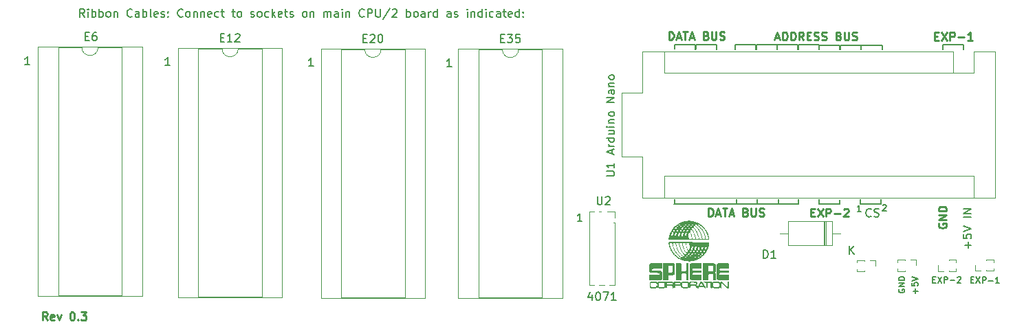
<source format=gbr>
%TF.GenerationSoftware,KiCad,Pcbnew,7.0.1-0*%
%TF.CreationDate,2023-12-21T15:42:22+00:00*%
%TF.ProjectId,orb,6f72622e-6b69-4636-9164-5f7063625858,rev?*%
%TF.SameCoordinates,Original*%
%TF.FileFunction,Legend,Top*%
%TF.FilePolarity,Positive*%
%FSLAX46Y46*%
G04 Gerber Fmt 4.6, Leading zero omitted, Abs format (unit mm)*
G04 Created by KiCad (PCBNEW 7.0.1-0) date 2023-12-21 15:42:22*
%MOMM*%
%LPD*%
G01*
G04 APERTURE LIST*
%ADD10C,0.150000*%
%ADD11C,0.187500*%
%ADD12C,0.250000*%
%ADD13C,0.200000*%
%ADD14C,0.120000*%
G04 APERTURE END LIST*
D10*
X171970522Y-52371393D02*
X171970522Y-52941393D01*
X179405522Y-52423893D02*
X179405522Y-52993893D01*
X194915522Y-52453893D02*
X194915522Y-53023893D01*
X174570522Y-52371393D02*
X174570522Y-52941393D01*
X187175522Y-52433893D02*
X189745522Y-52438893D01*
X174540522Y-52381393D02*
X174540522Y-52951393D01*
X189745522Y-52443893D02*
X192315522Y-52448893D01*
X192315522Y-52453893D02*
X192315522Y-53023893D01*
X204980522Y-52421393D02*
X207550522Y-52426393D01*
X187145522Y-52443893D02*
X187145522Y-53013893D01*
X197390522Y-72036393D02*
X197390522Y-71466393D01*
X187240522Y-72056393D02*
X187240522Y-71486393D01*
X197515522Y-52453893D02*
X197515522Y-53023893D01*
X179405522Y-52423893D02*
X181975522Y-52428893D01*
X171920522Y-71986393D02*
X171920522Y-71416393D01*
X194945522Y-52443893D02*
X197515522Y-52448893D01*
X189745522Y-52443893D02*
X189745522Y-53013893D01*
X192345522Y-52443893D02*
X192345522Y-53013893D01*
X174570522Y-52371393D02*
X177140522Y-52376393D01*
X184575522Y-52433893D02*
X184575522Y-53003893D01*
X177140522Y-52381393D02*
X177140522Y-52951393D01*
X192345522Y-52443893D02*
X194915522Y-52448893D01*
X204980522Y-52421393D02*
X204980522Y-52991393D01*
X192310522Y-72061393D02*
X192310522Y-71491393D01*
X187175522Y-52433893D02*
X187175522Y-53003893D01*
X197390522Y-72036393D02*
X194820522Y-72031393D01*
X184575522Y-52433893D02*
X187145522Y-52438893D01*
X179600522Y-71976393D02*
X179600522Y-71406393D01*
X194820522Y-72026393D02*
X194820522Y-71456393D01*
X184575522Y-52433893D02*
X184575522Y-53003893D01*
X187240522Y-72056393D02*
X171885522Y-72071393D01*
X184710522Y-72041393D02*
X184710522Y-71471393D01*
X189745522Y-52443893D02*
X189745522Y-53013893D01*
X182005522Y-52423893D02*
X182005522Y-52993893D01*
X207550522Y-52431393D02*
X207550522Y-53001393D01*
X171970522Y-52371393D02*
X174540522Y-52376393D01*
X181975522Y-52433893D02*
X181975522Y-53003893D01*
X192345522Y-52443893D02*
X194915522Y-52448893D01*
X194915522Y-52453893D02*
X194915522Y-53023893D01*
X182130522Y-71991393D02*
X182130522Y-71421393D01*
X182005522Y-52423893D02*
X184575522Y-52428893D01*
X189740522Y-72051393D02*
X189740522Y-71481393D01*
X194945522Y-52443893D02*
X194945522Y-53013893D01*
X192310522Y-72061393D02*
X189740522Y-72056393D01*
X192345522Y-52443893D02*
X192345522Y-53013893D01*
D11*
X199563928Y-82558571D02*
X199528214Y-82630000D01*
X199528214Y-82630000D02*
X199528214Y-82737142D01*
X199528214Y-82737142D02*
X199563928Y-82844285D01*
X199563928Y-82844285D02*
X199635357Y-82915714D01*
X199635357Y-82915714D02*
X199706785Y-82951428D01*
X199706785Y-82951428D02*
X199849642Y-82987142D01*
X199849642Y-82987142D02*
X199956785Y-82987142D01*
X199956785Y-82987142D02*
X200099642Y-82951428D01*
X200099642Y-82951428D02*
X200171071Y-82915714D01*
X200171071Y-82915714D02*
X200242500Y-82844285D01*
X200242500Y-82844285D02*
X200278214Y-82737142D01*
X200278214Y-82737142D02*
X200278214Y-82665714D01*
X200278214Y-82665714D02*
X200242500Y-82558571D01*
X200242500Y-82558571D02*
X200206785Y-82522857D01*
X200206785Y-82522857D02*
X199956785Y-82522857D01*
X199956785Y-82522857D02*
X199956785Y-82665714D01*
X200278214Y-82201428D02*
X199528214Y-82201428D01*
X199528214Y-82201428D02*
X200278214Y-81772857D01*
X200278214Y-81772857D02*
X199528214Y-81772857D01*
X200278214Y-81415714D02*
X199528214Y-81415714D01*
X199528214Y-81415714D02*
X199528214Y-81237143D01*
X199528214Y-81237143D02*
X199563928Y-81130000D01*
X199563928Y-81130000D02*
X199635357Y-81058571D01*
X199635357Y-81058571D02*
X199706785Y-81022857D01*
X199706785Y-81022857D02*
X199849642Y-80987143D01*
X199849642Y-80987143D02*
X199956785Y-80987143D01*
X199956785Y-80987143D02*
X200099642Y-81022857D01*
X200099642Y-81022857D02*
X200171071Y-81058571D01*
X200171071Y-81058571D02*
X200242500Y-81130000D01*
X200242500Y-81130000D02*
X200278214Y-81237143D01*
X200278214Y-81237143D02*
X200278214Y-81415714D01*
X194891428Y-72948214D02*
X194462857Y-72948214D01*
X194677142Y-72948214D02*
X194677142Y-72198214D01*
X194677142Y-72198214D02*
X194605714Y-72305357D01*
X194605714Y-72305357D02*
X194534285Y-72376785D01*
X194534285Y-72376785D02*
X194462857Y-72412500D01*
D10*
X163538141Y-68578297D02*
X164347664Y-68578297D01*
X164347664Y-68578297D02*
X164442902Y-68530678D01*
X164442902Y-68530678D02*
X164490522Y-68483059D01*
X164490522Y-68483059D02*
X164538141Y-68387821D01*
X164538141Y-68387821D02*
X164538141Y-68197345D01*
X164538141Y-68197345D02*
X164490522Y-68102107D01*
X164490522Y-68102107D02*
X164442902Y-68054488D01*
X164442902Y-68054488D02*
X164347664Y-68006869D01*
X164347664Y-68006869D02*
X163538141Y-68006869D01*
X164538141Y-67006869D02*
X164538141Y-67578297D01*
X164538141Y-67292583D02*
X163538141Y-67292583D01*
X163538141Y-67292583D02*
X163680998Y-67387821D01*
X163680998Y-67387821D02*
X163776236Y-67483059D01*
X163776236Y-67483059D02*
X163823855Y-67578297D01*
X164252426Y-65864011D02*
X164252426Y-65387821D01*
X164538141Y-65959249D02*
X163538141Y-65625916D01*
X163538141Y-65625916D02*
X164538141Y-65292583D01*
X164538141Y-64959249D02*
X163871474Y-64959249D01*
X164061950Y-64959249D02*
X163966712Y-64911630D01*
X163966712Y-64911630D02*
X163919093Y-64864011D01*
X163919093Y-64864011D02*
X163871474Y-64768773D01*
X163871474Y-64768773D02*
X163871474Y-64673535D01*
X164538141Y-63911630D02*
X163538141Y-63911630D01*
X164490522Y-63911630D02*
X164538141Y-64006868D01*
X164538141Y-64006868D02*
X164538141Y-64197344D01*
X164538141Y-64197344D02*
X164490522Y-64292582D01*
X164490522Y-64292582D02*
X164442902Y-64340201D01*
X164442902Y-64340201D02*
X164347664Y-64387820D01*
X164347664Y-64387820D02*
X164061950Y-64387820D01*
X164061950Y-64387820D02*
X163966712Y-64340201D01*
X163966712Y-64340201D02*
X163919093Y-64292582D01*
X163919093Y-64292582D02*
X163871474Y-64197344D01*
X163871474Y-64197344D02*
X163871474Y-64006868D01*
X163871474Y-64006868D02*
X163919093Y-63911630D01*
X163871474Y-63006868D02*
X164538141Y-63006868D01*
X163871474Y-63435439D02*
X164395283Y-63435439D01*
X164395283Y-63435439D02*
X164490522Y-63387820D01*
X164490522Y-63387820D02*
X164538141Y-63292582D01*
X164538141Y-63292582D02*
X164538141Y-63149725D01*
X164538141Y-63149725D02*
X164490522Y-63054487D01*
X164490522Y-63054487D02*
X164442902Y-63006868D01*
X164538141Y-62530677D02*
X163871474Y-62530677D01*
X163538141Y-62530677D02*
X163585760Y-62578296D01*
X163585760Y-62578296D02*
X163633379Y-62530677D01*
X163633379Y-62530677D02*
X163585760Y-62483058D01*
X163585760Y-62483058D02*
X163538141Y-62530677D01*
X163538141Y-62530677D02*
X163633379Y-62530677D01*
X163871474Y-62054487D02*
X164538141Y-62054487D01*
X163966712Y-62054487D02*
X163919093Y-62006868D01*
X163919093Y-62006868D02*
X163871474Y-61911630D01*
X163871474Y-61911630D02*
X163871474Y-61768773D01*
X163871474Y-61768773D02*
X163919093Y-61673535D01*
X163919093Y-61673535D02*
X164014331Y-61625916D01*
X164014331Y-61625916D02*
X164538141Y-61625916D01*
X164538141Y-61006868D02*
X164490522Y-61102106D01*
X164490522Y-61102106D02*
X164442902Y-61149725D01*
X164442902Y-61149725D02*
X164347664Y-61197344D01*
X164347664Y-61197344D02*
X164061950Y-61197344D01*
X164061950Y-61197344D02*
X163966712Y-61149725D01*
X163966712Y-61149725D02*
X163919093Y-61102106D01*
X163919093Y-61102106D02*
X163871474Y-61006868D01*
X163871474Y-61006868D02*
X163871474Y-60864011D01*
X163871474Y-60864011D02*
X163919093Y-60768773D01*
X163919093Y-60768773D02*
X163966712Y-60721154D01*
X163966712Y-60721154D02*
X164061950Y-60673535D01*
X164061950Y-60673535D02*
X164347664Y-60673535D01*
X164347664Y-60673535D02*
X164442902Y-60721154D01*
X164442902Y-60721154D02*
X164490522Y-60768773D01*
X164490522Y-60768773D02*
X164538141Y-60864011D01*
X164538141Y-60864011D02*
X164538141Y-61006868D01*
X164538141Y-59483058D02*
X163538141Y-59483058D01*
X163538141Y-59483058D02*
X164538141Y-58911630D01*
X164538141Y-58911630D02*
X163538141Y-58911630D01*
X164538141Y-58006868D02*
X164014331Y-58006868D01*
X164014331Y-58006868D02*
X163919093Y-58054487D01*
X163919093Y-58054487D02*
X163871474Y-58149725D01*
X163871474Y-58149725D02*
X163871474Y-58340201D01*
X163871474Y-58340201D02*
X163919093Y-58435439D01*
X164490522Y-58006868D02*
X164538141Y-58102106D01*
X164538141Y-58102106D02*
X164538141Y-58340201D01*
X164538141Y-58340201D02*
X164490522Y-58435439D01*
X164490522Y-58435439D02*
X164395283Y-58483058D01*
X164395283Y-58483058D02*
X164300045Y-58483058D01*
X164300045Y-58483058D02*
X164204807Y-58435439D01*
X164204807Y-58435439D02*
X164157188Y-58340201D01*
X164157188Y-58340201D02*
X164157188Y-58102106D01*
X164157188Y-58102106D02*
X164109569Y-58006868D01*
X163871474Y-57530677D02*
X164538141Y-57530677D01*
X163966712Y-57530677D02*
X163919093Y-57483058D01*
X163919093Y-57483058D02*
X163871474Y-57387820D01*
X163871474Y-57387820D02*
X163871474Y-57244963D01*
X163871474Y-57244963D02*
X163919093Y-57149725D01*
X163919093Y-57149725D02*
X164014331Y-57102106D01*
X164014331Y-57102106D02*
X164538141Y-57102106D01*
X164538141Y-56483058D02*
X164490522Y-56578296D01*
X164490522Y-56578296D02*
X164442902Y-56625915D01*
X164442902Y-56625915D02*
X164347664Y-56673534D01*
X164347664Y-56673534D02*
X164061950Y-56673534D01*
X164061950Y-56673534D02*
X163966712Y-56625915D01*
X163966712Y-56625915D02*
X163919093Y-56578296D01*
X163919093Y-56578296D02*
X163871474Y-56483058D01*
X163871474Y-56483058D02*
X163871474Y-56340201D01*
X163871474Y-56340201D02*
X163919093Y-56244963D01*
X163919093Y-56244963D02*
X163966712Y-56197344D01*
X163966712Y-56197344D02*
X164061950Y-56149725D01*
X164061950Y-56149725D02*
X164347664Y-56149725D01*
X164347664Y-56149725D02*
X164442902Y-56197344D01*
X164442902Y-56197344D02*
X164490522Y-56244963D01*
X164490522Y-56244963D02*
X164538141Y-56340201D01*
X164538141Y-56340201D02*
X164538141Y-56483058D01*
D12*
X94739523Y-86357619D02*
X94406190Y-85881428D01*
X94168095Y-86357619D02*
X94168095Y-85357619D01*
X94168095Y-85357619D02*
X94549047Y-85357619D01*
X94549047Y-85357619D02*
X94644285Y-85405238D01*
X94644285Y-85405238D02*
X94691904Y-85452857D01*
X94691904Y-85452857D02*
X94739523Y-85548095D01*
X94739523Y-85548095D02*
X94739523Y-85690952D01*
X94739523Y-85690952D02*
X94691904Y-85786190D01*
X94691904Y-85786190D02*
X94644285Y-85833809D01*
X94644285Y-85833809D02*
X94549047Y-85881428D01*
X94549047Y-85881428D02*
X94168095Y-85881428D01*
X95549047Y-86310000D02*
X95453809Y-86357619D01*
X95453809Y-86357619D02*
X95263333Y-86357619D01*
X95263333Y-86357619D02*
X95168095Y-86310000D01*
X95168095Y-86310000D02*
X95120476Y-86214761D01*
X95120476Y-86214761D02*
X95120476Y-85833809D01*
X95120476Y-85833809D02*
X95168095Y-85738571D01*
X95168095Y-85738571D02*
X95263333Y-85690952D01*
X95263333Y-85690952D02*
X95453809Y-85690952D01*
X95453809Y-85690952D02*
X95549047Y-85738571D01*
X95549047Y-85738571D02*
X95596666Y-85833809D01*
X95596666Y-85833809D02*
X95596666Y-85929047D01*
X95596666Y-85929047D02*
X95120476Y-86024285D01*
X95930000Y-85690952D02*
X96168095Y-86357619D01*
X96168095Y-86357619D02*
X96406190Y-85690952D01*
X97739524Y-85357619D02*
X97834762Y-85357619D01*
X97834762Y-85357619D02*
X97930000Y-85405238D01*
X97930000Y-85405238D02*
X97977619Y-85452857D01*
X97977619Y-85452857D02*
X98025238Y-85548095D01*
X98025238Y-85548095D02*
X98072857Y-85738571D01*
X98072857Y-85738571D02*
X98072857Y-85976666D01*
X98072857Y-85976666D02*
X98025238Y-86167142D01*
X98025238Y-86167142D02*
X97977619Y-86262380D01*
X97977619Y-86262380D02*
X97930000Y-86310000D01*
X97930000Y-86310000D02*
X97834762Y-86357619D01*
X97834762Y-86357619D02*
X97739524Y-86357619D01*
X97739524Y-86357619D02*
X97644286Y-86310000D01*
X97644286Y-86310000D02*
X97596667Y-86262380D01*
X97596667Y-86262380D02*
X97549048Y-86167142D01*
X97549048Y-86167142D02*
X97501429Y-85976666D01*
X97501429Y-85976666D02*
X97501429Y-85738571D01*
X97501429Y-85738571D02*
X97549048Y-85548095D01*
X97549048Y-85548095D02*
X97596667Y-85452857D01*
X97596667Y-85452857D02*
X97644286Y-85405238D01*
X97644286Y-85405238D02*
X97739524Y-85357619D01*
X98501429Y-86262380D02*
X98549048Y-86310000D01*
X98549048Y-86310000D02*
X98501429Y-86357619D01*
X98501429Y-86357619D02*
X98453810Y-86310000D01*
X98453810Y-86310000D02*
X98501429Y-86262380D01*
X98501429Y-86262380D02*
X98501429Y-86357619D01*
X98882381Y-85357619D02*
X99501428Y-85357619D01*
X99501428Y-85357619D02*
X99168095Y-85738571D01*
X99168095Y-85738571D02*
X99310952Y-85738571D01*
X99310952Y-85738571D02*
X99406190Y-85786190D01*
X99406190Y-85786190D02*
X99453809Y-85833809D01*
X99453809Y-85833809D02*
X99501428Y-85929047D01*
X99501428Y-85929047D02*
X99501428Y-86167142D01*
X99501428Y-86167142D02*
X99453809Y-86262380D01*
X99453809Y-86262380D02*
X99406190Y-86310000D01*
X99406190Y-86310000D02*
X99310952Y-86357619D01*
X99310952Y-86357619D02*
X99025238Y-86357619D01*
X99025238Y-86357619D02*
X98930000Y-86310000D01*
X98930000Y-86310000D02*
X98882381Y-86262380D01*
D10*
X109822426Y-54954012D02*
X109250998Y-54954012D01*
X109536712Y-54954012D02*
X109536712Y-53954012D01*
X109536712Y-53954012D02*
X109441474Y-54096869D01*
X109441474Y-54096869D02*
X109346236Y-54192107D01*
X109346236Y-54192107D02*
X109250998Y-54239726D01*
D11*
X208107188Y-77488297D02*
X208107188Y-76726393D01*
X208488141Y-77107345D02*
X207726236Y-77107345D01*
X207488141Y-75774012D02*
X207488141Y-76250202D01*
X207488141Y-76250202D02*
X207964331Y-76297821D01*
X207964331Y-76297821D02*
X207916712Y-76250202D01*
X207916712Y-76250202D02*
X207869093Y-76154964D01*
X207869093Y-76154964D02*
X207869093Y-75916869D01*
X207869093Y-75916869D02*
X207916712Y-75821631D01*
X207916712Y-75821631D02*
X207964331Y-75774012D01*
X207964331Y-75774012D02*
X208059569Y-75726393D01*
X208059569Y-75726393D02*
X208297664Y-75726393D01*
X208297664Y-75726393D02*
X208392902Y-75774012D01*
X208392902Y-75774012D02*
X208440522Y-75821631D01*
X208440522Y-75821631D02*
X208488141Y-75916869D01*
X208488141Y-75916869D02*
X208488141Y-76154964D01*
X208488141Y-76154964D02*
X208440522Y-76250202D01*
X208440522Y-76250202D02*
X208392902Y-76297821D01*
X207488141Y-75440678D02*
X208488141Y-75107345D01*
X208488141Y-75107345D02*
X207488141Y-74774012D01*
X208488141Y-73678773D02*
X207488141Y-73678773D01*
X208488141Y-73202583D02*
X207488141Y-73202583D01*
X207488141Y-73202583D02*
X208488141Y-72631155D01*
X208488141Y-72631155D02*
X207488141Y-72631155D01*
D12*
X184355998Y-51560797D02*
X184832188Y-51560797D01*
X184260760Y-51846512D02*
X184594093Y-50846512D01*
X184594093Y-50846512D02*
X184927426Y-51846512D01*
X185260760Y-51846512D02*
X185260760Y-50846512D01*
X185260760Y-50846512D02*
X185498855Y-50846512D01*
X185498855Y-50846512D02*
X185641712Y-50894131D01*
X185641712Y-50894131D02*
X185736950Y-50989369D01*
X185736950Y-50989369D02*
X185784569Y-51084607D01*
X185784569Y-51084607D02*
X185832188Y-51275083D01*
X185832188Y-51275083D02*
X185832188Y-51417940D01*
X185832188Y-51417940D02*
X185784569Y-51608416D01*
X185784569Y-51608416D02*
X185736950Y-51703654D01*
X185736950Y-51703654D02*
X185641712Y-51798893D01*
X185641712Y-51798893D02*
X185498855Y-51846512D01*
X185498855Y-51846512D02*
X185260760Y-51846512D01*
X186260760Y-51846512D02*
X186260760Y-50846512D01*
X186260760Y-50846512D02*
X186498855Y-50846512D01*
X186498855Y-50846512D02*
X186641712Y-50894131D01*
X186641712Y-50894131D02*
X186736950Y-50989369D01*
X186736950Y-50989369D02*
X186784569Y-51084607D01*
X186784569Y-51084607D02*
X186832188Y-51275083D01*
X186832188Y-51275083D02*
X186832188Y-51417940D01*
X186832188Y-51417940D02*
X186784569Y-51608416D01*
X186784569Y-51608416D02*
X186736950Y-51703654D01*
X186736950Y-51703654D02*
X186641712Y-51798893D01*
X186641712Y-51798893D02*
X186498855Y-51846512D01*
X186498855Y-51846512D02*
X186260760Y-51846512D01*
X187832188Y-51846512D02*
X187498855Y-51370321D01*
X187260760Y-51846512D02*
X187260760Y-50846512D01*
X187260760Y-50846512D02*
X187641712Y-50846512D01*
X187641712Y-50846512D02*
X187736950Y-50894131D01*
X187736950Y-50894131D02*
X187784569Y-50941750D01*
X187784569Y-50941750D02*
X187832188Y-51036988D01*
X187832188Y-51036988D02*
X187832188Y-51179845D01*
X187832188Y-51179845D02*
X187784569Y-51275083D01*
X187784569Y-51275083D02*
X187736950Y-51322702D01*
X187736950Y-51322702D02*
X187641712Y-51370321D01*
X187641712Y-51370321D02*
X187260760Y-51370321D01*
X188260760Y-51322702D02*
X188594093Y-51322702D01*
X188736950Y-51846512D02*
X188260760Y-51846512D01*
X188260760Y-51846512D02*
X188260760Y-50846512D01*
X188260760Y-50846512D02*
X188736950Y-50846512D01*
X189117903Y-51798893D02*
X189260760Y-51846512D01*
X189260760Y-51846512D02*
X189498855Y-51846512D01*
X189498855Y-51846512D02*
X189594093Y-51798893D01*
X189594093Y-51798893D02*
X189641712Y-51751273D01*
X189641712Y-51751273D02*
X189689331Y-51656035D01*
X189689331Y-51656035D02*
X189689331Y-51560797D01*
X189689331Y-51560797D02*
X189641712Y-51465559D01*
X189641712Y-51465559D02*
X189594093Y-51417940D01*
X189594093Y-51417940D02*
X189498855Y-51370321D01*
X189498855Y-51370321D02*
X189308379Y-51322702D01*
X189308379Y-51322702D02*
X189213141Y-51275083D01*
X189213141Y-51275083D02*
X189165522Y-51227464D01*
X189165522Y-51227464D02*
X189117903Y-51132226D01*
X189117903Y-51132226D02*
X189117903Y-51036988D01*
X189117903Y-51036988D02*
X189165522Y-50941750D01*
X189165522Y-50941750D02*
X189213141Y-50894131D01*
X189213141Y-50894131D02*
X189308379Y-50846512D01*
X189308379Y-50846512D02*
X189546474Y-50846512D01*
X189546474Y-50846512D02*
X189689331Y-50894131D01*
X190070284Y-51798893D02*
X190213141Y-51846512D01*
X190213141Y-51846512D02*
X190451236Y-51846512D01*
X190451236Y-51846512D02*
X190546474Y-51798893D01*
X190546474Y-51798893D02*
X190594093Y-51751273D01*
X190594093Y-51751273D02*
X190641712Y-51656035D01*
X190641712Y-51656035D02*
X190641712Y-51560797D01*
X190641712Y-51560797D02*
X190594093Y-51465559D01*
X190594093Y-51465559D02*
X190546474Y-51417940D01*
X190546474Y-51417940D02*
X190451236Y-51370321D01*
X190451236Y-51370321D02*
X190260760Y-51322702D01*
X190260760Y-51322702D02*
X190165522Y-51275083D01*
X190165522Y-51275083D02*
X190117903Y-51227464D01*
X190117903Y-51227464D02*
X190070284Y-51132226D01*
X190070284Y-51132226D02*
X190070284Y-51036988D01*
X190070284Y-51036988D02*
X190117903Y-50941750D01*
X190117903Y-50941750D02*
X190165522Y-50894131D01*
X190165522Y-50894131D02*
X190260760Y-50846512D01*
X190260760Y-50846512D02*
X190498855Y-50846512D01*
X190498855Y-50846512D02*
X190641712Y-50894131D01*
X192165522Y-51322702D02*
X192308379Y-51370321D01*
X192308379Y-51370321D02*
X192355998Y-51417940D01*
X192355998Y-51417940D02*
X192403617Y-51513178D01*
X192403617Y-51513178D02*
X192403617Y-51656035D01*
X192403617Y-51656035D02*
X192355998Y-51751273D01*
X192355998Y-51751273D02*
X192308379Y-51798893D01*
X192308379Y-51798893D02*
X192213141Y-51846512D01*
X192213141Y-51846512D02*
X191832189Y-51846512D01*
X191832189Y-51846512D02*
X191832189Y-50846512D01*
X191832189Y-50846512D02*
X192165522Y-50846512D01*
X192165522Y-50846512D02*
X192260760Y-50894131D01*
X192260760Y-50894131D02*
X192308379Y-50941750D01*
X192308379Y-50941750D02*
X192355998Y-51036988D01*
X192355998Y-51036988D02*
X192355998Y-51132226D01*
X192355998Y-51132226D02*
X192308379Y-51227464D01*
X192308379Y-51227464D02*
X192260760Y-51275083D01*
X192260760Y-51275083D02*
X192165522Y-51322702D01*
X192165522Y-51322702D02*
X191832189Y-51322702D01*
X192832189Y-50846512D02*
X192832189Y-51656035D01*
X192832189Y-51656035D02*
X192879808Y-51751273D01*
X192879808Y-51751273D02*
X192927427Y-51798893D01*
X192927427Y-51798893D02*
X193022665Y-51846512D01*
X193022665Y-51846512D02*
X193213141Y-51846512D01*
X193213141Y-51846512D02*
X193308379Y-51798893D01*
X193308379Y-51798893D02*
X193355998Y-51751273D01*
X193355998Y-51751273D02*
X193403617Y-51656035D01*
X193403617Y-51656035D02*
X193403617Y-50846512D01*
X193832189Y-51798893D02*
X193975046Y-51846512D01*
X193975046Y-51846512D02*
X194213141Y-51846512D01*
X194213141Y-51846512D02*
X194308379Y-51798893D01*
X194308379Y-51798893D02*
X194355998Y-51751273D01*
X194355998Y-51751273D02*
X194403617Y-51656035D01*
X194403617Y-51656035D02*
X194403617Y-51560797D01*
X194403617Y-51560797D02*
X194355998Y-51465559D01*
X194355998Y-51465559D02*
X194308379Y-51417940D01*
X194308379Y-51417940D02*
X194213141Y-51370321D01*
X194213141Y-51370321D02*
X194022665Y-51322702D01*
X194022665Y-51322702D02*
X193927427Y-51275083D01*
X193927427Y-51275083D02*
X193879808Y-51227464D01*
X193879808Y-51227464D02*
X193832189Y-51132226D01*
X193832189Y-51132226D02*
X193832189Y-51036988D01*
X193832189Y-51036988D02*
X193879808Y-50941750D01*
X193879808Y-50941750D02*
X193927427Y-50894131D01*
X193927427Y-50894131D02*
X194022665Y-50846512D01*
X194022665Y-50846512D02*
X194260760Y-50846512D01*
X194260760Y-50846512D02*
X194403617Y-50894131D01*
D11*
X203738571Y-81345357D02*
X203988571Y-81345357D01*
X204095714Y-81738214D02*
X203738571Y-81738214D01*
X203738571Y-81738214D02*
X203738571Y-80988214D01*
X203738571Y-80988214D02*
X204095714Y-80988214D01*
X204345713Y-80988214D02*
X204845713Y-81738214D01*
X204845713Y-80988214D02*
X204345713Y-81738214D01*
X205131428Y-81738214D02*
X205131428Y-80988214D01*
X205131428Y-80988214D02*
X205417142Y-80988214D01*
X205417142Y-80988214D02*
X205488571Y-81023928D01*
X205488571Y-81023928D02*
X205524285Y-81059642D01*
X205524285Y-81059642D02*
X205559999Y-81131071D01*
X205559999Y-81131071D02*
X205559999Y-81238214D01*
X205559999Y-81238214D02*
X205524285Y-81309642D01*
X205524285Y-81309642D02*
X205488571Y-81345357D01*
X205488571Y-81345357D02*
X205417142Y-81381071D01*
X205417142Y-81381071D02*
X205131428Y-81381071D01*
X205881428Y-81452500D02*
X206452857Y-81452500D01*
X206774285Y-81059642D02*
X206809999Y-81023928D01*
X206809999Y-81023928D02*
X206881428Y-80988214D01*
X206881428Y-80988214D02*
X207059999Y-80988214D01*
X207059999Y-80988214D02*
X207131428Y-81023928D01*
X207131428Y-81023928D02*
X207167142Y-81059642D01*
X207167142Y-81059642D02*
X207202856Y-81131071D01*
X207202856Y-81131071D02*
X207202856Y-81202500D01*
X207202856Y-81202500D02*
X207167142Y-81309642D01*
X207167142Y-81309642D02*
X206738570Y-81738214D01*
X206738570Y-81738214D02*
X207202856Y-81738214D01*
X201632500Y-83041428D02*
X201632500Y-82470000D01*
X201918214Y-82755714D02*
X201346785Y-82755714D01*
X201168214Y-81755714D02*
X201168214Y-82112857D01*
X201168214Y-82112857D02*
X201525357Y-82148571D01*
X201525357Y-82148571D02*
X201489642Y-82112857D01*
X201489642Y-82112857D02*
X201453928Y-82041429D01*
X201453928Y-82041429D02*
X201453928Y-81862857D01*
X201453928Y-81862857D02*
X201489642Y-81791429D01*
X201489642Y-81791429D02*
X201525357Y-81755714D01*
X201525357Y-81755714D02*
X201596785Y-81720000D01*
X201596785Y-81720000D02*
X201775357Y-81720000D01*
X201775357Y-81720000D02*
X201846785Y-81755714D01*
X201846785Y-81755714D02*
X201882500Y-81791429D01*
X201882500Y-81791429D02*
X201918214Y-81862857D01*
X201918214Y-81862857D02*
X201918214Y-82041429D01*
X201918214Y-82041429D02*
X201882500Y-82112857D01*
X201882500Y-82112857D02*
X201846785Y-82148571D01*
X201168214Y-81505714D02*
X201918214Y-81255714D01*
X201918214Y-81255714D02*
X201168214Y-81005714D01*
X208458571Y-81375357D02*
X208708571Y-81375357D01*
X208815714Y-81768214D02*
X208458571Y-81768214D01*
X208458571Y-81768214D02*
X208458571Y-81018214D01*
X208458571Y-81018214D02*
X208815714Y-81018214D01*
X209065713Y-81018214D02*
X209565713Y-81768214D01*
X209565713Y-81018214D02*
X209065713Y-81768214D01*
X209851428Y-81768214D02*
X209851428Y-81018214D01*
X209851428Y-81018214D02*
X210137142Y-81018214D01*
X210137142Y-81018214D02*
X210208571Y-81053928D01*
X210208571Y-81053928D02*
X210244285Y-81089642D01*
X210244285Y-81089642D02*
X210279999Y-81161071D01*
X210279999Y-81161071D02*
X210279999Y-81268214D01*
X210279999Y-81268214D02*
X210244285Y-81339642D01*
X210244285Y-81339642D02*
X210208571Y-81375357D01*
X210208571Y-81375357D02*
X210137142Y-81411071D01*
X210137142Y-81411071D02*
X209851428Y-81411071D01*
X210601428Y-81482500D02*
X211172857Y-81482500D01*
X211922856Y-81768214D02*
X211494285Y-81768214D01*
X211708570Y-81768214D02*
X211708570Y-81018214D01*
X211708570Y-81018214D02*
X211637142Y-81125357D01*
X211637142Y-81125357D02*
X211565713Y-81196785D01*
X211565713Y-81196785D02*
X211494285Y-81232500D01*
D12*
X204485760Y-74434488D02*
X204438141Y-74529726D01*
X204438141Y-74529726D02*
X204438141Y-74672583D01*
X204438141Y-74672583D02*
X204485760Y-74815440D01*
X204485760Y-74815440D02*
X204580998Y-74910678D01*
X204580998Y-74910678D02*
X204676236Y-74958297D01*
X204676236Y-74958297D02*
X204866712Y-75005916D01*
X204866712Y-75005916D02*
X205009569Y-75005916D01*
X205009569Y-75005916D02*
X205200045Y-74958297D01*
X205200045Y-74958297D02*
X205295283Y-74910678D01*
X205295283Y-74910678D02*
X205390522Y-74815440D01*
X205390522Y-74815440D02*
X205438141Y-74672583D01*
X205438141Y-74672583D02*
X205438141Y-74577345D01*
X205438141Y-74577345D02*
X205390522Y-74434488D01*
X205390522Y-74434488D02*
X205342902Y-74386869D01*
X205342902Y-74386869D02*
X205009569Y-74386869D01*
X205009569Y-74386869D02*
X205009569Y-74577345D01*
X205438141Y-73958297D02*
X204438141Y-73958297D01*
X204438141Y-73958297D02*
X205438141Y-73386869D01*
X205438141Y-73386869D02*
X204438141Y-73386869D01*
X205438141Y-72910678D02*
X204438141Y-72910678D01*
X204438141Y-72910678D02*
X204438141Y-72672583D01*
X204438141Y-72672583D02*
X204485760Y-72529726D01*
X204485760Y-72529726D02*
X204580998Y-72434488D01*
X204580998Y-72434488D02*
X204676236Y-72386869D01*
X204676236Y-72386869D02*
X204866712Y-72339250D01*
X204866712Y-72339250D02*
X205009569Y-72339250D01*
X205009569Y-72339250D02*
X205200045Y-72386869D01*
X205200045Y-72386869D02*
X205295283Y-72434488D01*
X205295283Y-72434488D02*
X205390522Y-72529726D01*
X205390522Y-72529726D02*
X205438141Y-72672583D01*
X205438141Y-72672583D02*
X205438141Y-72910678D01*
X203998617Y-51340202D02*
X204331950Y-51340202D01*
X204474807Y-51864012D02*
X203998617Y-51864012D01*
X203998617Y-51864012D02*
X203998617Y-50864012D01*
X203998617Y-50864012D02*
X204474807Y-50864012D01*
X204808141Y-50864012D02*
X205474807Y-51864012D01*
X205474807Y-50864012D02*
X204808141Y-51864012D01*
X205855760Y-51864012D02*
X205855760Y-50864012D01*
X205855760Y-50864012D02*
X206236712Y-50864012D01*
X206236712Y-50864012D02*
X206331950Y-50911631D01*
X206331950Y-50911631D02*
X206379569Y-50959250D01*
X206379569Y-50959250D02*
X206427188Y-51054488D01*
X206427188Y-51054488D02*
X206427188Y-51197345D01*
X206427188Y-51197345D02*
X206379569Y-51292583D01*
X206379569Y-51292583D02*
X206331950Y-51340202D01*
X206331950Y-51340202D02*
X206236712Y-51387821D01*
X206236712Y-51387821D02*
X205855760Y-51387821D01*
X206855760Y-51483059D02*
X207617665Y-51483059D01*
X208617664Y-51864012D02*
X208046236Y-51864012D01*
X208331950Y-51864012D02*
X208331950Y-50864012D01*
X208331950Y-50864012D02*
X208236712Y-51006869D01*
X208236712Y-51006869D02*
X208141474Y-51102107D01*
X208141474Y-51102107D02*
X208046236Y-51149726D01*
D10*
X160562426Y-74184012D02*
X159990998Y-74184012D01*
X160276712Y-74184012D02*
X160276712Y-73184012D01*
X160276712Y-73184012D02*
X160181474Y-73326869D01*
X160181474Y-73326869D02*
X160086236Y-73422107D01*
X160086236Y-73422107D02*
X159990998Y-73469726D01*
D12*
X171268617Y-51804012D02*
X171268617Y-50804012D01*
X171268617Y-50804012D02*
X171506712Y-50804012D01*
X171506712Y-50804012D02*
X171649569Y-50851631D01*
X171649569Y-50851631D02*
X171744807Y-50946869D01*
X171744807Y-50946869D02*
X171792426Y-51042107D01*
X171792426Y-51042107D02*
X171840045Y-51232583D01*
X171840045Y-51232583D02*
X171840045Y-51375440D01*
X171840045Y-51375440D02*
X171792426Y-51565916D01*
X171792426Y-51565916D02*
X171744807Y-51661154D01*
X171744807Y-51661154D02*
X171649569Y-51756393D01*
X171649569Y-51756393D02*
X171506712Y-51804012D01*
X171506712Y-51804012D02*
X171268617Y-51804012D01*
X172220998Y-51518297D02*
X172697188Y-51518297D01*
X172125760Y-51804012D02*
X172459093Y-50804012D01*
X172459093Y-50804012D02*
X172792426Y-51804012D01*
X172982903Y-50804012D02*
X173554331Y-50804012D01*
X173268617Y-51804012D02*
X173268617Y-50804012D01*
X173840046Y-51518297D02*
X174316236Y-51518297D01*
X173744808Y-51804012D02*
X174078141Y-50804012D01*
X174078141Y-50804012D02*
X174411474Y-51804012D01*
X175840046Y-51280202D02*
X175982903Y-51327821D01*
X175982903Y-51327821D02*
X176030522Y-51375440D01*
X176030522Y-51375440D02*
X176078141Y-51470678D01*
X176078141Y-51470678D02*
X176078141Y-51613535D01*
X176078141Y-51613535D02*
X176030522Y-51708773D01*
X176030522Y-51708773D02*
X175982903Y-51756393D01*
X175982903Y-51756393D02*
X175887665Y-51804012D01*
X175887665Y-51804012D02*
X175506713Y-51804012D01*
X175506713Y-51804012D02*
X175506713Y-50804012D01*
X175506713Y-50804012D02*
X175840046Y-50804012D01*
X175840046Y-50804012D02*
X175935284Y-50851631D01*
X175935284Y-50851631D02*
X175982903Y-50899250D01*
X175982903Y-50899250D02*
X176030522Y-50994488D01*
X176030522Y-50994488D02*
X176030522Y-51089726D01*
X176030522Y-51089726D02*
X175982903Y-51184964D01*
X175982903Y-51184964D02*
X175935284Y-51232583D01*
X175935284Y-51232583D02*
X175840046Y-51280202D01*
X175840046Y-51280202D02*
X175506713Y-51280202D01*
X176506713Y-50804012D02*
X176506713Y-51613535D01*
X176506713Y-51613535D02*
X176554332Y-51708773D01*
X176554332Y-51708773D02*
X176601951Y-51756393D01*
X176601951Y-51756393D02*
X176697189Y-51804012D01*
X176697189Y-51804012D02*
X176887665Y-51804012D01*
X176887665Y-51804012D02*
X176982903Y-51756393D01*
X176982903Y-51756393D02*
X177030522Y-51708773D01*
X177030522Y-51708773D02*
X177078141Y-51613535D01*
X177078141Y-51613535D02*
X177078141Y-50804012D01*
X177506713Y-51756393D02*
X177649570Y-51804012D01*
X177649570Y-51804012D02*
X177887665Y-51804012D01*
X177887665Y-51804012D02*
X177982903Y-51756393D01*
X177982903Y-51756393D02*
X178030522Y-51708773D01*
X178030522Y-51708773D02*
X178078141Y-51613535D01*
X178078141Y-51613535D02*
X178078141Y-51518297D01*
X178078141Y-51518297D02*
X178030522Y-51423059D01*
X178030522Y-51423059D02*
X177982903Y-51375440D01*
X177982903Y-51375440D02*
X177887665Y-51327821D01*
X177887665Y-51327821D02*
X177697189Y-51280202D01*
X177697189Y-51280202D02*
X177601951Y-51232583D01*
X177601951Y-51232583D02*
X177554332Y-51184964D01*
X177554332Y-51184964D02*
X177506713Y-51089726D01*
X177506713Y-51089726D02*
X177506713Y-50994488D01*
X177506713Y-50994488D02*
X177554332Y-50899250D01*
X177554332Y-50899250D02*
X177601951Y-50851631D01*
X177601951Y-50851631D02*
X177697189Y-50804012D01*
X177697189Y-50804012D02*
X177935284Y-50804012D01*
X177935284Y-50804012D02*
X178078141Y-50851631D01*
D11*
X197572857Y-72189642D02*
X197608571Y-72153928D01*
X197608571Y-72153928D02*
X197680000Y-72118214D01*
X197680000Y-72118214D02*
X197858571Y-72118214D01*
X197858571Y-72118214D02*
X197930000Y-72153928D01*
X197930000Y-72153928D02*
X197965714Y-72189642D01*
X197965714Y-72189642D02*
X198001428Y-72261071D01*
X198001428Y-72261071D02*
X198001428Y-72332500D01*
X198001428Y-72332500D02*
X197965714Y-72439642D01*
X197965714Y-72439642D02*
X197537142Y-72868214D01*
X197537142Y-72868214D02*
X198001428Y-72868214D01*
D10*
X144502426Y-55104012D02*
X143930998Y-55104012D01*
X144216712Y-55104012D02*
X144216712Y-54104012D01*
X144216712Y-54104012D02*
X144121474Y-54246869D01*
X144121474Y-54246869D02*
X144026236Y-54342107D01*
X144026236Y-54342107D02*
X143930998Y-54389726D01*
D12*
X188738617Y-73070202D02*
X189071950Y-73070202D01*
X189214807Y-73594012D02*
X188738617Y-73594012D01*
X188738617Y-73594012D02*
X188738617Y-72594012D01*
X188738617Y-72594012D02*
X189214807Y-72594012D01*
X189548141Y-72594012D02*
X190214807Y-73594012D01*
X190214807Y-72594012D02*
X189548141Y-73594012D01*
X190595760Y-73594012D02*
X190595760Y-72594012D01*
X190595760Y-72594012D02*
X190976712Y-72594012D01*
X190976712Y-72594012D02*
X191071950Y-72641631D01*
X191071950Y-72641631D02*
X191119569Y-72689250D01*
X191119569Y-72689250D02*
X191167188Y-72784488D01*
X191167188Y-72784488D02*
X191167188Y-72927345D01*
X191167188Y-72927345D02*
X191119569Y-73022583D01*
X191119569Y-73022583D02*
X191071950Y-73070202D01*
X191071950Y-73070202D02*
X190976712Y-73117821D01*
X190976712Y-73117821D02*
X190595760Y-73117821D01*
X191595760Y-73213059D02*
X192357665Y-73213059D01*
X192786236Y-72689250D02*
X192833855Y-72641631D01*
X192833855Y-72641631D02*
X192929093Y-72594012D01*
X192929093Y-72594012D02*
X193167188Y-72594012D01*
X193167188Y-72594012D02*
X193262426Y-72641631D01*
X193262426Y-72641631D02*
X193310045Y-72689250D01*
X193310045Y-72689250D02*
X193357664Y-72784488D01*
X193357664Y-72784488D02*
X193357664Y-72879726D01*
X193357664Y-72879726D02*
X193310045Y-73022583D01*
X193310045Y-73022583D02*
X192738617Y-73594012D01*
X192738617Y-73594012D02*
X193357664Y-73594012D01*
X176138617Y-73564012D02*
X176138617Y-72564012D01*
X176138617Y-72564012D02*
X176376712Y-72564012D01*
X176376712Y-72564012D02*
X176519569Y-72611631D01*
X176519569Y-72611631D02*
X176614807Y-72706869D01*
X176614807Y-72706869D02*
X176662426Y-72802107D01*
X176662426Y-72802107D02*
X176710045Y-72992583D01*
X176710045Y-72992583D02*
X176710045Y-73135440D01*
X176710045Y-73135440D02*
X176662426Y-73325916D01*
X176662426Y-73325916D02*
X176614807Y-73421154D01*
X176614807Y-73421154D02*
X176519569Y-73516393D01*
X176519569Y-73516393D02*
X176376712Y-73564012D01*
X176376712Y-73564012D02*
X176138617Y-73564012D01*
X177090998Y-73278297D02*
X177567188Y-73278297D01*
X176995760Y-73564012D02*
X177329093Y-72564012D01*
X177329093Y-72564012D02*
X177662426Y-73564012D01*
X177852903Y-72564012D02*
X178424331Y-72564012D01*
X178138617Y-73564012D02*
X178138617Y-72564012D01*
X178710046Y-73278297D02*
X179186236Y-73278297D01*
X178614808Y-73564012D02*
X178948141Y-72564012D01*
X178948141Y-72564012D02*
X179281474Y-73564012D01*
X180710046Y-73040202D02*
X180852903Y-73087821D01*
X180852903Y-73087821D02*
X180900522Y-73135440D01*
X180900522Y-73135440D02*
X180948141Y-73230678D01*
X180948141Y-73230678D02*
X180948141Y-73373535D01*
X180948141Y-73373535D02*
X180900522Y-73468773D01*
X180900522Y-73468773D02*
X180852903Y-73516393D01*
X180852903Y-73516393D02*
X180757665Y-73564012D01*
X180757665Y-73564012D02*
X180376713Y-73564012D01*
X180376713Y-73564012D02*
X180376713Y-72564012D01*
X180376713Y-72564012D02*
X180710046Y-72564012D01*
X180710046Y-72564012D02*
X180805284Y-72611631D01*
X180805284Y-72611631D02*
X180852903Y-72659250D01*
X180852903Y-72659250D02*
X180900522Y-72754488D01*
X180900522Y-72754488D02*
X180900522Y-72849726D01*
X180900522Y-72849726D02*
X180852903Y-72944964D01*
X180852903Y-72944964D02*
X180805284Y-72992583D01*
X180805284Y-72992583D02*
X180710046Y-73040202D01*
X180710046Y-73040202D02*
X180376713Y-73040202D01*
X181376713Y-72564012D02*
X181376713Y-73373535D01*
X181376713Y-73373535D02*
X181424332Y-73468773D01*
X181424332Y-73468773D02*
X181471951Y-73516393D01*
X181471951Y-73516393D02*
X181567189Y-73564012D01*
X181567189Y-73564012D02*
X181757665Y-73564012D01*
X181757665Y-73564012D02*
X181852903Y-73516393D01*
X181852903Y-73516393D02*
X181900522Y-73468773D01*
X181900522Y-73468773D02*
X181948141Y-73373535D01*
X181948141Y-73373535D02*
X181948141Y-72564012D01*
X182376713Y-73516393D02*
X182519570Y-73564012D01*
X182519570Y-73564012D02*
X182757665Y-73564012D01*
X182757665Y-73564012D02*
X182852903Y-73516393D01*
X182852903Y-73516393D02*
X182900522Y-73468773D01*
X182900522Y-73468773D02*
X182948141Y-73373535D01*
X182948141Y-73373535D02*
X182948141Y-73278297D01*
X182948141Y-73278297D02*
X182900522Y-73183059D01*
X182900522Y-73183059D02*
X182852903Y-73135440D01*
X182852903Y-73135440D02*
X182757665Y-73087821D01*
X182757665Y-73087821D02*
X182567189Y-73040202D01*
X182567189Y-73040202D02*
X182471951Y-72992583D01*
X182471951Y-72992583D02*
X182424332Y-72944964D01*
X182424332Y-72944964D02*
X182376713Y-72849726D01*
X182376713Y-72849726D02*
X182376713Y-72754488D01*
X182376713Y-72754488D02*
X182424332Y-72659250D01*
X182424332Y-72659250D02*
X182471951Y-72611631D01*
X182471951Y-72611631D02*
X182567189Y-72564012D01*
X182567189Y-72564012D02*
X182805284Y-72564012D01*
X182805284Y-72564012D02*
X182948141Y-72611631D01*
D10*
X92552426Y-54874012D02*
X91980998Y-54874012D01*
X92266712Y-54874012D02*
X92266712Y-53874012D01*
X92266712Y-53874012D02*
X92171474Y-54016869D01*
X92171474Y-54016869D02*
X92076236Y-54112107D01*
X92076236Y-54112107D02*
X91980998Y-54159726D01*
X162448617Y-71119012D02*
X162448617Y-71928535D01*
X162448617Y-71928535D02*
X162496236Y-72023773D01*
X162496236Y-72023773D02*
X162543855Y-72071393D01*
X162543855Y-72071393D02*
X162639093Y-72119012D01*
X162639093Y-72119012D02*
X162829569Y-72119012D01*
X162829569Y-72119012D02*
X162924807Y-72071393D01*
X162924807Y-72071393D02*
X162972426Y-72023773D01*
X162972426Y-72023773D02*
X163020045Y-71928535D01*
X163020045Y-71928535D02*
X163020045Y-71119012D01*
X163448617Y-71214250D02*
X163496236Y-71166631D01*
X163496236Y-71166631D02*
X163591474Y-71119012D01*
X163591474Y-71119012D02*
X163829569Y-71119012D01*
X163829569Y-71119012D02*
X163924807Y-71166631D01*
X163924807Y-71166631D02*
X163972426Y-71214250D01*
X163972426Y-71214250D02*
X164020045Y-71309488D01*
X164020045Y-71309488D02*
X164020045Y-71404726D01*
X164020045Y-71404726D02*
X163972426Y-71547583D01*
X163972426Y-71547583D02*
X163400998Y-72119012D01*
X163400998Y-72119012D02*
X164020045Y-72119012D01*
D13*
X196139523Y-73522380D02*
X196091904Y-73570000D01*
X196091904Y-73570000D02*
X195949047Y-73617619D01*
X195949047Y-73617619D02*
X195853809Y-73617619D01*
X195853809Y-73617619D02*
X195710952Y-73570000D01*
X195710952Y-73570000D02*
X195615714Y-73474761D01*
X195615714Y-73474761D02*
X195568095Y-73379523D01*
X195568095Y-73379523D02*
X195520476Y-73189047D01*
X195520476Y-73189047D02*
X195520476Y-73046190D01*
X195520476Y-73046190D02*
X195568095Y-72855714D01*
X195568095Y-72855714D02*
X195615714Y-72760476D01*
X195615714Y-72760476D02*
X195710952Y-72665238D01*
X195710952Y-72665238D02*
X195853809Y-72617619D01*
X195853809Y-72617619D02*
X195949047Y-72617619D01*
X195949047Y-72617619D02*
X196091904Y-72665238D01*
X196091904Y-72665238D02*
X196139523Y-72712857D01*
X196520476Y-73570000D02*
X196663333Y-73617619D01*
X196663333Y-73617619D02*
X196901428Y-73617619D01*
X196901428Y-73617619D02*
X196996666Y-73570000D01*
X196996666Y-73570000D02*
X197044285Y-73522380D01*
X197044285Y-73522380D02*
X197091904Y-73427142D01*
X197091904Y-73427142D02*
X197091904Y-73331904D01*
X197091904Y-73331904D02*
X197044285Y-73236666D01*
X197044285Y-73236666D02*
X196996666Y-73189047D01*
X196996666Y-73189047D02*
X196901428Y-73141428D01*
X196901428Y-73141428D02*
X196710952Y-73093809D01*
X196710952Y-73093809D02*
X196615714Y-73046190D01*
X196615714Y-73046190D02*
X196568095Y-72998571D01*
X196568095Y-72998571D02*
X196520476Y-72903333D01*
X196520476Y-72903333D02*
X196520476Y-72808095D01*
X196520476Y-72808095D02*
X196568095Y-72712857D01*
X196568095Y-72712857D02*
X196615714Y-72665238D01*
X196615714Y-72665238D02*
X196710952Y-72617619D01*
X196710952Y-72617619D02*
X196949047Y-72617619D01*
X196949047Y-72617619D02*
X197091904Y-72665238D01*
D10*
X127472426Y-55024012D02*
X126900998Y-55024012D01*
X127186712Y-55024012D02*
X127186712Y-54024012D01*
X127186712Y-54024012D02*
X127091474Y-54166869D01*
X127091474Y-54166869D02*
X126996236Y-54262107D01*
X126996236Y-54262107D02*
X126900998Y-54309726D01*
D11*
X99310045Y-48994012D02*
X98976712Y-48517821D01*
X98738617Y-48994012D02*
X98738617Y-47994012D01*
X98738617Y-47994012D02*
X99119569Y-47994012D01*
X99119569Y-47994012D02*
X99214807Y-48041631D01*
X99214807Y-48041631D02*
X99262426Y-48089250D01*
X99262426Y-48089250D02*
X99310045Y-48184488D01*
X99310045Y-48184488D02*
X99310045Y-48327345D01*
X99310045Y-48327345D02*
X99262426Y-48422583D01*
X99262426Y-48422583D02*
X99214807Y-48470202D01*
X99214807Y-48470202D02*
X99119569Y-48517821D01*
X99119569Y-48517821D02*
X98738617Y-48517821D01*
X99738617Y-48994012D02*
X99738617Y-48327345D01*
X99738617Y-47994012D02*
X99690998Y-48041631D01*
X99690998Y-48041631D02*
X99738617Y-48089250D01*
X99738617Y-48089250D02*
X99786236Y-48041631D01*
X99786236Y-48041631D02*
X99738617Y-47994012D01*
X99738617Y-47994012D02*
X99738617Y-48089250D01*
X100214807Y-48994012D02*
X100214807Y-47994012D01*
X100214807Y-48374964D02*
X100310045Y-48327345D01*
X100310045Y-48327345D02*
X100500521Y-48327345D01*
X100500521Y-48327345D02*
X100595759Y-48374964D01*
X100595759Y-48374964D02*
X100643378Y-48422583D01*
X100643378Y-48422583D02*
X100690997Y-48517821D01*
X100690997Y-48517821D02*
X100690997Y-48803535D01*
X100690997Y-48803535D02*
X100643378Y-48898773D01*
X100643378Y-48898773D02*
X100595759Y-48946393D01*
X100595759Y-48946393D02*
X100500521Y-48994012D01*
X100500521Y-48994012D02*
X100310045Y-48994012D01*
X100310045Y-48994012D02*
X100214807Y-48946393D01*
X101119569Y-48994012D02*
X101119569Y-47994012D01*
X101119569Y-48374964D02*
X101214807Y-48327345D01*
X101214807Y-48327345D02*
X101405283Y-48327345D01*
X101405283Y-48327345D02*
X101500521Y-48374964D01*
X101500521Y-48374964D02*
X101548140Y-48422583D01*
X101548140Y-48422583D02*
X101595759Y-48517821D01*
X101595759Y-48517821D02*
X101595759Y-48803535D01*
X101595759Y-48803535D02*
X101548140Y-48898773D01*
X101548140Y-48898773D02*
X101500521Y-48946393D01*
X101500521Y-48946393D02*
X101405283Y-48994012D01*
X101405283Y-48994012D02*
X101214807Y-48994012D01*
X101214807Y-48994012D02*
X101119569Y-48946393D01*
X102167188Y-48994012D02*
X102071950Y-48946393D01*
X102071950Y-48946393D02*
X102024331Y-48898773D01*
X102024331Y-48898773D02*
X101976712Y-48803535D01*
X101976712Y-48803535D02*
X101976712Y-48517821D01*
X101976712Y-48517821D02*
X102024331Y-48422583D01*
X102024331Y-48422583D02*
X102071950Y-48374964D01*
X102071950Y-48374964D02*
X102167188Y-48327345D01*
X102167188Y-48327345D02*
X102310045Y-48327345D01*
X102310045Y-48327345D02*
X102405283Y-48374964D01*
X102405283Y-48374964D02*
X102452902Y-48422583D01*
X102452902Y-48422583D02*
X102500521Y-48517821D01*
X102500521Y-48517821D02*
X102500521Y-48803535D01*
X102500521Y-48803535D02*
X102452902Y-48898773D01*
X102452902Y-48898773D02*
X102405283Y-48946393D01*
X102405283Y-48946393D02*
X102310045Y-48994012D01*
X102310045Y-48994012D02*
X102167188Y-48994012D01*
X102929093Y-48327345D02*
X102929093Y-48994012D01*
X102929093Y-48422583D02*
X102976712Y-48374964D01*
X102976712Y-48374964D02*
X103071950Y-48327345D01*
X103071950Y-48327345D02*
X103214807Y-48327345D01*
X103214807Y-48327345D02*
X103310045Y-48374964D01*
X103310045Y-48374964D02*
X103357664Y-48470202D01*
X103357664Y-48470202D02*
X103357664Y-48994012D01*
X105167188Y-48898773D02*
X105119569Y-48946393D01*
X105119569Y-48946393D02*
X104976712Y-48994012D01*
X104976712Y-48994012D02*
X104881474Y-48994012D01*
X104881474Y-48994012D02*
X104738617Y-48946393D01*
X104738617Y-48946393D02*
X104643379Y-48851154D01*
X104643379Y-48851154D02*
X104595760Y-48755916D01*
X104595760Y-48755916D02*
X104548141Y-48565440D01*
X104548141Y-48565440D02*
X104548141Y-48422583D01*
X104548141Y-48422583D02*
X104595760Y-48232107D01*
X104595760Y-48232107D02*
X104643379Y-48136869D01*
X104643379Y-48136869D02*
X104738617Y-48041631D01*
X104738617Y-48041631D02*
X104881474Y-47994012D01*
X104881474Y-47994012D02*
X104976712Y-47994012D01*
X104976712Y-47994012D02*
X105119569Y-48041631D01*
X105119569Y-48041631D02*
X105167188Y-48089250D01*
X106024331Y-48994012D02*
X106024331Y-48470202D01*
X106024331Y-48470202D02*
X105976712Y-48374964D01*
X105976712Y-48374964D02*
X105881474Y-48327345D01*
X105881474Y-48327345D02*
X105690998Y-48327345D01*
X105690998Y-48327345D02*
X105595760Y-48374964D01*
X106024331Y-48946393D02*
X105929093Y-48994012D01*
X105929093Y-48994012D02*
X105690998Y-48994012D01*
X105690998Y-48994012D02*
X105595760Y-48946393D01*
X105595760Y-48946393D02*
X105548141Y-48851154D01*
X105548141Y-48851154D02*
X105548141Y-48755916D01*
X105548141Y-48755916D02*
X105595760Y-48660678D01*
X105595760Y-48660678D02*
X105690998Y-48613059D01*
X105690998Y-48613059D02*
X105929093Y-48613059D01*
X105929093Y-48613059D02*
X106024331Y-48565440D01*
X106500522Y-48994012D02*
X106500522Y-47994012D01*
X106500522Y-48374964D02*
X106595760Y-48327345D01*
X106595760Y-48327345D02*
X106786236Y-48327345D01*
X106786236Y-48327345D02*
X106881474Y-48374964D01*
X106881474Y-48374964D02*
X106929093Y-48422583D01*
X106929093Y-48422583D02*
X106976712Y-48517821D01*
X106976712Y-48517821D02*
X106976712Y-48803535D01*
X106976712Y-48803535D02*
X106929093Y-48898773D01*
X106929093Y-48898773D02*
X106881474Y-48946393D01*
X106881474Y-48946393D02*
X106786236Y-48994012D01*
X106786236Y-48994012D02*
X106595760Y-48994012D01*
X106595760Y-48994012D02*
X106500522Y-48946393D01*
X107548141Y-48994012D02*
X107452903Y-48946393D01*
X107452903Y-48946393D02*
X107405284Y-48851154D01*
X107405284Y-48851154D02*
X107405284Y-47994012D01*
X108310046Y-48946393D02*
X108214808Y-48994012D01*
X108214808Y-48994012D02*
X108024332Y-48994012D01*
X108024332Y-48994012D02*
X107929094Y-48946393D01*
X107929094Y-48946393D02*
X107881475Y-48851154D01*
X107881475Y-48851154D02*
X107881475Y-48470202D01*
X107881475Y-48470202D02*
X107929094Y-48374964D01*
X107929094Y-48374964D02*
X108024332Y-48327345D01*
X108024332Y-48327345D02*
X108214808Y-48327345D01*
X108214808Y-48327345D02*
X108310046Y-48374964D01*
X108310046Y-48374964D02*
X108357665Y-48470202D01*
X108357665Y-48470202D02*
X108357665Y-48565440D01*
X108357665Y-48565440D02*
X107881475Y-48660678D01*
X108738618Y-48946393D02*
X108833856Y-48994012D01*
X108833856Y-48994012D02*
X109024332Y-48994012D01*
X109024332Y-48994012D02*
X109119570Y-48946393D01*
X109119570Y-48946393D02*
X109167189Y-48851154D01*
X109167189Y-48851154D02*
X109167189Y-48803535D01*
X109167189Y-48803535D02*
X109119570Y-48708297D01*
X109119570Y-48708297D02*
X109024332Y-48660678D01*
X109024332Y-48660678D02*
X108881475Y-48660678D01*
X108881475Y-48660678D02*
X108786237Y-48613059D01*
X108786237Y-48613059D02*
X108738618Y-48517821D01*
X108738618Y-48517821D02*
X108738618Y-48470202D01*
X108738618Y-48470202D02*
X108786237Y-48374964D01*
X108786237Y-48374964D02*
X108881475Y-48327345D01*
X108881475Y-48327345D02*
X109024332Y-48327345D01*
X109024332Y-48327345D02*
X109119570Y-48374964D01*
X109595761Y-48898773D02*
X109643380Y-48946393D01*
X109643380Y-48946393D02*
X109595761Y-48994012D01*
X109595761Y-48994012D02*
X109548142Y-48946393D01*
X109548142Y-48946393D02*
X109595761Y-48898773D01*
X109595761Y-48898773D02*
X109595761Y-48994012D01*
X109595761Y-48374964D02*
X109643380Y-48422583D01*
X109643380Y-48422583D02*
X109595761Y-48470202D01*
X109595761Y-48470202D02*
X109548142Y-48422583D01*
X109548142Y-48422583D02*
X109595761Y-48374964D01*
X109595761Y-48374964D02*
X109595761Y-48470202D01*
X111405284Y-48898773D02*
X111357665Y-48946393D01*
X111357665Y-48946393D02*
X111214808Y-48994012D01*
X111214808Y-48994012D02*
X111119570Y-48994012D01*
X111119570Y-48994012D02*
X110976713Y-48946393D01*
X110976713Y-48946393D02*
X110881475Y-48851154D01*
X110881475Y-48851154D02*
X110833856Y-48755916D01*
X110833856Y-48755916D02*
X110786237Y-48565440D01*
X110786237Y-48565440D02*
X110786237Y-48422583D01*
X110786237Y-48422583D02*
X110833856Y-48232107D01*
X110833856Y-48232107D02*
X110881475Y-48136869D01*
X110881475Y-48136869D02*
X110976713Y-48041631D01*
X110976713Y-48041631D02*
X111119570Y-47994012D01*
X111119570Y-47994012D02*
X111214808Y-47994012D01*
X111214808Y-47994012D02*
X111357665Y-48041631D01*
X111357665Y-48041631D02*
X111405284Y-48089250D01*
X111976713Y-48994012D02*
X111881475Y-48946393D01*
X111881475Y-48946393D02*
X111833856Y-48898773D01*
X111833856Y-48898773D02*
X111786237Y-48803535D01*
X111786237Y-48803535D02*
X111786237Y-48517821D01*
X111786237Y-48517821D02*
X111833856Y-48422583D01*
X111833856Y-48422583D02*
X111881475Y-48374964D01*
X111881475Y-48374964D02*
X111976713Y-48327345D01*
X111976713Y-48327345D02*
X112119570Y-48327345D01*
X112119570Y-48327345D02*
X112214808Y-48374964D01*
X112214808Y-48374964D02*
X112262427Y-48422583D01*
X112262427Y-48422583D02*
X112310046Y-48517821D01*
X112310046Y-48517821D02*
X112310046Y-48803535D01*
X112310046Y-48803535D02*
X112262427Y-48898773D01*
X112262427Y-48898773D02*
X112214808Y-48946393D01*
X112214808Y-48946393D02*
X112119570Y-48994012D01*
X112119570Y-48994012D02*
X111976713Y-48994012D01*
X112738618Y-48327345D02*
X112738618Y-48994012D01*
X112738618Y-48422583D02*
X112786237Y-48374964D01*
X112786237Y-48374964D02*
X112881475Y-48327345D01*
X112881475Y-48327345D02*
X113024332Y-48327345D01*
X113024332Y-48327345D02*
X113119570Y-48374964D01*
X113119570Y-48374964D02*
X113167189Y-48470202D01*
X113167189Y-48470202D02*
X113167189Y-48994012D01*
X113643380Y-48327345D02*
X113643380Y-48994012D01*
X113643380Y-48422583D02*
X113690999Y-48374964D01*
X113690999Y-48374964D02*
X113786237Y-48327345D01*
X113786237Y-48327345D02*
X113929094Y-48327345D01*
X113929094Y-48327345D02*
X114024332Y-48374964D01*
X114024332Y-48374964D02*
X114071951Y-48470202D01*
X114071951Y-48470202D02*
X114071951Y-48994012D01*
X114929094Y-48946393D02*
X114833856Y-48994012D01*
X114833856Y-48994012D02*
X114643380Y-48994012D01*
X114643380Y-48994012D02*
X114548142Y-48946393D01*
X114548142Y-48946393D02*
X114500523Y-48851154D01*
X114500523Y-48851154D02*
X114500523Y-48470202D01*
X114500523Y-48470202D02*
X114548142Y-48374964D01*
X114548142Y-48374964D02*
X114643380Y-48327345D01*
X114643380Y-48327345D02*
X114833856Y-48327345D01*
X114833856Y-48327345D02*
X114929094Y-48374964D01*
X114929094Y-48374964D02*
X114976713Y-48470202D01*
X114976713Y-48470202D02*
X114976713Y-48565440D01*
X114976713Y-48565440D02*
X114500523Y-48660678D01*
X115833856Y-48946393D02*
X115738618Y-48994012D01*
X115738618Y-48994012D02*
X115548142Y-48994012D01*
X115548142Y-48994012D02*
X115452904Y-48946393D01*
X115452904Y-48946393D02*
X115405285Y-48898773D01*
X115405285Y-48898773D02*
X115357666Y-48803535D01*
X115357666Y-48803535D02*
X115357666Y-48517821D01*
X115357666Y-48517821D02*
X115405285Y-48422583D01*
X115405285Y-48422583D02*
X115452904Y-48374964D01*
X115452904Y-48374964D02*
X115548142Y-48327345D01*
X115548142Y-48327345D02*
X115738618Y-48327345D01*
X115738618Y-48327345D02*
X115833856Y-48374964D01*
X116119571Y-48327345D02*
X116500523Y-48327345D01*
X116262428Y-47994012D02*
X116262428Y-48851154D01*
X116262428Y-48851154D02*
X116310047Y-48946393D01*
X116310047Y-48946393D02*
X116405285Y-48994012D01*
X116405285Y-48994012D02*
X116500523Y-48994012D01*
X117452905Y-48327345D02*
X117833857Y-48327345D01*
X117595762Y-47994012D02*
X117595762Y-48851154D01*
X117595762Y-48851154D02*
X117643381Y-48946393D01*
X117643381Y-48946393D02*
X117738619Y-48994012D01*
X117738619Y-48994012D02*
X117833857Y-48994012D01*
X118310048Y-48994012D02*
X118214810Y-48946393D01*
X118214810Y-48946393D02*
X118167191Y-48898773D01*
X118167191Y-48898773D02*
X118119572Y-48803535D01*
X118119572Y-48803535D02*
X118119572Y-48517821D01*
X118119572Y-48517821D02*
X118167191Y-48422583D01*
X118167191Y-48422583D02*
X118214810Y-48374964D01*
X118214810Y-48374964D02*
X118310048Y-48327345D01*
X118310048Y-48327345D02*
X118452905Y-48327345D01*
X118452905Y-48327345D02*
X118548143Y-48374964D01*
X118548143Y-48374964D02*
X118595762Y-48422583D01*
X118595762Y-48422583D02*
X118643381Y-48517821D01*
X118643381Y-48517821D02*
X118643381Y-48803535D01*
X118643381Y-48803535D02*
X118595762Y-48898773D01*
X118595762Y-48898773D02*
X118548143Y-48946393D01*
X118548143Y-48946393D02*
X118452905Y-48994012D01*
X118452905Y-48994012D02*
X118310048Y-48994012D01*
X119786239Y-48946393D02*
X119881477Y-48994012D01*
X119881477Y-48994012D02*
X120071953Y-48994012D01*
X120071953Y-48994012D02*
X120167191Y-48946393D01*
X120167191Y-48946393D02*
X120214810Y-48851154D01*
X120214810Y-48851154D02*
X120214810Y-48803535D01*
X120214810Y-48803535D02*
X120167191Y-48708297D01*
X120167191Y-48708297D02*
X120071953Y-48660678D01*
X120071953Y-48660678D02*
X119929096Y-48660678D01*
X119929096Y-48660678D02*
X119833858Y-48613059D01*
X119833858Y-48613059D02*
X119786239Y-48517821D01*
X119786239Y-48517821D02*
X119786239Y-48470202D01*
X119786239Y-48470202D02*
X119833858Y-48374964D01*
X119833858Y-48374964D02*
X119929096Y-48327345D01*
X119929096Y-48327345D02*
X120071953Y-48327345D01*
X120071953Y-48327345D02*
X120167191Y-48374964D01*
X120786239Y-48994012D02*
X120691001Y-48946393D01*
X120691001Y-48946393D02*
X120643382Y-48898773D01*
X120643382Y-48898773D02*
X120595763Y-48803535D01*
X120595763Y-48803535D02*
X120595763Y-48517821D01*
X120595763Y-48517821D02*
X120643382Y-48422583D01*
X120643382Y-48422583D02*
X120691001Y-48374964D01*
X120691001Y-48374964D02*
X120786239Y-48327345D01*
X120786239Y-48327345D02*
X120929096Y-48327345D01*
X120929096Y-48327345D02*
X121024334Y-48374964D01*
X121024334Y-48374964D02*
X121071953Y-48422583D01*
X121071953Y-48422583D02*
X121119572Y-48517821D01*
X121119572Y-48517821D02*
X121119572Y-48803535D01*
X121119572Y-48803535D02*
X121071953Y-48898773D01*
X121071953Y-48898773D02*
X121024334Y-48946393D01*
X121024334Y-48946393D02*
X120929096Y-48994012D01*
X120929096Y-48994012D02*
X120786239Y-48994012D01*
X121976715Y-48946393D02*
X121881477Y-48994012D01*
X121881477Y-48994012D02*
X121691001Y-48994012D01*
X121691001Y-48994012D02*
X121595763Y-48946393D01*
X121595763Y-48946393D02*
X121548144Y-48898773D01*
X121548144Y-48898773D02*
X121500525Y-48803535D01*
X121500525Y-48803535D02*
X121500525Y-48517821D01*
X121500525Y-48517821D02*
X121548144Y-48422583D01*
X121548144Y-48422583D02*
X121595763Y-48374964D01*
X121595763Y-48374964D02*
X121691001Y-48327345D01*
X121691001Y-48327345D02*
X121881477Y-48327345D01*
X121881477Y-48327345D02*
X121976715Y-48374964D01*
X122405287Y-48994012D02*
X122405287Y-47994012D01*
X122500525Y-48613059D02*
X122786239Y-48994012D01*
X122786239Y-48327345D02*
X122405287Y-48708297D01*
X123595763Y-48946393D02*
X123500525Y-48994012D01*
X123500525Y-48994012D02*
X123310049Y-48994012D01*
X123310049Y-48994012D02*
X123214811Y-48946393D01*
X123214811Y-48946393D02*
X123167192Y-48851154D01*
X123167192Y-48851154D02*
X123167192Y-48470202D01*
X123167192Y-48470202D02*
X123214811Y-48374964D01*
X123214811Y-48374964D02*
X123310049Y-48327345D01*
X123310049Y-48327345D02*
X123500525Y-48327345D01*
X123500525Y-48327345D02*
X123595763Y-48374964D01*
X123595763Y-48374964D02*
X123643382Y-48470202D01*
X123643382Y-48470202D02*
X123643382Y-48565440D01*
X123643382Y-48565440D02*
X123167192Y-48660678D01*
X123929097Y-48327345D02*
X124310049Y-48327345D01*
X124071954Y-47994012D02*
X124071954Y-48851154D01*
X124071954Y-48851154D02*
X124119573Y-48946393D01*
X124119573Y-48946393D02*
X124214811Y-48994012D01*
X124214811Y-48994012D02*
X124310049Y-48994012D01*
X124595764Y-48946393D02*
X124691002Y-48994012D01*
X124691002Y-48994012D02*
X124881478Y-48994012D01*
X124881478Y-48994012D02*
X124976716Y-48946393D01*
X124976716Y-48946393D02*
X125024335Y-48851154D01*
X125024335Y-48851154D02*
X125024335Y-48803535D01*
X125024335Y-48803535D02*
X124976716Y-48708297D01*
X124976716Y-48708297D02*
X124881478Y-48660678D01*
X124881478Y-48660678D02*
X124738621Y-48660678D01*
X124738621Y-48660678D02*
X124643383Y-48613059D01*
X124643383Y-48613059D02*
X124595764Y-48517821D01*
X124595764Y-48517821D02*
X124595764Y-48470202D01*
X124595764Y-48470202D02*
X124643383Y-48374964D01*
X124643383Y-48374964D02*
X124738621Y-48327345D01*
X124738621Y-48327345D02*
X124881478Y-48327345D01*
X124881478Y-48327345D02*
X124976716Y-48374964D01*
X126357669Y-48994012D02*
X126262431Y-48946393D01*
X126262431Y-48946393D02*
X126214812Y-48898773D01*
X126214812Y-48898773D02*
X126167193Y-48803535D01*
X126167193Y-48803535D02*
X126167193Y-48517821D01*
X126167193Y-48517821D02*
X126214812Y-48422583D01*
X126214812Y-48422583D02*
X126262431Y-48374964D01*
X126262431Y-48374964D02*
X126357669Y-48327345D01*
X126357669Y-48327345D02*
X126500526Y-48327345D01*
X126500526Y-48327345D02*
X126595764Y-48374964D01*
X126595764Y-48374964D02*
X126643383Y-48422583D01*
X126643383Y-48422583D02*
X126691002Y-48517821D01*
X126691002Y-48517821D02*
X126691002Y-48803535D01*
X126691002Y-48803535D02*
X126643383Y-48898773D01*
X126643383Y-48898773D02*
X126595764Y-48946393D01*
X126595764Y-48946393D02*
X126500526Y-48994012D01*
X126500526Y-48994012D02*
X126357669Y-48994012D01*
X127119574Y-48327345D02*
X127119574Y-48994012D01*
X127119574Y-48422583D02*
X127167193Y-48374964D01*
X127167193Y-48374964D02*
X127262431Y-48327345D01*
X127262431Y-48327345D02*
X127405288Y-48327345D01*
X127405288Y-48327345D02*
X127500526Y-48374964D01*
X127500526Y-48374964D02*
X127548145Y-48470202D01*
X127548145Y-48470202D02*
X127548145Y-48994012D01*
X128786241Y-48994012D02*
X128786241Y-48327345D01*
X128786241Y-48422583D02*
X128833860Y-48374964D01*
X128833860Y-48374964D02*
X128929098Y-48327345D01*
X128929098Y-48327345D02*
X129071955Y-48327345D01*
X129071955Y-48327345D02*
X129167193Y-48374964D01*
X129167193Y-48374964D02*
X129214812Y-48470202D01*
X129214812Y-48470202D02*
X129214812Y-48994012D01*
X129214812Y-48470202D02*
X129262431Y-48374964D01*
X129262431Y-48374964D02*
X129357669Y-48327345D01*
X129357669Y-48327345D02*
X129500526Y-48327345D01*
X129500526Y-48327345D02*
X129595765Y-48374964D01*
X129595765Y-48374964D02*
X129643384Y-48470202D01*
X129643384Y-48470202D02*
X129643384Y-48994012D01*
X130548145Y-48994012D02*
X130548145Y-48470202D01*
X130548145Y-48470202D02*
X130500526Y-48374964D01*
X130500526Y-48374964D02*
X130405288Y-48327345D01*
X130405288Y-48327345D02*
X130214812Y-48327345D01*
X130214812Y-48327345D02*
X130119574Y-48374964D01*
X130548145Y-48946393D02*
X130452907Y-48994012D01*
X130452907Y-48994012D02*
X130214812Y-48994012D01*
X130214812Y-48994012D02*
X130119574Y-48946393D01*
X130119574Y-48946393D02*
X130071955Y-48851154D01*
X130071955Y-48851154D02*
X130071955Y-48755916D01*
X130071955Y-48755916D02*
X130119574Y-48660678D01*
X130119574Y-48660678D02*
X130214812Y-48613059D01*
X130214812Y-48613059D02*
X130452907Y-48613059D01*
X130452907Y-48613059D02*
X130548145Y-48565440D01*
X131024336Y-48994012D02*
X131024336Y-48327345D01*
X131024336Y-47994012D02*
X130976717Y-48041631D01*
X130976717Y-48041631D02*
X131024336Y-48089250D01*
X131024336Y-48089250D02*
X131071955Y-48041631D01*
X131071955Y-48041631D02*
X131024336Y-47994012D01*
X131024336Y-47994012D02*
X131024336Y-48089250D01*
X131500526Y-48327345D02*
X131500526Y-48994012D01*
X131500526Y-48422583D02*
X131548145Y-48374964D01*
X131548145Y-48374964D02*
X131643383Y-48327345D01*
X131643383Y-48327345D02*
X131786240Y-48327345D01*
X131786240Y-48327345D02*
X131881478Y-48374964D01*
X131881478Y-48374964D02*
X131929097Y-48470202D01*
X131929097Y-48470202D02*
X131929097Y-48994012D01*
X133738621Y-48898773D02*
X133691002Y-48946393D01*
X133691002Y-48946393D02*
X133548145Y-48994012D01*
X133548145Y-48994012D02*
X133452907Y-48994012D01*
X133452907Y-48994012D02*
X133310050Y-48946393D01*
X133310050Y-48946393D02*
X133214812Y-48851154D01*
X133214812Y-48851154D02*
X133167193Y-48755916D01*
X133167193Y-48755916D02*
X133119574Y-48565440D01*
X133119574Y-48565440D02*
X133119574Y-48422583D01*
X133119574Y-48422583D02*
X133167193Y-48232107D01*
X133167193Y-48232107D02*
X133214812Y-48136869D01*
X133214812Y-48136869D02*
X133310050Y-48041631D01*
X133310050Y-48041631D02*
X133452907Y-47994012D01*
X133452907Y-47994012D02*
X133548145Y-47994012D01*
X133548145Y-47994012D02*
X133691002Y-48041631D01*
X133691002Y-48041631D02*
X133738621Y-48089250D01*
X134167193Y-48994012D02*
X134167193Y-47994012D01*
X134167193Y-47994012D02*
X134548145Y-47994012D01*
X134548145Y-47994012D02*
X134643383Y-48041631D01*
X134643383Y-48041631D02*
X134691002Y-48089250D01*
X134691002Y-48089250D02*
X134738621Y-48184488D01*
X134738621Y-48184488D02*
X134738621Y-48327345D01*
X134738621Y-48327345D02*
X134691002Y-48422583D01*
X134691002Y-48422583D02*
X134643383Y-48470202D01*
X134643383Y-48470202D02*
X134548145Y-48517821D01*
X134548145Y-48517821D02*
X134167193Y-48517821D01*
X135167193Y-47994012D02*
X135167193Y-48803535D01*
X135167193Y-48803535D02*
X135214812Y-48898773D01*
X135214812Y-48898773D02*
X135262431Y-48946393D01*
X135262431Y-48946393D02*
X135357669Y-48994012D01*
X135357669Y-48994012D02*
X135548145Y-48994012D01*
X135548145Y-48994012D02*
X135643383Y-48946393D01*
X135643383Y-48946393D02*
X135691002Y-48898773D01*
X135691002Y-48898773D02*
X135738621Y-48803535D01*
X135738621Y-48803535D02*
X135738621Y-47994012D01*
X136929097Y-47946393D02*
X136071955Y-49232107D01*
X137214812Y-48089250D02*
X137262431Y-48041631D01*
X137262431Y-48041631D02*
X137357669Y-47994012D01*
X137357669Y-47994012D02*
X137595764Y-47994012D01*
X137595764Y-47994012D02*
X137691002Y-48041631D01*
X137691002Y-48041631D02*
X137738621Y-48089250D01*
X137738621Y-48089250D02*
X137786240Y-48184488D01*
X137786240Y-48184488D02*
X137786240Y-48279726D01*
X137786240Y-48279726D02*
X137738621Y-48422583D01*
X137738621Y-48422583D02*
X137167193Y-48994012D01*
X137167193Y-48994012D02*
X137786240Y-48994012D01*
X138976717Y-48994012D02*
X138976717Y-47994012D01*
X138976717Y-48374964D02*
X139071955Y-48327345D01*
X139071955Y-48327345D02*
X139262431Y-48327345D01*
X139262431Y-48327345D02*
X139357669Y-48374964D01*
X139357669Y-48374964D02*
X139405288Y-48422583D01*
X139405288Y-48422583D02*
X139452907Y-48517821D01*
X139452907Y-48517821D02*
X139452907Y-48803535D01*
X139452907Y-48803535D02*
X139405288Y-48898773D01*
X139405288Y-48898773D02*
X139357669Y-48946393D01*
X139357669Y-48946393D02*
X139262431Y-48994012D01*
X139262431Y-48994012D02*
X139071955Y-48994012D01*
X139071955Y-48994012D02*
X138976717Y-48946393D01*
X140024336Y-48994012D02*
X139929098Y-48946393D01*
X139929098Y-48946393D02*
X139881479Y-48898773D01*
X139881479Y-48898773D02*
X139833860Y-48803535D01*
X139833860Y-48803535D02*
X139833860Y-48517821D01*
X139833860Y-48517821D02*
X139881479Y-48422583D01*
X139881479Y-48422583D02*
X139929098Y-48374964D01*
X139929098Y-48374964D02*
X140024336Y-48327345D01*
X140024336Y-48327345D02*
X140167193Y-48327345D01*
X140167193Y-48327345D02*
X140262431Y-48374964D01*
X140262431Y-48374964D02*
X140310050Y-48422583D01*
X140310050Y-48422583D02*
X140357669Y-48517821D01*
X140357669Y-48517821D02*
X140357669Y-48803535D01*
X140357669Y-48803535D02*
X140310050Y-48898773D01*
X140310050Y-48898773D02*
X140262431Y-48946393D01*
X140262431Y-48946393D02*
X140167193Y-48994012D01*
X140167193Y-48994012D02*
X140024336Y-48994012D01*
X141214812Y-48994012D02*
X141214812Y-48470202D01*
X141214812Y-48470202D02*
X141167193Y-48374964D01*
X141167193Y-48374964D02*
X141071955Y-48327345D01*
X141071955Y-48327345D02*
X140881479Y-48327345D01*
X140881479Y-48327345D02*
X140786241Y-48374964D01*
X141214812Y-48946393D02*
X141119574Y-48994012D01*
X141119574Y-48994012D02*
X140881479Y-48994012D01*
X140881479Y-48994012D02*
X140786241Y-48946393D01*
X140786241Y-48946393D02*
X140738622Y-48851154D01*
X140738622Y-48851154D02*
X140738622Y-48755916D01*
X140738622Y-48755916D02*
X140786241Y-48660678D01*
X140786241Y-48660678D02*
X140881479Y-48613059D01*
X140881479Y-48613059D02*
X141119574Y-48613059D01*
X141119574Y-48613059D02*
X141214812Y-48565440D01*
X141691003Y-48994012D02*
X141691003Y-48327345D01*
X141691003Y-48517821D02*
X141738622Y-48422583D01*
X141738622Y-48422583D02*
X141786241Y-48374964D01*
X141786241Y-48374964D02*
X141881479Y-48327345D01*
X141881479Y-48327345D02*
X141976717Y-48327345D01*
X142738622Y-48994012D02*
X142738622Y-47994012D01*
X142738622Y-48946393D02*
X142643384Y-48994012D01*
X142643384Y-48994012D02*
X142452908Y-48994012D01*
X142452908Y-48994012D02*
X142357670Y-48946393D01*
X142357670Y-48946393D02*
X142310051Y-48898773D01*
X142310051Y-48898773D02*
X142262432Y-48803535D01*
X142262432Y-48803535D02*
X142262432Y-48517821D01*
X142262432Y-48517821D02*
X142310051Y-48422583D01*
X142310051Y-48422583D02*
X142357670Y-48374964D01*
X142357670Y-48374964D02*
X142452908Y-48327345D01*
X142452908Y-48327345D02*
X142643384Y-48327345D01*
X142643384Y-48327345D02*
X142738622Y-48374964D01*
X144405289Y-48994012D02*
X144405289Y-48470202D01*
X144405289Y-48470202D02*
X144357670Y-48374964D01*
X144357670Y-48374964D02*
X144262432Y-48327345D01*
X144262432Y-48327345D02*
X144071956Y-48327345D01*
X144071956Y-48327345D02*
X143976718Y-48374964D01*
X144405289Y-48946393D02*
X144310051Y-48994012D01*
X144310051Y-48994012D02*
X144071956Y-48994012D01*
X144071956Y-48994012D02*
X143976718Y-48946393D01*
X143976718Y-48946393D02*
X143929099Y-48851154D01*
X143929099Y-48851154D02*
X143929099Y-48755916D01*
X143929099Y-48755916D02*
X143976718Y-48660678D01*
X143976718Y-48660678D02*
X144071956Y-48613059D01*
X144071956Y-48613059D02*
X144310051Y-48613059D01*
X144310051Y-48613059D02*
X144405289Y-48565440D01*
X144833861Y-48946393D02*
X144929099Y-48994012D01*
X144929099Y-48994012D02*
X145119575Y-48994012D01*
X145119575Y-48994012D02*
X145214813Y-48946393D01*
X145214813Y-48946393D02*
X145262432Y-48851154D01*
X145262432Y-48851154D02*
X145262432Y-48803535D01*
X145262432Y-48803535D02*
X145214813Y-48708297D01*
X145214813Y-48708297D02*
X145119575Y-48660678D01*
X145119575Y-48660678D02*
X144976718Y-48660678D01*
X144976718Y-48660678D02*
X144881480Y-48613059D01*
X144881480Y-48613059D02*
X144833861Y-48517821D01*
X144833861Y-48517821D02*
X144833861Y-48470202D01*
X144833861Y-48470202D02*
X144881480Y-48374964D01*
X144881480Y-48374964D02*
X144976718Y-48327345D01*
X144976718Y-48327345D02*
X145119575Y-48327345D01*
X145119575Y-48327345D02*
X145214813Y-48374964D01*
X146452909Y-48994012D02*
X146452909Y-48327345D01*
X146452909Y-47994012D02*
X146405290Y-48041631D01*
X146405290Y-48041631D02*
X146452909Y-48089250D01*
X146452909Y-48089250D02*
X146500528Y-48041631D01*
X146500528Y-48041631D02*
X146452909Y-47994012D01*
X146452909Y-47994012D02*
X146452909Y-48089250D01*
X146929099Y-48327345D02*
X146929099Y-48994012D01*
X146929099Y-48422583D02*
X146976718Y-48374964D01*
X146976718Y-48374964D02*
X147071956Y-48327345D01*
X147071956Y-48327345D02*
X147214813Y-48327345D01*
X147214813Y-48327345D02*
X147310051Y-48374964D01*
X147310051Y-48374964D02*
X147357670Y-48470202D01*
X147357670Y-48470202D02*
X147357670Y-48994012D01*
X148262432Y-48994012D02*
X148262432Y-47994012D01*
X148262432Y-48946393D02*
X148167194Y-48994012D01*
X148167194Y-48994012D02*
X147976718Y-48994012D01*
X147976718Y-48994012D02*
X147881480Y-48946393D01*
X147881480Y-48946393D02*
X147833861Y-48898773D01*
X147833861Y-48898773D02*
X147786242Y-48803535D01*
X147786242Y-48803535D02*
X147786242Y-48517821D01*
X147786242Y-48517821D02*
X147833861Y-48422583D01*
X147833861Y-48422583D02*
X147881480Y-48374964D01*
X147881480Y-48374964D02*
X147976718Y-48327345D01*
X147976718Y-48327345D02*
X148167194Y-48327345D01*
X148167194Y-48327345D02*
X148262432Y-48374964D01*
X148738623Y-48994012D02*
X148738623Y-48327345D01*
X148738623Y-47994012D02*
X148691004Y-48041631D01*
X148691004Y-48041631D02*
X148738623Y-48089250D01*
X148738623Y-48089250D02*
X148786242Y-48041631D01*
X148786242Y-48041631D02*
X148738623Y-47994012D01*
X148738623Y-47994012D02*
X148738623Y-48089250D01*
X149643384Y-48946393D02*
X149548146Y-48994012D01*
X149548146Y-48994012D02*
X149357670Y-48994012D01*
X149357670Y-48994012D02*
X149262432Y-48946393D01*
X149262432Y-48946393D02*
X149214813Y-48898773D01*
X149214813Y-48898773D02*
X149167194Y-48803535D01*
X149167194Y-48803535D02*
X149167194Y-48517821D01*
X149167194Y-48517821D02*
X149214813Y-48422583D01*
X149214813Y-48422583D02*
X149262432Y-48374964D01*
X149262432Y-48374964D02*
X149357670Y-48327345D01*
X149357670Y-48327345D02*
X149548146Y-48327345D01*
X149548146Y-48327345D02*
X149643384Y-48374964D01*
X150500527Y-48994012D02*
X150500527Y-48470202D01*
X150500527Y-48470202D02*
X150452908Y-48374964D01*
X150452908Y-48374964D02*
X150357670Y-48327345D01*
X150357670Y-48327345D02*
X150167194Y-48327345D01*
X150167194Y-48327345D02*
X150071956Y-48374964D01*
X150500527Y-48946393D02*
X150405289Y-48994012D01*
X150405289Y-48994012D02*
X150167194Y-48994012D01*
X150167194Y-48994012D02*
X150071956Y-48946393D01*
X150071956Y-48946393D02*
X150024337Y-48851154D01*
X150024337Y-48851154D02*
X150024337Y-48755916D01*
X150024337Y-48755916D02*
X150071956Y-48660678D01*
X150071956Y-48660678D02*
X150167194Y-48613059D01*
X150167194Y-48613059D02*
X150405289Y-48613059D01*
X150405289Y-48613059D02*
X150500527Y-48565440D01*
X150833861Y-48327345D02*
X151214813Y-48327345D01*
X150976718Y-47994012D02*
X150976718Y-48851154D01*
X150976718Y-48851154D02*
X151024337Y-48946393D01*
X151024337Y-48946393D02*
X151119575Y-48994012D01*
X151119575Y-48994012D02*
X151214813Y-48994012D01*
X151929099Y-48946393D02*
X151833861Y-48994012D01*
X151833861Y-48994012D02*
X151643385Y-48994012D01*
X151643385Y-48994012D02*
X151548147Y-48946393D01*
X151548147Y-48946393D02*
X151500528Y-48851154D01*
X151500528Y-48851154D02*
X151500528Y-48470202D01*
X151500528Y-48470202D02*
X151548147Y-48374964D01*
X151548147Y-48374964D02*
X151643385Y-48327345D01*
X151643385Y-48327345D02*
X151833861Y-48327345D01*
X151833861Y-48327345D02*
X151929099Y-48374964D01*
X151929099Y-48374964D02*
X151976718Y-48470202D01*
X151976718Y-48470202D02*
X151976718Y-48565440D01*
X151976718Y-48565440D02*
X151500528Y-48660678D01*
X152833861Y-48994012D02*
X152833861Y-47994012D01*
X152833861Y-48946393D02*
X152738623Y-48994012D01*
X152738623Y-48994012D02*
X152548147Y-48994012D01*
X152548147Y-48994012D02*
X152452909Y-48946393D01*
X152452909Y-48946393D02*
X152405290Y-48898773D01*
X152405290Y-48898773D02*
X152357671Y-48803535D01*
X152357671Y-48803535D02*
X152357671Y-48517821D01*
X152357671Y-48517821D02*
X152405290Y-48422583D01*
X152405290Y-48422583D02*
X152452909Y-48374964D01*
X152452909Y-48374964D02*
X152548147Y-48327345D01*
X152548147Y-48327345D02*
X152738623Y-48327345D01*
X152738623Y-48327345D02*
X152833861Y-48374964D01*
X153310052Y-48898773D02*
X153357671Y-48946393D01*
X153357671Y-48946393D02*
X153310052Y-48994012D01*
X153310052Y-48994012D02*
X153262433Y-48946393D01*
X153262433Y-48946393D02*
X153310052Y-48898773D01*
X153310052Y-48898773D02*
X153310052Y-48994012D01*
X153310052Y-48374964D02*
X153357671Y-48422583D01*
X153357671Y-48422583D02*
X153310052Y-48470202D01*
X153310052Y-48470202D02*
X153262433Y-48422583D01*
X153262433Y-48422583D02*
X153310052Y-48374964D01*
X153310052Y-48374964D02*
X153310052Y-48470202D01*
D10*
%TO.C,D1*%
X182901905Y-78712619D02*
X182901905Y-77712619D01*
X182901905Y-77712619D02*
X183140000Y-77712619D01*
X183140000Y-77712619D02*
X183282857Y-77760238D01*
X183282857Y-77760238D02*
X183378095Y-77855476D01*
X183378095Y-77855476D02*
X183425714Y-77950714D01*
X183425714Y-77950714D02*
X183473333Y-78141190D01*
X183473333Y-78141190D02*
X183473333Y-78284047D01*
X183473333Y-78284047D02*
X183425714Y-78474523D01*
X183425714Y-78474523D02*
X183378095Y-78569761D01*
X183378095Y-78569761D02*
X183282857Y-78665000D01*
X183282857Y-78665000D02*
X183140000Y-78712619D01*
X183140000Y-78712619D02*
X182901905Y-78712619D01*
X184425714Y-78712619D02*
X183854286Y-78712619D01*
X184140000Y-78712619D02*
X184140000Y-77712619D01*
X184140000Y-77712619D02*
X184044762Y-77855476D01*
X184044762Y-77855476D02*
X183949524Y-77950714D01*
X183949524Y-77950714D02*
X183854286Y-77998333D01*
X193448095Y-78202619D02*
X193448095Y-77202619D01*
X194019523Y-78202619D02*
X193590952Y-77631190D01*
X194019523Y-77202619D02*
X193448095Y-77774047D01*
%TO.C,E35*%
X150553855Y-51615202D02*
X150887188Y-51615202D01*
X151030045Y-52139012D02*
X150553855Y-52139012D01*
X150553855Y-52139012D02*
X150553855Y-51139012D01*
X150553855Y-51139012D02*
X151030045Y-51139012D01*
X151363379Y-51139012D02*
X151982426Y-51139012D01*
X151982426Y-51139012D02*
X151649093Y-51519964D01*
X151649093Y-51519964D02*
X151791950Y-51519964D01*
X151791950Y-51519964D02*
X151887188Y-51567583D01*
X151887188Y-51567583D02*
X151934807Y-51615202D01*
X151934807Y-51615202D02*
X151982426Y-51710440D01*
X151982426Y-51710440D02*
X151982426Y-51948535D01*
X151982426Y-51948535D02*
X151934807Y-52043773D01*
X151934807Y-52043773D02*
X151887188Y-52091393D01*
X151887188Y-52091393D02*
X151791950Y-52139012D01*
X151791950Y-52139012D02*
X151506236Y-52139012D01*
X151506236Y-52139012D02*
X151410998Y-52091393D01*
X151410998Y-52091393D02*
X151363379Y-52043773D01*
X152887188Y-51139012D02*
X152410998Y-51139012D01*
X152410998Y-51139012D02*
X152363379Y-51615202D01*
X152363379Y-51615202D02*
X152410998Y-51567583D01*
X152410998Y-51567583D02*
X152506236Y-51519964D01*
X152506236Y-51519964D02*
X152744331Y-51519964D01*
X152744331Y-51519964D02*
X152839569Y-51567583D01*
X152839569Y-51567583D02*
X152887188Y-51615202D01*
X152887188Y-51615202D02*
X152934807Y-51710440D01*
X152934807Y-51710440D02*
X152934807Y-51948535D01*
X152934807Y-51948535D02*
X152887188Y-52043773D01*
X152887188Y-52043773D02*
X152839569Y-52091393D01*
X152839569Y-52091393D02*
X152744331Y-52139012D01*
X152744331Y-52139012D02*
X152506236Y-52139012D01*
X152506236Y-52139012D02*
X152410998Y-52091393D01*
X152410998Y-52091393D02*
X152363379Y-52043773D01*
%TO.C,E6*%
X99410046Y-51365202D02*
X99743379Y-51365202D01*
X99886236Y-51889012D02*
X99410046Y-51889012D01*
X99410046Y-51889012D02*
X99410046Y-50889012D01*
X99410046Y-50889012D02*
X99886236Y-50889012D01*
X100743379Y-50889012D02*
X100552903Y-50889012D01*
X100552903Y-50889012D02*
X100457665Y-50936631D01*
X100457665Y-50936631D02*
X100410046Y-50984250D01*
X100410046Y-50984250D02*
X100314808Y-51127107D01*
X100314808Y-51127107D02*
X100267189Y-51317583D01*
X100267189Y-51317583D02*
X100267189Y-51698535D01*
X100267189Y-51698535D02*
X100314808Y-51793773D01*
X100314808Y-51793773D02*
X100362427Y-51841393D01*
X100362427Y-51841393D02*
X100457665Y-51889012D01*
X100457665Y-51889012D02*
X100648141Y-51889012D01*
X100648141Y-51889012D02*
X100743379Y-51841393D01*
X100743379Y-51841393D02*
X100790998Y-51793773D01*
X100790998Y-51793773D02*
X100838617Y-51698535D01*
X100838617Y-51698535D02*
X100838617Y-51460440D01*
X100838617Y-51460440D02*
X100790998Y-51365202D01*
X100790998Y-51365202D02*
X100743379Y-51317583D01*
X100743379Y-51317583D02*
X100648141Y-51269964D01*
X100648141Y-51269964D02*
X100457665Y-51269964D01*
X100457665Y-51269964D02*
X100362427Y-51317583D01*
X100362427Y-51317583D02*
X100314808Y-51365202D01*
X100314808Y-51365202D02*
X100267189Y-51460440D01*
%TO.C,E20*%
X133623855Y-51605202D02*
X133957188Y-51605202D01*
X134100045Y-52129012D02*
X133623855Y-52129012D01*
X133623855Y-52129012D02*
X133623855Y-51129012D01*
X133623855Y-51129012D02*
X134100045Y-51129012D01*
X134480998Y-51224250D02*
X134528617Y-51176631D01*
X134528617Y-51176631D02*
X134623855Y-51129012D01*
X134623855Y-51129012D02*
X134861950Y-51129012D01*
X134861950Y-51129012D02*
X134957188Y-51176631D01*
X134957188Y-51176631D02*
X135004807Y-51224250D01*
X135004807Y-51224250D02*
X135052426Y-51319488D01*
X135052426Y-51319488D02*
X135052426Y-51414726D01*
X135052426Y-51414726D02*
X135004807Y-51557583D01*
X135004807Y-51557583D02*
X134433379Y-52129012D01*
X134433379Y-52129012D02*
X135052426Y-52129012D01*
X135671474Y-51129012D02*
X135766712Y-51129012D01*
X135766712Y-51129012D02*
X135861950Y-51176631D01*
X135861950Y-51176631D02*
X135909569Y-51224250D01*
X135909569Y-51224250D02*
X135957188Y-51319488D01*
X135957188Y-51319488D02*
X136004807Y-51509964D01*
X136004807Y-51509964D02*
X136004807Y-51748059D01*
X136004807Y-51748059D02*
X135957188Y-51938535D01*
X135957188Y-51938535D02*
X135909569Y-52033773D01*
X135909569Y-52033773D02*
X135861950Y-52081393D01*
X135861950Y-52081393D02*
X135766712Y-52129012D01*
X135766712Y-52129012D02*
X135671474Y-52129012D01*
X135671474Y-52129012D02*
X135576236Y-52081393D01*
X135576236Y-52081393D02*
X135528617Y-52033773D01*
X135528617Y-52033773D02*
X135480998Y-51938535D01*
X135480998Y-51938535D02*
X135433379Y-51748059D01*
X135433379Y-51748059D02*
X135433379Y-51509964D01*
X135433379Y-51509964D02*
X135480998Y-51319488D01*
X135480998Y-51319488D02*
X135528617Y-51224250D01*
X135528617Y-51224250D02*
X135576236Y-51176631D01*
X135576236Y-51176631D02*
X135671474Y-51129012D01*
%TO.C,E12*%
X116043855Y-51525202D02*
X116377188Y-51525202D01*
X116520045Y-52049012D02*
X116043855Y-52049012D01*
X116043855Y-52049012D02*
X116043855Y-51049012D01*
X116043855Y-51049012D02*
X116520045Y-51049012D01*
X117472426Y-52049012D02*
X116900998Y-52049012D01*
X117186712Y-52049012D02*
X117186712Y-51049012D01*
X117186712Y-51049012D02*
X117091474Y-51191869D01*
X117091474Y-51191869D02*
X116996236Y-51287107D01*
X116996236Y-51287107D02*
X116900998Y-51334726D01*
X117853379Y-51144250D02*
X117900998Y-51096631D01*
X117900998Y-51096631D02*
X117996236Y-51049012D01*
X117996236Y-51049012D02*
X118234331Y-51049012D01*
X118234331Y-51049012D02*
X118329569Y-51096631D01*
X118329569Y-51096631D02*
X118377188Y-51144250D01*
X118377188Y-51144250D02*
X118424807Y-51239488D01*
X118424807Y-51239488D02*
X118424807Y-51334726D01*
X118424807Y-51334726D02*
X118377188Y-51477583D01*
X118377188Y-51477583D02*
X117805760Y-52049012D01*
X117805760Y-52049012D02*
X118424807Y-52049012D01*
%TO.C,U3*%
X161777426Y-83247345D02*
X161777426Y-83914012D01*
X161539331Y-82866393D02*
X161301236Y-83580678D01*
X161301236Y-83580678D02*
X161920283Y-83580678D01*
X162491712Y-82914012D02*
X162586950Y-82914012D01*
X162586950Y-82914012D02*
X162682188Y-82961631D01*
X162682188Y-82961631D02*
X162729807Y-83009250D01*
X162729807Y-83009250D02*
X162777426Y-83104488D01*
X162777426Y-83104488D02*
X162825045Y-83294964D01*
X162825045Y-83294964D02*
X162825045Y-83533059D01*
X162825045Y-83533059D02*
X162777426Y-83723535D01*
X162777426Y-83723535D02*
X162729807Y-83818773D01*
X162729807Y-83818773D02*
X162682188Y-83866393D01*
X162682188Y-83866393D02*
X162586950Y-83914012D01*
X162586950Y-83914012D02*
X162491712Y-83914012D01*
X162491712Y-83914012D02*
X162396474Y-83866393D01*
X162396474Y-83866393D02*
X162348855Y-83818773D01*
X162348855Y-83818773D02*
X162301236Y-83723535D01*
X162301236Y-83723535D02*
X162253617Y-83533059D01*
X162253617Y-83533059D02*
X162253617Y-83294964D01*
X162253617Y-83294964D02*
X162301236Y-83104488D01*
X162301236Y-83104488D02*
X162348855Y-83009250D01*
X162348855Y-83009250D02*
X162396474Y-82961631D01*
X162396474Y-82961631D02*
X162491712Y-82914012D01*
X163158379Y-82914012D02*
X163825045Y-82914012D01*
X163825045Y-82914012D02*
X163396474Y-83914012D01*
X164729807Y-83914012D02*
X164158379Y-83914012D01*
X164444093Y-83914012D02*
X164444093Y-82914012D01*
X164444093Y-82914012D02*
X164348855Y-83056869D01*
X164348855Y-83056869D02*
X164253617Y-83152107D01*
X164253617Y-83152107D02*
X164158379Y-83199726D01*
D14*
%TO.C,D1*%
X192370000Y-75640000D02*
X191350000Y-75640000D01*
X191350000Y-77110000D02*
X191350000Y-74170000D01*
X191350000Y-74170000D02*
X185910000Y-74170000D01*
X190570000Y-77110000D02*
X190570000Y-74170000D01*
X190450000Y-77110000D02*
X190450000Y-74170000D01*
X190330000Y-77110000D02*
X190330000Y-74170000D01*
X185910000Y-77110000D02*
X191350000Y-77110000D01*
X185910000Y-74170000D02*
X185910000Y-77110000D01*
X184890000Y-75640000D02*
X185910000Y-75640000D01*
%TO.C,E35*%
X145330522Y-52916393D02*
X145330522Y-83636393D01*
X145330522Y-83636393D02*
X158150522Y-83636393D01*
X147820522Y-52976393D02*
X147820522Y-83576393D01*
X147820522Y-83576393D02*
X155660522Y-83576393D01*
X150740522Y-52976393D02*
X147820522Y-52976393D01*
X155660522Y-52976393D02*
X152740522Y-52976393D01*
X155660522Y-83576393D02*
X155660522Y-52976393D01*
X158150522Y-52916393D02*
X145330522Y-52916393D01*
X158150522Y-83636393D02*
X158150522Y-52916393D01*
X150740522Y-52976393D02*
G75*
G03*
X152740522Y-52976393I1000000J0D01*
G01*
%TO.C,G\u002A\u002A\u002A*%
G36*
X170543396Y-80070638D02*
G01*
X171223757Y-80070638D01*
X171223884Y-80179121D01*
X171224360Y-80265320D01*
X171225324Y-80331951D01*
X171226916Y-80381730D01*
X171229278Y-80417372D01*
X171232549Y-80441594D01*
X171236869Y-80457110D01*
X171242379Y-80466636D01*
X171244323Y-80468770D01*
X171256037Y-80477084D01*
X171274319Y-80482589D01*
X171303410Y-80485648D01*
X171347551Y-80486622D01*
X171410982Y-80485874D01*
X171437857Y-80485288D01*
X171507477Y-80483386D01*
X171556656Y-80480987D01*
X171589964Y-80477354D01*
X171611973Y-80471749D01*
X171627253Y-80463434D01*
X171639275Y-80452777D01*
X171647474Y-80444054D01*
X171653924Y-80434260D01*
X171658835Y-80420505D01*
X171662416Y-80399901D01*
X171664877Y-80369558D01*
X171666429Y-80326587D01*
X171667281Y-80268099D01*
X171667643Y-80191203D01*
X171667724Y-80093012D01*
X171667726Y-80061070D01*
X171667726Y-79697835D01*
X171632636Y-79667667D01*
X171617037Y-79655441D01*
X171600481Y-79647056D01*
X171578130Y-79641789D01*
X171545149Y-79638921D01*
X171496699Y-79637732D01*
X171430120Y-79637500D01*
X171362252Y-79637729D01*
X171314966Y-79638855D01*
X171283834Y-79641537D01*
X171264427Y-79646432D01*
X171252316Y-79654200D01*
X171243225Y-79665281D01*
X171237579Y-79676442D01*
X171233111Y-79693815D01*
X171229691Y-79720113D01*
X171227190Y-79758053D01*
X171225477Y-79810349D01*
X171224420Y-79879717D01*
X171223891Y-79968872D01*
X171223757Y-80070638D01*
X170543396Y-80070638D01*
X170543373Y-80047408D01*
X170543359Y-79909406D01*
X170543522Y-79791443D01*
X170543895Y-79691865D01*
X170544510Y-79609020D01*
X170545400Y-79541253D01*
X170546597Y-79486911D01*
X170548133Y-79444340D01*
X170550042Y-79411886D01*
X170552355Y-79387897D01*
X170555106Y-79370719D01*
X170558327Y-79358697D01*
X170562050Y-79350179D01*
X170564346Y-79346354D01*
X170586520Y-79312500D01*
X171178276Y-79312500D01*
X171770033Y-79312500D01*
X171848184Y-79351533D01*
X171909635Y-79389000D01*
X171951460Y-79432604D01*
X171979048Y-79488620D01*
X171986387Y-79512500D01*
X171989011Y-79534292D01*
X171991499Y-79578225D01*
X171993784Y-79641439D01*
X171995798Y-79721074D01*
X171997474Y-79814273D01*
X171998745Y-79918174D01*
X171999543Y-80029918D01*
X171999720Y-80078189D01*
X172000034Y-80206034D01*
X172000161Y-80311313D01*
X171999987Y-80396465D01*
X171999398Y-80463923D01*
X171998281Y-80516124D01*
X171996521Y-80555504D01*
X171994005Y-80584498D01*
X171990619Y-80605542D01*
X171986250Y-80621071D01*
X171980782Y-80633521D01*
X171974104Y-80645328D01*
X171973142Y-80646939D01*
X171941225Y-80696319D01*
X171909035Y-80734929D01*
X171873024Y-80764057D01*
X171829645Y-80784990D01*
X171775353Y-80799013D01*
X171706600Y-80807415D01*
X171619839Y-80811481D01*
X171516767Y-80812500D01*
X171429401Y-80812038D01*
X171361809Y-80812532D01*
X171311401Y-80816797D01*
X171275587Y-80827650D01*
X171251778Y-80847908D01*
X171237384Y-80880385D01*
X171229816Y-80927900D01*
X171226483Y-80993267D01*
X171224797Y-81079304D01*
X171223757Y-81131156D01*
X171221543Y-81220667D01*
X171219352Y-81288473D01*
X171216837Y-81337866D01*
X171213649Y-81372139D01*
X171209439Y-81394583D01*
X171203860Y-81408491D01*
X171196563Y-81417156D01*
X171193228Y-81419787D01*
X171172180Y-81426161D01*
X171131091Y-81431283D01*
X171074247Y-81435160D01*
X171005938Y-81437799D01*
X170930451Y-81439205D01*
X170852074Y-81439387D01*
X170775095Y-81438351D01*
X170703803Y-81436103D01*
X170642484Y-81432650D01*
X170595429Y-81428000D01*
X170566923Y-81422158D01*
X170560964Y-81418790D01*
X170558009Y-81409934D01*
X170555402Y-81390041D01*
X170553122Y-81357784D01*
X170551147Y-81311839D01*
X170549454Y-81250880D01*
X170548022Y-81173582D01*
X170546828Y-81078620D01*
X170545850Y-80964667D01*
X170545067Y-80830399D01*
X170544455Y-80674491D01*
X170543993Y-80495616D01*
X170543800Y-80390144D01*
X170543531Y-80207103D01*
X170543396Y-80070638D01*
G37*
G36*
X175248241Y-79359395D02*
G01*
X175297822Y-79406250D01*
X175299630Y-79650000D01*
X175299705Y-79750495D01*
X175297995Y-79829053D01*
X175294103Y-79888697D01*
X175287633Y-79932451D01*
X175278186Y-79963339D01*
X175265366Y-79984384D01*
X175254336Y-79994755D01*
X175244077Y-79999142D01*
X175224558Y-80002754D01*
X175193681Y-80005660D01*
X175149346Y-80007929D01*
X175089455Y-80009629D01*
X175011910Y-80010831D01*
X174914611Y-80011601D01*
X174795461Y-80012011D01*
X174726254Y-80012102D01*
X174600564Y-80012226D01*
X174497431Y-80012467D01*
X174414399Y-80012952D01*
X174349012Y-80013808D01*
X174298815Y-80015162D01*
X174261353Y-80017141D01*
X174234170Y-80019873D01*
X174214810Y-80023484D01*
X174200818Y-80028101D01*
X174189739Y-80033851D01*
X174179814Y-80040384D01*
X174151663Y-80064595D01*
X174134131Y-80088773D01*
X174132659Y-80092885D01*
X174134711Y-80129945D01*
X174155598Y-80169796D01*
X174189475Y-80203421D01*
X174198872Y-80209616D01*
X174210293Y-80214652D01*
X174226220Y-80218638D01*
X174249132Y-80221683D01*
X174281511Y-80223896D01*
X174325835Y-80225385D01*
X174384586Y-80226261D01*
X174460244Y-80226630D01*
X174555288Y-80226603D01*
X174672200Y-80226289D01*
X174707535Y-80226170D01*
X174845966Y-80226053D01*
X174965169Y-80226703D01*
X175064052Y-80228096D01*
X175141520Y-80230209D01*
X175196483Y-80233017D01*
X175227846Y-80236497D01*
X175232318Y-80237611D01*
X175268683Y-80259184D01*
X175290859Y-80296783D01*
X175300237Y-80353198D01*
X175300764Y-80374774D01*
X175295322Y-80440572D01*
X175279125Y-80484663D01*
X175254823Y-80505619D01*
X175237656Y-80507743D01*
X175198271Y-80510007D01*
X175139463Y-80512330D01*
X175064025Y-80514628D01*
X174974752Y-80516822D01*
X174874438Y-80518828D01*
X174765876Y-80520565D01*
X174726344Y-80521095D01*
X174220709Y-80527542D01*
X174179201Y-80560646D01*
X174146381Y-80598980D01*
X174138124Y-80641502D01*
X174154499Y-80687349D01*
X174167820Y-80706250D01*
X174197825Y-80743750D01*
X174714902Y-80750000D01*
X174847918Y-80751702D01*
X174958152Y-80753449D01*
X175047836Y-80755458D01*
X175119202Y-80757951D01*
X175174478Y-80761146D01*
X175215897Y-80765262D01*
X175245690Y-80770521D01*
X175266086Y-80777141D01*
X175279317Y-80785342D01*
X175287614Y-80795344D01*
X175293039Y-80806925D01*
X175295259Y-80824808D01*
X175297230Y-80863855D01*
X175298854Y-80920229D01*
X175300035Y-80990094D01*
X175300676Y-81069615D01*
X175300764Y-81112813D01*
X175300694Y-81204444D01*
X175300290Y-81274303D01*
X175299257Y-81325620D01*
X175297301Y-81361622D01*
X175294129Y-81385538D01*
X175289445Y-81400596D01*
X175282957Y-81410025D01*
X175274370Y-81417054D01*
X175272969Y-81418041D01*
X175263924Y-81422619D01*
X175249611Y-81426420D01*
X175227887Y-81429508D01*
X175196608Y-81431947D01*
X175153630Y-81433802D01*
X175096809Y-81435137D01*
X175024003Y-81436016D01*
X174933067Y-81436504D01*
X174821858Y-81436664D01*
X174688233Y-81436562D01*
X174657040Y-81436513D01*
X174537637Y-81436176D01*
X174425574Y-81435596D01*
X174323398Y-81434806D01*
X174233657Y-81433837D01*
X174158896Y-81432722D01*
X174101661Y-81431492D01*
X174064500Y-81430179D01*
X174050148Y-81428899D01*
X174029679Y-81420480D01*
X173994352Y-81404891D01*
X173953513Y-81386287D01*
X173908769Y-81363625D01*
X173879390Y-81341638D01*
X173857105Y-81312827D01*
X173841267Y-81284526D01*
X173806897Y-81218750D01*
X173802397Y-80386124D01*
X173797897Y-79553499D01*
X173836422Y-79477220D01*
X173858836Y-79435742D01*
X173880267Y-79406986D01*
X173907032Y-79385901D01*
X173945449Y-79367431D01*
X173998219Y-79347802D01*
X174016428Y-79341836D01*
X174035953Y-79336855D01*
X174059225Y-79332744D01*
X174088677Y-79329387D01*
X174126739Y-79326669D01*
X174175845Y-79324474D01*
X174238425Y-79322688D01*
X174316911Y-79321195D01*
X174413736Y-79319879D01*
X174531331Y-79318626D01*
X174633784Y-79317666D01*
X175198660Y-79312540D01*
X175248241Y-79359395D01*
G37*
G36*
X175414644Y-79877796D02*
G01*
X176123564Y-79877796D01*
X176124501Y-79987168D01*
X176126170Y-80060493D01*
X176132423Y-80289737D01*
X176168702Y-80320891D01*
X176182741Y-80332340D01*
X176196772Y-80340489D01*
X176214965Y-80345799D01*
X176241493Y-80348732D01*
X176280525Y-80349752D01*
X176336232Y-80349318D01*
X176412572Y-80347898D01*
X176491331Y-80346005D01*
X176549294Y-80343617D01*
X176590674Y-80340235D01*
X176619688Y-80335365D01*
X176640551Y-80328509D01*
X176657477Y-80319172D01*
X176657681Y-80319038D01*
X176685408Y-80299002D01*
X176703369Y-80282838D01*
X176704388Y-80281538D01*
X176707094Y-80265759D01*
X176709503Y-80228798D01*
X176711488Y-80174475D01*
X176712923Y-80106607D01*
X176713682Y-80029013D01*
X176713767Y-79997072D01*
X176713959Y-79725394D01*
X176677466Y-79684572D01*
X176640974Y-79643750D01*
X176397120Y-79643750D01*
X176321258Y-79644260D01*
X176253939Y-79645682D01*
X176199173Y-79647852D01*
X176160971Y-79650606D01*
X176143343Y-79653781D01*
X176142845Y-79654136D01*
X176134667Y-79675627D01*
X176128695Y-79720851D01*
X176124978Y-79788632D01*
X176123564Y-79877796D01*
X175414644Y-79877796D01*
X175410858Y-79391791D01*
X175448197Y-79360389D01*
X175485535Y-79328986D01*
X176093240Y-79320119D01*
X176700946Y-79311252D01*
X176802357Y-79343272D01*
X176876393Y-79371481D01*
X176930996Y-79405263D01*
X176971733Y-79449442D01*
X177004172Y-79508841D01*
X177010361Y-79523477D01*
X177018615Y-79544671D01*
X177025111Y-79565233D01*
X177030060Y-79588367D01*
X177033673Y-79617281D01*
X177036160Y-79655178D01*
X177037731Y-79705265D01*
X177038598Y-79770748D01*
X177038971Y-79854831D01*
X177039061Y-79960274D01*
X177039119Y-80326798D01*
X177007287Y-80381088D01*
X176985025Y-80415978D01*
X176964670Y-80442883D01*
X176957263Y-80450469D01*
X176940774Y-80476681D01*
X176946352Y-80510581D01*
X176974296Y-80553301D01*
X176989094Y-80570197D01*
X177039119Y-80624441D01*
X177040558Y-80815345D01*
X177041072Y-80923935D01*
X177040991Y-81028280D01*
X177040365Y-81125273D01*
X177039241Y-81211808D01*
X177037668Y-81284780D01*
X177035694Y-81341082D01*
X177033368Y-81377608D01*
X177031606Y-81389580D01*
X177016424Y-81407896D01*
X176987998Y-81423498D01*
X176986717Y-81423955D01*
X176949317Y-81431707D01*
X176897487Y-81436159D01*
X176841627Y-81437037D01*
X176792136Y-81434064D01*
X176767645Y-81429761D01*
X176751565Y-81422579D01*
X176738919Y-81408896D01*
X176729368Y-81386102D01*
X176722576Y-81351591D01*
X176718203Y-81302754D01*
X176715911Y-81236985D01*
X176715364Y-81151674D01*
X176716223Y-81044215D01*
X176716350Y-81033949D01*
X176717526Y-80934827D01*
X176717849Y-80857575D01*
X176716732Y-80799065D01*
X176713588Y-80756170D01*
X176707830Y-80725760D01*
X176698870Y-80704708D01*
X176686121Y-80689885D01*
X176668997Y-80678163D01*
X176647419Y-80666677D01*
X176620162Y-80658804D01*
X176573747Y-80651664D01*
X176514025Y-80645589D01*
X176446848Y-80640911D01*
X176378066Y-80637962D01*
X176313532Y-80637075D01*
X176259096Y-80638581D01*
X176222039Y-80642536D01*
X176198839Y-80647981D01*
X176180388Y-80656435D01*
X176166145Y-80670566D01*
X176155567Y-80693042D01*
X176148112Y-80726529D01*
X176143238Y-80773697D01*
X176140404Y-80837212D01*
X176139067Y-80919742D01*
X176138685Y-81023955D01*
X176138676Y-81052847D01*
X176138478Y-81154982D01*
X176137777Y-81235045D01*
X176136413Y-81295961D01*
X176134228Y-81340658D01*
X176131061Y-81372061D01*
X176126753Y-81393096D01*
X176121144Y-81406688D01*
X176119207Y-81409718D01*
X176112404Y-81418480D01*
X176103745Y-81425164D01*
X176090067Y-81430042D01*
X176068204Y-81433382D01*
X176034991Y-81435457D01*
X175987263Y-81436536D01*
X175921856Y-81436890D01*
X175835604Y-81436790D01*
X175803427Y-81436707D01*
X175718386Y-81436031D01*
X175640541Y-81434562D01*
X175573767Y-81432444D01*
X175521938Y-81429816D01*
X175488931Y-81426819D01*
X175479794Y-81424912D01*
X175452033Y-81405643D01*
X175439350Y-81389402D01*
X175436489Y-81371480D01*
X175433749Y-81328758D01*
X175431136Y-81261434D01*
X175428654Y-81169709D01*
X175426306Y-81053782D01*
X175424096Y-80913853D01*
X175422029Y-80750120D01*
X175420110Y-80562783D01*
X175418543Y-80378343D01*
X175414644Y-79877796D01*
G37*
G36*
X173625698Y-79310878D02*
G01*
X173640275Y-79316445D01*
X173652404Y-79327510D01*
X173662308Y-79345627D01*
X173670207Y-79372353D01*
X173676321Y-79409241D01*
X173680873Y-79457846D01*
X173684081Y-79519724D01*
X173686169Y-79596428D01*
X173687355Y-79689514D01*
X173687862Y-79800537D01*
X173687909Y-79931050D01*
X173687719Y-80082610D01*
X173687511Y-80256771D01*
X173687470Y-80361115D01*
X173687586Y-80548663D01*
X173687793Y-80712773D01*
X173687873Y-80855004D01*
X173687613Y-80976917D01*
X173686796Y-81080072D01*
X173685206Y-81166028D01*
X173682628Y-81236345D01*
X173678848Y-81292584D01*
X173673648Y-81336304D01*
X173666814Y-81369065D01*
X173658130Y-81392427D01*
X173647380Y-81407950D01*
X173634350Y-81417193D01*
X173618823Y-81421718D01*
X173600584Y-81423083D01*
X173579417Y-81422849D01*
X173555108Y-81422575D01*
X173540765Y-81422952D01*
X173491065Y-81424805D01*
X173459472Y-81423603D01*
X173439108Y-81417522D01*
X173423098Y-81404737D01*
X173408225Y-81387767D01*
X173374816Y-81348081D01*
X173374816Y-81001540D01*
X173374476Y-80889434D01*
X173373409Y-80800515D01*
X173371538Y-80732979D01*
X173368789Y-80685022D01*
X173365086Y-80654839D01*
X173360356Y-80640627D01*
X173359808Y-80639999D01*
X173341647Y-80634125D01*
X173303375Y-80629574D01*
X173249667Y-80626327D01*
X173185199Y-80624363D01*
X173114645Y-80623661D01*
X173042681Y-80624200D01*
X172973983Y-80625959D01*
X172913224Y-80628918D01*
X172865082Y-80633055D01*
X172834230Y-80638351D01*
X172825684Y-80642378D01*
X172820416Y-80660867D01*
X172815651Y-80703205D01*
X172811373Y-80769660D01*
X172807566Y-80860502D01*
X172804214Y-80975998D01*
X172803384Y-81011470D01*
X172801021Y-81114444D01*
X172798888Y-81195389D01*
X172796703Y-81257271D01*
X172794182Y-81303057D01*
X172791042Y-81335711D01*
X172786999Y-81358200D01*
X172781772Y-81373490D01*
X172775075Y-81384547D01*
X172766855Y-81394091D01*
X172738196Y-81425000D01*
X172449957Y-81425000D01*
X172357433Y-81424885D01*
X172286643Y-81424365D01*
X172234313Y-81423180D01*
X172197164Y-81421068D01*
X172171920Y-81417767D01*
X172155304Y-81413016D01*
X172144041Y-81406553D01*
X172136706Y-81400000D01*
X172129809Y-81392103D01*
X172124304Y-81381897D01*
X172120030Y-81366681D01*
X172116826Y-81343752D01*
X172114528Y-81310406D01*
X172112977Y-81263943D01*
X172112010Y-81201658D01*
X172111466Y-81120850D01*
X172111182Y-81018817D01*
X172111107Y-80971875D01*
X172110829Y-80869811D01*
X172110283Y-80747993D01*
X172109505Y-80611666D01*
X172108530Y-80466074D01*
X172107395Y-80316461D01*
X172106136Y-80168072D01*
X172104788Y-80026151D01*
X172104295Y-79978345D01*
X172102876Y-79836763D01*
X172101939Y-79718046D01*
X172101606Y-79620062D01*
X172101999Y-79540678D01*
X172103239Y-79477763D01*
X172105448Y-79429185D01*
X172108747Y-79392811D01*
X172113258Y-79366509D01*
X172119103Y-79348146D01*
X172126403Y-79335592D01*
X172135279Y-79326712D01*
X172141705Y-79322066D01*
X172157674Y-79319443D01*
X172194955Y-79317095D01*
X172249845Y-79315137D01*
X172318644Y-79313682D01*
X172397652Y-79312847D01*
X172445382Y-79312691D01*
X172735299Y-79312500D01*
X172764289Y-79353125D01*
X172771967Y-79364415D01*
X172778195Y-79376329D01*
X172783168Y-79391528D01*
X172787082Y-79412671D01*
X172790132Y-79442419D01*
X172792512Y-79483433D01*
X172794418Y-79538373D01*
X172796045Y-79609899D01*
X172797588Y-79700674D01*
X172799242Y-79813356D01*
X172799533Y-79833769D01*
X172801539Y-79958722D01*
X172803719Y-80060541D01*
X172806164Y-80141095D01*
X172808965Y-80202249D01*
X172812211Y-80245871D01*
X172815994Y-80273829D01*
X172820403Y-80287988D01*
X172821627Y-80289603D01*
X172840135Y-80295740D01*
X172878874Y-80300558D01*
X172933098Y-80304060D01*
X172998060Y-80306252D01*
X173069015Y-80307138D01*
X173141216Y-80306723D01*
X173209917Y-80305010D01*
X173270372Y-80302005D01*
X173317834Y-80297712D01*
X173347558Y-80292136D01*
X173354025Y-80289094D01*
X173359567Y-80282509D01*
X173364039Y-80271191D01*
X173367552Y-80252654D01*
X173370219Y-80224416D01*
X173372154Y-80183990D01*
X173373468Y-80128892D01*
X173374274Y-80056639D01*
X173374685Y-79964744D01*
X173374814Y-79850724D01*
X173374816Y-79830678D01*
X173374816Y-79389418D01*
X173407193Y-79350959D01*
X173424820Y-79331684D01*
X173442145Y-79320233D01*
X173466106Y-79314575D01*
X173503639Y-79312678D01*
X173538507Y-79312500D01*
X173565080Y-79311621D01*
X173588322Y-79310021D01*
X173608454Y-79309256D01*
X173625698Y-79310878D01*
G37*
G36*
X170398835Y-79340580D02*
G01*
X170442122Y-79369728D01*
X170445180Y-79675489D01*
X170445611Y-79761075D01*
X170445192Y-79838776D01*
X170444010Y-79904960D01*
X170442149Y-79955997D01*
X170439694Y-79988255D01*
X170437630Y-79997778D01*
X170427383Y-80007897D01*
X170409404Y-80016201D01*
X170381505Y-80022850D01*
X170341500Y-80028003D01*
X170287200Y-80031818D01*
X170216419Y-80034453D01*
X170126969Y-80036067D01*
X170016664Y-80036818D01*
X169898105Y-80036889D01*
X169753856Y-80036662D01*
X169632550Y-80036468D01*
X169532114Y-80036402D01*
X169450479Y-80036561D01*
X169385574Y-80037037D01*
X169335328Y-80037928D01*
X169297670Y-80039327D01*
X169270531Y-80041329D01*
X169251839Y-80044030D01*
X169239525Y-80047525D01*
X169231516Y-80051907D01*
X169225744Y-80057274D01*
X169220136Y-80063719D01*
X169215951Y-80068181D01*
X169191715Y-80108517D01*
X169184904Y-80157445D01*
X169195937Y-80205225D01*
X169209151Y-80226740D01*
X169233049Y-80256250D01*
X169725030Y-80263469D01*
X169852322Y-80265460D01*
X169957114Y-80267427D01*
X170041919Y-80269503D01*
X170109249Y-80271817D01*
X170161616Y-80274501D01*
X170201533Y-80277686D01*
X170231512Y-80281503D01*
X170254065Y-80286082D01*
X170271705Y-80291554D01*
X170272933Y-80292017D01*
X170336300Y-80324570D01*
X170384306Y-80370516D01*
X170415201Y-80418750D01*
X170423030Y-80434276D01*
X170429157Y-80450437D01*
X170433773Y-80470324D01*
X170437072Y-80497030D01*
X170439247Y-80533647D01*
X170440488Y-80583267D01*
X170440990Y-80648982D01*
X170440944Y-80733886D01*
X170440604Y-80826842D01*
X170440026Y-80932727D01*
X170439146Y-81017056D01*
X170437745Y-81083276D01*
X170435601Y-81134830D01*
X170432496Y-81175164D01*
X170428210Y-81207722D01*
X170422523Y-81235950D01*
X170415216Y-81263291D01*
X170412105Y-81273717D01*
X170397809Y-81316488D01*
X170384813Y-81347968D01*
X170375620Y-81362215D01*
X170374698Y-81362500D01*
X170359527Y-81369688D01*
X170332790Y-81387947D01*
X170317061Y-81400000D01*
X170269850Y-81437500D01*
X169577918Y-81437500D01*
X168885986Y-81437500D01*
X168870130Y-81409375D01*
X168862804Y-81382720D01*
X168856945Y-81331305D01*
X168852547Y-81255064D01*
X168849740Y-81160739D01*
X168849055Y-81042705D01*
X168852090Y-80942233D01*
X168858686Y-80860967D01*
X168868690Y-80800551D01*
X168881945Y-80762631D01*
X168888289Y-80753961D01*
X168896937Y-80749878D01*
X168915318Y-80746409D01*
X168945335Y-80743490D01*
X168988887Y-80741057D01*
X169047876Y-80739046D01*
X169124202Y-80737392D01*
X169219767Y-80736031D01*
X169336471Y-80734899D01*
X169476215Y-80733932D01*
X169481925Y-80733898D01*
X169617659Y-80733041D01*
X169730587Y-80732153D01*
X169822914Y-80731140D01*
X169896848Y-80729907D01*
X169954594Y-80728359D01*
X169998358Y-80726401D01*
X170030346Y-80723940D01*
X170052765Y-80720879D01*
X170067821Y-80717126D01*
X170077719Y-80712584D01*
X170083679Y-80708075D01*
X170111301Y-80667938D01*
X170117587Y-80620950D01*
X170111738Y-80596454D01*
X170104476Y-80583438D01*
X170091863Y-80573009D01*
X170071184Y-80564796D01*
X170039729Y-80558428D01*
X169994785Y-80553536D01*
X169933638Y-80549748D01*
X169853577Y-80546694D01*
X169751888Y-80544004D01*
X169723019Y-80543350D01*
X169571487Y-80539896D01*
X169442905Y-80536705D01*
X169335215Y-80533670D01*
X169246355Y-80530683D01*
X169174266Y-80527634D01*
X169116890Y-80524417D01*
X169072166Y-80520922D01*
X169038036Y-80517041D01*
X169012439Y-80512665D01*
X168993316Y-80507687D01*
X168984408Y-80504492D01*
X168949040Y-80484952D01*
X168914277Y-80457286D01*
X168886749Y-80427776D01*
X168873087Y-80402705D01*
X168872600Y-80398534D01*
X168865730Y-80381368D01*
X168848780Y-80354422D01*
X168844557Y-80348575D01*
X168836479Y-80337076D01*
X168830158Y-80324979D01*
X168825416Y-80309324D01*
X168822073Y-80287149D01*
X168819953Y-80255495D01*
X168818877Y-80211401D01*
X168818667Y-80151905D01*
X168819145Y-80074048D01*
X168820133Y-79974868D01*
X168820428Y-79947388D01*
X168821691Y-79841283D01*
X168823074Y-79757159D01*
X168824784Y-79691995D01*
X168827028Y-79642773D01*
X168830013Y-79606473D01*
X168833948Y-79580075D01*
X168839039Y-79560560D01*
X168845495Y-79544909D01*
X168848471Y-79539116D01*
X168863825Y-79507051D01*
X168872123Y-79483040D01*
X168872600Y-79479200D01*
X168883074Y-79454258D01*
X168910783Y-79423684D01*
X168950155Y-79392112D01*
X168995617Y-79364178D01*
X169029425Y-79348754D01*
X169046824Y-79342359D01*
X169063998Y-79336987D01*
X169083238Y-79332532D01*
X169106836Y-79328886D01*
X169137083Y-79325941D01*
X169176269Y-79323590D01*
X169226686Y-79321726D01*
X169290624Y-79320241D01*
X169370376Y-79319029D01*
X169468231Y-79317981D01*
X169586480Y-79316991D01*
X169727416Y-79315950D01*
X169729755Y-79315933D01*
X170355547Y-79311431D01*
X170398835Y-79340580D01*
G37*
G36*
X178002093Y-79314708D02*
G01*
X178132840Y-79315783D01*
X178240934Y-79316908D01*
X178328735Y-79318188D01*
X178398600Y-79319729D01*
X178452890Y-79321639D01*
X178493964Y-79324024D01*
X178524181Y-79326991D01*
X178545900Y-79330645D01*
X178561480Y-79335093D01*
X178573281Y-79340442D01*
X178573363Y-79340487D01*
X178601989Y-79360925D01*
X178619241Y-79382055D01*
X178620078Y-79384237D01*
X178624950Y-79411432D01*
X178629597Y-79458367D01*
X178633831Y-79519784D01*
X178637463Y-79590421D01*
X178640303Y-79665020D01*
X178642164Y-79738322D01*
X178642857Y-79805066D01*
X178642192Y-79859993D01*
X178639981Y-79897844D01*
X178638809Y-79906076D01*
X178633982Y-79933122D01*
X178629144Y-79955465D01*
X178622041Y-79973553D01*
X178610418Y-79987834D01*
X178592021Y-79998756D01*
X178564596Y-80006766D01*
X178525888Y-80012311D01*
X178473643Y-80015841D01*
X178405606Y-80017802D01*
X178319523Y-80018642D01*
X178213139Y-80018809D01*
X178084201Y-80018750D01*
X178071488Y-80018750D01*
X177945763Y-80018785D01*
X177842615Y-80018970D01*
X177759608Y-80019422D01*
X177694309Y-80020261D01*
X177644280Y-80021604D01*
X177607088Y-80023569D01*
X177580296Y-80026275D01*
X177561470Y-80029840D01*
X177548175Y-80034382D01*
X177537975Y-80040020D01*
X177530953Y-80044991D01*
X177500234Y-80080989D01*
X177489794Y-80123842D01*
X177500177Y-80166408D01*
X177519776Y-80191886D01*
X177535322Y-80204354D01*
X177553726Y-80213212D01*
X177579917Y-80219437D01*
X177618822Y-80224009D01*
X177675369Y-80227904D01*
X177711244Y-80229874D01*
X177767698Y-80232083D01*
X177843826Y-80233938D01*
X177934290Y-80235372D01*
X178033752Y-80236313D01*
X178136876Y-80236694D01*
X178225481Y-80236516D01*
X178328953Y-80236057D01*
X178410335Y-80235959D01*
X178472548Y-80236411D01*
X178518513Y-80237606D01*
X178551151Y-80239733D01*
X178573383Y-80242985D01*
X178588131Y-80247551D01*
X178598316Y-80253623D01*
X178606860Y-80261393D01*
X178606919Y-80261452D01*
X178621045Y-80279410D01*
X178629200Y-80302685D01*
X178632893Y-80338157D01*
X178633654Y-80383209D01*
X178633022Y-80432194D01*
X178629805Y-80463016D01*
X178622023Y-80482503D01*
X178607695Y-80497485D01*
X178598417Y-80504703D01*
X178588838Y-80511355D01*
X178577910Y-80516804D01*
X178563167Y-80521183D01*
X178542141Y-80524630D01*
X178512365Y-80527279D01*
X178471370Y-80529264D01*
X178416690Y-80530723D01*
X178345857Y-80531789D01*
X178256404Y-80532598D01*
X178145862Y-80533286D01*
X178069722Y-80533690D01*
X177945556Y-80534370D01*
X177843926Y-80535094D01*
X177762353Y-80535997D01*
X177698361Y-80537215D01*
X177649473Y-80538882D01*
X177613211Y-80541134D01*
X177587099Y-80544107D01*
X177568659Y-80547935D01*
X177555415Y-80552756D01*
X177544889Y-80558703D01*
X177539085Y-80562699D01*
X177504382Y-80599970D01*
X177492008Y-80642847D01*
X177501820Y-80685964D01*
X177533672Y-80723955D01*
X177543629Y-80731096D01*
X177554406Y-80736259D01*
X177571155Y-80740599D01*
X177596228Y-80744239D01*
X177631977Y-80747302D01*
X177680754Y-80749912D01*
X177744910Y-80752191D01*
X177826797Y-80754263D01*
X177928768Y-80756251D01*
X178053173Y-80758279D01*
X178066330Y-80758479D01*
X178198432Y-80760598D01*
X178307753Y-80762763D01*
X178396523Y-80765254D01*
X178466973Y-80768345D01*
X178521332Y-80772316D01*
X178561831Y-80777441D01*
X178590699Y-80783999D01*
X178610168Y-80792267D01*
X178622468Y-80802521D01*
X178629828Y-80815039D01*
X178634209Y-80829012D01*
X178636206Y-80849869D01*
X178637607Y-80891455D01*
X178638363Y-80949505D01*
X178638424Y-81019755D01*
X178637741Y-81097941D01*
X178637517Y-81113757D01*
X178635920Y-81202537D01*
X178633953Y-81269877D01*
X178631296Y-81319334D01*
X178627629Y-81354469D01*
X178622634Y-81378839D01*
X178615989Y-81396005D01*
X178611480Y-81403721D01*
X178589306Y-81437500D01*
X178303516Y-81437500D01*
X178219331Y-81437674D01*
X178141741Y-81438164D01*
X178074861Y-81438916D01*
X178022806Y-81439879D01*
X177989689Y-81441001D01*
X177981770Y-81441576D01*
X177959266Y-81442415D01*
X177915799Y-81442542D01*
X177855405Y-81442002D01*
X177782122Y-81440840D01*
X177699987Y-81439101D01*
X177651921Y-81437900D01*
X177558648Y-81435363D01*
X177486760Y-81433020D01*
X177432634Y-81430443D01*
X177392649Y-81427209D01*
X177363186Y-81422892D01*
X177340622Y-81417066D01*
X177321337Y-81409308D01*
X177301709Y-81399191D01*
X177296109Y-81396124D01*
X177252446Y-81367286D01*
X177211604Y-81332538D01*
X177196060Y-81315880D01*
X177157927Y-81269658D01*
X177151674Y-80475454D01*
X177150682Y-80333737D01*
X177149961Y-80197078D01*
X177149510Y-80067926D01*
X177149326Y-79948734D01*
X177149407Y-79841951D01*
X177149750Y-79750028D01*
X177150354Y-79675417D01*
X177151216Y-79620568D01*
X177152334Y-79587933D01*
X177152506Y-79585336D01*
X177157421Y-79533772D01*
X177164964Y-79498292D01*
X177178199Y-79469984D01*
X177200189Y-79439935D01*
X177204180Y-79435034D01*
X177228919Y-79407519D01*
X177254387Y-79387415D01*
X177287511Y-79370740D01*
X177335217Y-79353512D01*
X177359675Y-79345656D01*
X177470581Y-79310667D01*
X178002093Y-79314708D01*
G37*
G36*
X176401187Y-82027453D02*
G01*
X176726895Y-82027453D01*
X176728326Y-82091101D01*
X176731798Y-82144217D01*
X176734635Y-82166501D01*
X176742870Y-82196941D01*
X176758091Y-82221157D01*
X176782813Y-82239773D01*
X176819549Y-82253409D01*
X176870813Y-82262687D01*
X176939120Y-82268230D01*
X177026985Y-82270660D01*
X177136922Y-82270597D01*
X177154758Y-82270419D01*
X177232203Y-82269383D01*
X177288642Y-82267887D01*
X177328082Y-82265439D01*
X177354529Y-82261545D01*
X177371989Y-82255711D01*
X177384470Y-82247445D01*
X177391021Y-82241327D01*
X177404435Y-82223598D01*
X177414109Y-82198227D01*
X177421428Y-82159715D01*
X177427779Y-82102565D01*
X177428770Y-82091631D01*
X177434525Y-81985578D01*
X177431579Y-81897573D01*
X177420187Y-81828985D01*
X177400599Y-81781184D01*
X177373068Y-81755537D01*
X177366434Y-81753131D01*
X177342096Y-81749936D01*
X177297574Y-81747427D01*
X177237686Y-81745603D01*
X177167249Y-81744463D01*
X177091083Y-81744006D01*
X177014005Y-81744233D01*
X176940834Y-81745141D01*
X176876387Y-81746730D01*
X176825484Y-81748999D01*
X176792943Y-81751947D01*
X176786430Y-81753235D01*
X176759477Y-81768370D01*
X176742606Y-81799560D01*
X176739602Y-81809472D01*
X176733858Y-81844282D01*
X176729759Y-81896946D01*
X176727405Y-81960369D01*
X176726895Y-82027453D01*
X176401187Y-82027453D01*
X176400775Y-81943778D01*
X176399333Y-81860485D01*
X176396721Y-81798057D01*
X176392693Y-81754431D01*
X176387000Y-81727545D01*
X176379392Y-81715336D01*
X176369623Y-81715740D01*
X176361806Y-81721979D01*
X176341303Y-81729988D01*
X176298160Y-81735081D01*
X176231421Y-81737353D01*
X176204136Y-81737500D01*
X176144806Y-81738603D01*
X176092983Y-81741593D01*
X176054824Y-81745991D01*
X176037804Y-81750439D01*
X176030241Y-81755722D01*
X176024440Y-81764485D01*
X176020169Y-81779775D01*
X176017195Y-81804642D01*
X176015285Y-81842132D01*
X176014207Y-81895294D01*
X176013728Y-81967176D01*
X176013615Y-82060825D01*
X176013614Y-82067252D01*
X176013483Y-82162831D01*
X176012942Y-82236525D01*
X176011773Y-82291448D01*
X176009755Y-82330714D01*
X176006670Y-82357438D01*
X176002298Y-82374733D01*
X175996420Y-82385714D01*
X175990744Y-82391812D01*
X175959487Y-82410090D01*
X175927249Y-82406156D01*
X175893911Y-82383651D01*
X175860356Y-82354803D01*
X175854408Y-82061776D01*
X175851813Y-81957100D01*
X175848696Y-81875790D01*
X175844947Y-81816214D01*
X175840452Y-81776742D01*
X175835097Y-81755743D01*
X175832995Y-81752452D01*
X175811430Y-81743607D01*
X175765071Y-81736291D01*
X175694093Y-81730527D01*
X175660363Y-81728733D01*
X175595124Y-81725415D01*
X175550443Y-81722085D01*
X175521884Y-81717773D01*
X175505010Y-81711506D01*
X175495387Y-81702313D01*
X175489522Y-81691317D01*
X175476692Y-81648211D01*
X175484500Y-81616813D01*
X175512747Y-81594071D01*
X175529483Y-81587671D01*
X175553792Y-81582844D01*
X175588888Y-81579403D01*
X175637986Y-81577166D01*
X175704299Y-81575947D01*
X175791041Y-81575562D01*
X175834781Y-81575606D01*
X175926060Y-81576375D01*
X176017453Y-81578174D01*
X176103076Y-81580812D01*
X176177047Y-81584099D01*
X176233482Y-81587843D01*
X176244978Y-81588911D01*
X176309164Y-81594425D01*
X176374169Y-81598347D01*
X176429417Y-81600094D01*
X176447352Y-81600036D01*
X176498082Y-81602009D01*
X176529264Y-81613495D01*
X176545583Y-81639057D01*
X176551722Y-81683260D01*
X176552306Y-81702303D01*
X176555151Y-81751279D01*
X176560989Y-81803274D01*
X176562400Y-81812500D01*
X176571568Y-81868750D01*
X176587592Y-81778262D01*
X176603894Y-81710219D01*
X176627344Y-81662546D01*
X176662107Y-81630789D01*
X176712351Y-81610498D01*
X176752721Y-81601789D01*
X176798722Y-81596462D01*
X176864200Y-81592480D01*
X176943652Y-81589867D01*
X177031578Y-81588644D01*
X177122477Y-81588833D01*
X177210846Y-81590457D01*
X177291185Y-81593537D01*
X177357992Y-81598095D01*
X177370398Y-81599306D01*
X177420655Y-81605139D01*
X177453862Y-81612134D01*
X177477869Y-81623812D01*
X177500527Y-81643699D01*
X177522783Y-81667692D01*
X177575255Y-81725620D01*
X177592086Y-81665935D01*
X177608917Y-81606250D01*
X177713615Y-81602588D01*
X177818314Y-81598927D01*
X178135004Y-81920001D01*
X178221696Y-82007547D01*
X178292619Y-82078325D01*
X178349240Y-82133684D01*
X178393024Y-82174977D01*
X178425435Y-82203552D01*
X178447939Y-82220762D01*
X178462002Y-82227956D01*
X178468352Y-82227257D01*
X178474277Y-82216942D01*
X178478511Y-82195381D01*
X178481204Y-82159674D01*
X178482507Y-82106923D01*
X178482571Y-82034229D01*
X178481911Y-81966094D01*
X178481212Y-81864670D01*
X178482245Y-81785301D01*
X178485435Y-81725077D01*
X178491211Y-81681086D01*
X178499999Y-81650418D01*
X178512228Y-81630162D01*
X178528324Y-81617408D01*
X178533488Y-81614827D01*
X178574880Y-81607828D01*
X178612601Y-81621614D01*
X178638548Y-81652994D01*
X178640131Y-81656839D01*
X178643579Y-81678208D01*
X178646632Y-81720963D01*
X178649165Y-81781492D01*
X178651051Y-81856184D01*
X178652163Y-81941427D01*
X178652413Y-82007465D01*
X178652052Y-82122485D01*
X178650378Y-82214960D01*
X178646504Y-82287345D01*
X178639544Y-82342089D01*
X178628612Y-82381647D01*
X178612820Y-82408470D01*
X178591282Y-82425010D01*
X178563112Y-82433721D01*
X178527423Y-82437053D01*
X178496951Y-82437500D01*
X178427387Y-82437500D01*
X178106568Y-82118750D01*
X178032455Y-82045563D01*
X177963464Y-81978296D01*
X177901693Y-81918926D01*
X177849238Y-81869434D01*
X177808196Y-81831797D01*
X177780664Y-81807996D01*
X177768860Y-81800000D01*
X177762235Y-81800043D01*
X177757151Y-81802135D01*
X177753386Y-81809215D01*
X177750714Y-81824223D01*
X177748914Y-81850101D01*
X177747761Y-81889787D01*
X177747033Y-81946224D01*
X177746506Y-82022350D01*
X177746075Y-82100000D01*
X177745159Y-82198877D01*
X177743259Y-82275542D01*
X177739795Y-82332780D01*
X177734189Y-82373373D01*
X177725861Y-82400108D01*
X177714230Y-82415767D01*
X177698719Y-82423136D01*
X177678747Y-82424999D01*
X177678431Y-82425000D01*
X177638065Y-82413682D01*
X177608439Y-82380018D01*
X177593582Y-82340566D01*
X177580731Y-82307133D01*
X177565834Y-82298536D01*
X177549075Y-82314822D01*
X177542385Y-82327275D01*
X177510310Y-82367162D01*
X177459286Y-82397918D01*
X177394620Y-82416516D01*
X177383038Y-82418202D01*
X177339074Y-82423541D01*
X177301292Y-82427299D01*
X177264810Y-82429538D01*
X177224745Y-82430318D01*
X177176214Y-82429696D01*
X177114335Y-82427735D01*
X177034225Y-82424493D01*
X176997698Y-82422926D01*
X176899229Y-82418010D01*
X176822224Y-82412215D01*
X176763134Y-82404652D01*
X176718412Y-82394436D01*
X176684507Y-82380680D01*
X176657873Y-82362496D01*
X176634961Y-82338999D01*
X176628114Y-82330567D01*
X176612084Y-82308596D01*
X176601188Y-82287182D01*
X176593527Y-82259774D01*
X176587200Y-82219819D01*
X176581191Y-82168750D01*
X176571474Y-82081250D01*
X176562176Y-82219091D01*
X176557163Y-82278982D01*
X176550904Y-82332801D01*
X176544296Y-82373677D01*
X176539644Y-82391722D01*
X176527558Y-82414699D01*
X176509133Y-82423200D01*
X176479778Y-82422630D01*
X176457337Y-82419693D01*
X176439657Y-82413237D01*
X176426167Y-82400555D01*
X176416297Y-82378941D01*
X176409477Y-82345685D01*
X176405136Y-82298080D01*
X176402705Y-82233418D01*
X176401613Y-82148992D01*
X176401298Y-82050000D01*
X176401187Y-82027453D01*
G37*
G36*
X168875380Y-82057563D02*
G01*
X169024503Y-82057563D01*
X169024558Y-82118987D01*
X169025445Y-82168035D01*
X169027101Y-82199641D01*
X169028174Y-82207232D01*
X169046745Y-82235633D01*
X169087058Y-82256942D01*
X169149676Y-82271274D01*
X169235163Y-82278746D01*
X169344080Y-82279475D01*
X169372846Y-82278690D01*
X169436754Y-82275611D01*
X169499719Y-82270903D01*
X169552264Y-82265345D01*
X169572945Y-82262268D01*
X169631607Y-82244971D01*
X169668384Y-82217025D01*
X169684504Y-82177333D01*
X169685500Y-82161852D01*
X169689433Y-82133918D01*
X169704590Y-82116426D01*
X169736005Y-82105816D01*
X169772496Y-82100324D01*
X169828227Y-82093750D01*
X169829096Y-82069528D01*
X169990364Y-82069528D01*
X169992958Y-82140401D01*
X170001698Y-82192485D01*
X170017245Y-82228651D01*
X170040261Y-82251768D01*
X170058644Y-82260833D01*
X170084005Y-82265361D01*
X170129385Y-82268915D01*
X170189810Y-82271485D01*
X170260306Y-82273063D01*
X170335896Y-82273640D01*
X170411609Y-82273207D01*
X170482468Y-82271756D01*
X170543499Y-82269277D01*
X170589728Y-82265762D01*
X170614200Y-82261810D01*
X170644972Y-82251279D01*
X170667490Y-82236858D01*
X170682864Y-82214934D01*
X170692207Y-82181895D01*
X170696629Y-82134128D01*
X170697243Y-82068020D01*
X170697200Y-82066067D01*
X171788080Y-82066067D01*
X171792009Y-82083903D01*
X171802582Y-82097005D01*
X171817463Y-82125906D01*
X171824032Y-82163574D01*
X171824053Y-82165586D01*
X171826262Y-82202031D01*
X171831634Y-82230104D01*
X171832169Y-82231595D01*
X171841651Y-82246641D01*
X171849014Y-82239656D01*
X171853768Y-82213558D01*
X171855424Y-82171264D01*
X171853490Y-82115691D01*
X171852960Y-82107788D01*
X171847463Y-82050348D01*
X171840142Y-82016624D01*
X171838938Y-82015287D01*
X172887076Y-82015287D01*
X172887792Y-82086694D01*
X172890807Y-82137904D01*
X172897415Y-82173698D01*
X172908913Y-82198859D01*
X172926599Y-82218170D01*
X172945972Y-82232552D01*
X172977809Y-82244975D01*
X173029535Y-82254864D01*
X173096149Y-82262167D01*
X173172652Y-82266833D01*
X173254045Y-82268810D01*
X173335326Y-82268045D01*
X173411496Y-82264488D01*
X173477556Y-82258087D01*
X173528504Y-82248789D01*
X173555684Y-82238863D01*
X173577102Y-82222468D01*
X173592706Y-82198759D01*
X173603151Y-82164281D01*
X173609092Y-82115581D01*
X173611185Y-82049205D01*
X173610084Y-81961698D01*
X173609865Y-81953215D01*
X173607499Y-81883393D01*
X173941430Y-81883393D01*
X173947125Y-81918925D01*
X173963111Y-81941951D01*
X173993065Y-81955393D01*
X174040664Y-81962171D01*
X174109563Y-81965202D01*
X174184838Y-81966634D01*
X174269523Y-81967389D01*
X174349127Y-81967362D01*
X174374655Y-81967130D01*
X174433174Y-81966159D01*
X174472361Y-81964049D01*
X174497898Y-81959403D01*
X174515463Y-81950820D01*
X174530739Y-81936901D01*
X174540362Y-81926308D01*
X174567598Y-81884679D01*
X174575215Y-81840427D01*
X174573578Y-81809097D01*
X174567093Y-81784640D01*
X174552971Y-81766111D01*
X174528422Y-81752564D01*
X174490654Y-81743054D01*
X174436877Y-81736633D01*
X174364302Y-81732356D01*
X174270137Y-81729277D01*
X174245496Y-81728648D01*
X174151854Y-81726485D01*
X174080203Y-81725921D01*
X174027530Y-81727986D01*
X173990820Y-81733714D01*
X173967059Y-81744135D01*
X173953232Y-81760282D01*
X173946324Y-81783187D01*
X173943323Y-81813883D01*
X173942347Y-81832438D01*
X173941430Y-81883393D01*
X173607499Y-81883393D01*
X173607488Y-81883075D01*
X173604302Y-81833611D01*
X173599701Y-81800499D01*
X173593075Y-81779415D01*
X173583818Y-81766036D01*
X173583500Y-81765715D01*
X173573538Y-81758282D01*
X173558225Y-81752576D01*
X173534219Y-81748291D01*
X173498180Y-81745122D01*
X173446769Y-81742763D01*
X173376644Y-81740909D01*
X173296214Y-81739443D01*
X173214430Y-81738667D01*
X173138659Y-81738978D01*
X173073365Y-81740276D01*
X173023011Y-81742462D01*
X172992059Y-81745437D01*
X172987806Y-81746311D01*
X172955108Y-81760706D01*
X172929624Y-81788489D01*
X172915896Y-81811959D01*
X172903295Y-81838552D01*
X172894967Y-81865561D01*
X172890057Y-81899014D01*
X172887712Y-81944935D01*
X172887078Y-82009350D01*
X172887076Y-82015287D01*
X171838938Y-82015287D01*
X171829980Y-82005344D01*
X171815965Y-82015238D01*
X171799455Y-82040772D01*
X171788080Y-82066067D01*
X170697200Y-82066067D01*
X170695668Y-81997025D01*
X170692843Y-81915040D01*
X170689408Y-81854604D01*
X170689117Y-81851937D01*
X171048671Y-81851937D01*
X171050983Y-81899275D01*
X171059315Y-81929966D01*
X171074379Y-81950695D01*
X171084124Y-81959274D01*
X171096110Y-81965624D01*
X171113824Y-81970012D01*
X171140754Y-81972703D01*
X171180386Y-81973965D01*
X171236208Y-81974063D01*
X171311707Y-81973264D01*
X171360738Y-81972570D01*
X171448865Y-81971096D01*
X171515455Y-81969383D01*
X171563986Y-81967097D01*
X171597932Y-81963904D01*
X171620770Y-81959467D01*
X171635976Y-81953453D01*
X171647026Y-81945527D01*
X171647684Y-81944937D01*
X171664439Y-81916746D01*
X171673743Y-81875184D01*
X171674317Y-81858415D01*
X172013856Y-81858415D01*
X172014210Y-81869935D01*
X172017898Y-81968750D01*
X172111694Y-81975000D01*
X172159667Y-81977104D01*
X172221021Y-81978217D01*
X172290185Y-81978415D01*
X172361589Y-81977776D01*
X172429661Y-81976378D01*
X172488832Y-81974300D01*
X172533530Y-81971618D01*
X172556645Y-81968782D01*
X172582787Y-81951497D01*
X172601391Y-81917586D01*
X172611211Y-81874618D01*
X172611002Y-81830163D01*
X172599519Y-81791790D01*
X172588297Y-81776367D01*
X172575479Y-81766789D01*
X172556225Y-81759568D01*
X172526390Y-81754051D01*
X172481833Y-81749584D01*
X172418410Y-81745515D01*
X172379877Y-81743503D01*
X172282942Y-81739992D01*
X172196604Y-81739477D01*
X172123966Y-81741811D01*
X172068128Y-81746850D01*
X172032194Y-81754447D01*
X172021350Y-81760299D01*
X172016682Y-81777164D01*
X172014035Y-81812146D01*
X172013856Y-81858415D01*
X171674317Y-81858415D01*
X171675311Y-81829382D01*
X171668857Y-81788472D01*
X171654097Y-81761587D01*
X171653430Y-81761015D01*
X171639483Y-81754828D01*
X171612486Y-81749884D01*
X171569851Y-81745988D01*
X171508988Y-81742944D01*
X171427306Y-81740559D01*
X171365201Y-81739328D01*
X171268256Y-81737799D01*
X171193451Y-81737670D01*
X171137915Y-81739964D01*
X171098780Y-81745701D01*
X171073175Y-81755901D01*
X171058230Y-81771586D01*
X171051076Y-81793777D01*
X171048843Y-81823495D01*
X171048671Y-81851937D01*
X170689117Y-81851937D01*
X170684784Y-81812264D01*
X170678391Y-81784569D01*
X170669651Y-81768068D01*
X170657984Y-81759308D01*
X170655616Y-81758320D01*
X170631526Y-81753708D01*
X170587579Y-81749524D01*
X170528928Y-81745930D01*
X170460729Y-81743085D01*
X170388134Y-81741151D01*
X170316297Y-81740290D01*
X170250374Y-81740660D01*
X170195516Y-81742424D01*
X170179183Y-81743453D01*
X170116634Y-81748823D01*
X170070954Y-81756577D01*
X170039247Y-81770353D01*
X170018617Y-81793786D01*
X170006168Y-81830517D01*
X169999004Y-81884182D01*
X169994228Y-81958419D01*
X169993256Y-81976994D01*
X169990364Y-82069528D01*
X169829096Y-82069528D01*
X169831029Y-82015646D01*
X169829221Y-81959059D01*
X169817724Y-81923045D01*
X169794744Y-81904455D01*
X169765075Y-81900000D01*
X169719652Y-81891269D01*
X169689029Y-81863597D01*
X169672994Y-81825000D01*
X169656631Y-81786821D01*
X169634259Y-81761662D01*
X169631924Y-81760262D01*
X169608995Y-81754146D01*
X169564747Y-81749563D01*
X169498140Y-81746455D01*
X169408135Y-81744764D01*
X169351881Y-81744424D01*
X169265836Y-81744338D01*
X169201108Y-81744822D01*
X169154007Y-81746206D01*
X169120838Y-81748819D01*
X169097910Y-81752991D01*
X169081530Y-81759051D01*
X169068005Y-81767328D01*
X169064240Y-81770078D01*
X169028927Y-81796407D01*
X169025347Y-81988828D01*
X169024503Y-82057563D01*
X168875380Y-82057563D01*
X168874809Y-82020751D01*
X168870764Y-81760252D01*
X168902924Y-81711679D01*
X168947206Y-81658856D01*
X168999824Y-81625625D01*
X169044277Y-81611458D01*
X169074386Y-81607505D01*
X169124154Y-81604404D01*
X169188930Y-81602151D01*
X169264066Y-81600740D01*
X169344910Y-81600165D01*
X169426813Y-81600423D01*
X169505124Y-81601506D01*
X169575195Y-81603411D01*
X169632374Y-81606131D01*
X169672012Y-81609661D01*
X169685500Y-81612184D01*
X169722550Y-81631324D01*
X169766012Y-81666865D01*
X169789380Y-81690636D01*
X169819322Y-81720956D01*
X169842577Y-81740104D01*
X169854609Y-81744413D01*
X169855087Y-81743750D01*
X169880195Y-81698739D01*
X169911375Y-81657727D01*
X169940434Y-81631044D01*
X169970279Y-81619382D01*
X170020707Y-81608671D01*
X170087290Y-81599813D01*
X170100485Y-81598500D01*
X170155794Y-81594781D01*
X170224663Y-81592474D01*
X170302523Y-81591488D01*
X170384809Y-81591733D01*
X170466952Y-81593117D01*
X170544385Y-81595549D01*
X170612541Y-81598938D01*
X170666852Y-81603194D01*
X170702751Y-81608224D01*
X170711585Y-81610679D01*
X170738950Y-81626298D01*
X170773222Y-81652169D01*
X170789168Y-81666148D01*
X170819517Y-81698637D01*
X170833412Y-81727767D01*
X170836066Y-81754073D01*
X170839179Y-81785640D01*
X170846813Y-81804870D01*
X170848206Y-81806023D01*
X170857012Y-81805458D01*
X170864316Y-81789600D01*
X170870905Y-81755399D01*
X170877567Y-81699807D01*
X170878814Y-81687500D01*
X170888096Y-81636584D01*
X170903263Y-81606458D01*
X170907019Y-81603125D01*
X170925791Y-81598456D01*
X170965635Y-81594590D01*
X171022623Y-81591544D01*
X171092828Y-81589333D01*
X171172321Y-81587975D01*
X171257174Y-81587487D01*
X171343459Y-81587884D01*
X171427249Y-81589183D01*
X171504616Y-81591402D01*
X171571632Y-81594556D01*
X171624368Y-81598663D01*
X171636460Y-81600038D01*
X171685311Y-81606948D01*
X171718005Y-81615495D01*
X171743261Y-81629922D01*
X171769800Y-81654473D01*
X171788121Y-81673851D01*
X171845987Y-81735897D01*
X171852820Y-81684979D01*
X171856509Y-81659068D01*
X171861651Y-81638595D01*
X171870962Y-81622918D01*
X171887161Y-81611399D01*
X171912967Y-81603396D01*
X171951098Y-81598271D01*
X172004273Y-81595382D01*
X172075209Y-81594091D01*
X172166626Y-81593757D01*
X172240326Y-81593750D01*
X172332666Y-81594107D01*
X172418973Y-81595113D01*
X172495426Y-81596671D01*
X172558207Y-81598684D01*
X172603495Y-81601054D01*
X172627085Y-81603599D01*
X172674395Y-81624258D01*
X172724247Y-81665153D01*
X172725180Y-81666099D01*
X172755823Y-81695097D01*
X172774200Y-81706239D01*
X172783469Y-81701351D01*
X172783990Y-81700120D01*
X172811894Y-81659248D01*
X172858776Y-81625422D01*
X172918785Y-81602680D01*
X172928235Y-81600542D01*
X172968454Y-81595190D01*
X173028417Y-81591018D01*
X173102883Y-81588045D01*
X173186609Y-81586290D01*
X173274355Y-81585774D01*
X173360879Y-81586514D01*
X173440939Y-81588532D01*
X173509294Y-81591845D01*
X173560703Y-81596475D01*
X173572158Y-81598144D01*
X173620200Y-81608285D01*
X173654050Y-81622753D01*
X173684504Y-81646974D01*
X173699773Y-81662288D01*
X173729095Y-81696152D01*
X173745677Y-81727508D01*
X173754735Y-81767820D01*
X173757415Y-81788980D01*
X173763908Y-81830799D01*
X173770697Y-81849107D01*
X173777108Y-81845373D01*
X173782466Y-81821068D01*
X173786096Y-81777661D01*
X173787327Y-81723812D01*
X173787332Y-81678786D01*
X173788990Y-81643584D01*
X173795037Y-81617009D01*
X173808208Y-81597864D01*
X173831238Y-81584955D01*
X173866862Y-81577085D01*
X173917817Y-81573059D01*
X173986837Y-81571680D01*
X174076658Y-81571753D01*
X174134619Y-81571975D01*
X174271495Y-81573541D01*
X174384888Y-81577379D01*
X174476236Y-81583625D01*
X174546977Y-81592415D01*
X174598550Y-81603885D01*
X174632391Y-81618170D01*
X174633978Y-81619177D01*
X174658549Y-81640231D01*
X174687260Y-81671551D01*
X174696509Y-81683144D01*
X174713421Y-81707247D01*
X174723846Y-81730062D01*
X174729336Y-81758620D01*
X174731442Y-81799949D01*
X174731733Y-81842776D01*
X174730484Y-81903448D01*
X174726153Y-81944983D01*
X174717866Y-81973149D01*
X174709848Y-81987156D01*
X174690693Y-82033778D01*
X174692082Y-82084141D01*
X174705366Y-82116064D01*
X174717725Y-82145340D01*
X174728287Y-82186331D01*
X174731144Y-82203125D01*
X174740754Y-82244088D01*
X174754518Y-82260423D01*
X174772374Y-82252111D01*
X174792804Y-82221875D01*
X174823546Y-82165679D01*
X174846523Y-82125856D01*
X174865316Y-82096498D01*
X174883512Y-82071701D01*
X174885354Y-82069350D01*
X174887230Y-82066649D01*
X175065078Y-82066649D01*
X175067354Y-82090620D01*
X175085032Y-82102686D01*
X175113386Y-82105607D01*
X175157863Y-82106891D01*
X175212876Y-82106736D01*
X175272837Y-82105340D01*
X175332160Y-82102900D01*
X175385258Y-82099614D01*
X175426543Y-82095680D01*
X175450429Y-82091296D01*
X175453705Y-82089634D01*
X175458165Y-82073411D01*
X175446488Y-82046084D01*
X175435336Y-82028597D01*
X175414463Y-81995121D01*
X175387331Y-81948006D01*
X175358911Y-81895952D01*
X175351177Y-81881250D01*
X175319536Y-81821930D01*
X175296065Y-81782675D01*
X175278237Y-81760952D01*
X175263525Y-81754225D01*
X175249403Y-81759961D01*
X175239368Y-81769146D01*
X175223495Y-81790597D01*
X175200198Y-81828221D01*
X175173206Y-81875815D01*
X175156957Y-81906250D01*
X175130307Y-81956043D01*
X175106096Y-81998883D01*
X175087708Y-82028905D01*
X175080736Y-82038484D01*
X175065078Y-82066649D01*
X174887230Y-82066649D01*
X174903864Y-82042707D01*
X174912898Y-82023577D01*
X174913073Y-82021993D01*
X174920504Y-82005334D01*
X174938910Y-81979352D01*
X174944338Y-81972720D01*
X174964815Y-81942900D01*
X174975260Y-81916938D01*
X174975603Y-81913226D01*
X174982981Y-81887429D01*
X174998797Y-81861060D01*
X175018535Y-81828495D01*
X175035814Y-81788725D01*
X175037228Y-81784549D01*
X175049875Y-81752726D01*
X175062085Y-81732499D01*
X175064458Y-81730440D01*
X175076546Y-81715457D01*
X175093470Y-81685958D01*
X175101888Y-81668941D01*
X175132678Y-81623166D01*
X175175646Y-81595024D01*
X175234688Y-81582424D01*
X175265455Y-81581264D01*
X175328191Y-81591879D01*
X175377865Y-81622637D01*
X175410842Y-81669874D01*
X175426231Y-81701934D01*
X175438870Y-81725000D01*
X175451646Y-81746522D01*
X175470982Y-81780254D01*
X175482108Y-81800000D01*
X175507670Y-81845283D01*
X175536707Y-81896206D01*
X175549666Y-81918750D01*
X175571401Y-81957606D01*
X175599917Y-82010217D01*
X175630626Y-82068069D01*
X175646472Y-82098425D01*
X175672927Y-82147378D01*
X175696623Y-82187469D01*
X175714513Y-82213750D01*
X175722204Y-82221391D01*
X175734457Y-82235760D01*
X175749267Y-82266100D01*
X175757469Y-82288193D01*
X175768927Y-82328031D01*
X175770628Y-82355247D01*
X175762963Y-82380069D01*
X175761145Y-82383977D01*
X175736815Y-82415546D01*
X175706237Y-82423410D01*
X175670808Y-82407670D01*
X175637328Y-82375097D01*
X175605008Y-82336967D01*
X175572786Y-82299914D01*
X175561228Y-82286962D01*
X175527798Y-82250000D01*
X175271274Y-82250000D01*
X175191877Y-82250534D01*
X175119509Y-82252025D01*
X175058459Y-82254305D01*
X175013012Y-82257204D01*
X174987456Y-82260554D01*
X174985161Y-82261244D01*
X174962825Y-82276574D01*
X174932600Y-82306006D01*
X174900993Y-82343197D01*
X174900708Y-82343566D01*
X174845845Y-82414643D01*
X174788789Y-82407367D01*
X174741328Y-82401732D01*
X174710232Y-82399690D01*
X174687126Y-82401174D01*
X174663632Y-82406115D01*
X174662671Y-82406357D01*
X174627621Y-82405200D01*
X174597014Y-82387505D01*
X174577545Y-82369291D01*
X174567276Y-82348366D01*
X174563371Y-82316300D01*
X174562900Y-82286191D01*
X174559909Y-82237335D01*
X174552228Y-82191926D01*
X174545559Y-82170214D01*
X174536668Y-82152553D01*
X174524537Y-82138922D01*
X174506081Y-82128800D01*
X174478221Y-82121669D01*
X174437872Y-82117007D01*
X174381954Y-82114295D01*
X174307383Y-82113014D01*
X174211079Y-82112642D01*
X174204242Y-82112637D01*
X174116175Y-82112686D01*
X174049995Y-82113991D01*
X174002577Y-82118109D01*
X173970798Y-82126595D01*
X173951533Y-82141006D01*
X173941658Y-82162898D01*
X173938050Y-82193827D01*
X173937584Y-82235350D01*
X173937593Y-82245464D01*
X173935609Y-82307305D01*
X173928227Y-82348885D01*
X173913298Y-82374730D01*
X173888675Y-82389367D01*
X173866655Y-82394978D01*
X173832543Y-82397135D01*
X173809448Y-82386425D01*
X173795482Y-82359712D01*
X173788758Y-82313864D01*
X173787327Y-82263235D01*
X173785598Y-82209335D01*
X173781181Y-82170504D01*
X173774863Y-82149096D01*
X173767430Y-82147463D01*
X173759668Y-82167960D01*
X173758018Y-82175554D01*
X173752137Y-82215853D01*
X173750000Y-82249482D01*
X173739789Y-82283330D01*
X173713138Y-82321934D01*
X173676016Y-82358954D01*
X173634395Y-82388046D01*
X173608921Y-82399330D01*
X173569433Y-82407317D01*
X173509007Y-82413221D01*
X173431640Y-82416941D01*
X173341326Y-82418379D01*
X173242063Y-82417433D01*
X173137845Y-82414005D01*
X173098545Y-82412073D01*
X173007136Y-82405776D01*
X172936922Y-82396939D01*
X172884102Y-82383976D01*
X172844877Y-82365302D01*
X172815447Y-82339333D01*
X172792011Y-82304481D01*
X172779367Y-82278912D01*
X172759855Y-82226978D01*
X172745091Y-82171292D01*
X172740025Y-82139606D01*
X172731378Y-82093669D01*
X172717027Y-82067776D01*
X172698677Y-82063636D01*
X172680320Y-82079689D01*
X172665895Y-82093844D01*
X172643892Y-82104839D01*
X172611421Y-82113034D01*
X172565592Y-82118788D01*
X172503517Y-82122461D01*
X172422304Y-82124411D01*
X172319065Y-82124999D01*
X172316025Y-82125000D01*
X172236159Y-82125346D01*
X172164054Y-82126314D01*
X172103722Y-82127798D01*
X172059170Y-82129689D01*
X172034409Y-82131881D01*
X172031427Y-82132587D01*
X172021199Y-82141611D01*
X172015050Y-82162256D01*
X172012102Y-82199336D01*
X172011460Y-82241962D01*
X172008994Y-82310836D01*
X172000803Y-82358591D01*
X171985261Y-82388773D01*
X171960742Y-82404923D01*
X171934324Y-82410062D01*
X171907824Y-82410964D01*
X171891414Y-82404402D01*
X171878858Y-82384925D01*
X171864728Y-82349256D01*
X171840611Y-82284637D01*
X171824312Y-82342824D01*
X171805227Y-82389775D01*
X171777959Y-82415851D01*
X171738189Y-82424878D01*
X171731519Y-82425000D01*
X171704134Y-82418245D01*
X171686312Y-82395982D01*
X171676710Y-82355209D01*
X171673979Y-82296437D01*
X171670129Y-82228766D01*
X171659238Y-82176252D01*
X171642291Y-82142502D01*
X171629232Y-82132605D01*
X171607368Y-82129027D01*
X171566050Y-82126414D01*
X171509805Y-82124722D01*
X171443166Y-82123905D01*
X171370661Y-82123920D01*
X171296820Y-82124720D01*
X171226173Y-82126263D01*
X171163249Y-82128502D01*
X171112580Y-82131393D01*
X171078694Y-82134891D01*
X171066632Y-82138162D01*
X171054649Y-82161780D01*
X171049123Y-82208043D01*
X171048671Y-82231966D01*
X171043918Y-82305404D01*
X171029350Y-82356294D01*
X171004504Y-82385274D01*
X170968918Y-82392983D01*
X170937086Y-82385964D01*
X170898827Y-82364080D01*
X170878583Y-82329027D01*
X170873414Y-82285196D01*
X170870497Y-82241485D01*
X170863172Y-82209351D01*
X170852987Y-82194132D01*
X170847151Y-82194628D01*
X170838575Y-82210987D01*
X170835115Y-82235112D01*
X170824360Y-82298814D01*
X170794708Y-82347507D01*
X170743928Y-82384823D01*
X170742879Y-82385375D01*
X170721973Y-82395795D01*
X170701800Y-82403739D01*
X170678546Y-82409630D01*
X170648400Y-82413896D01*
X170607550Y-82416960D01*
X170552181Y-82419250D01*
X170478483Y-82421190D01*
X170408693Y-82422676D01*
X170282258Y-82424067D01*
X170178171Y-82422240D01*
X170093917Y-82416693D01*
X170026982Y-82406923D01*
X169974848Y-82392431D01*
X169935000Y-82372714D01*
X169904924Y-82347271D01*
X169883484Y-82317974D01*
X169865051Y-82290767D01*
X169850381Y-82275925D01*
X169847682Y-82275000D01*
X169834684Y-82283937D01*
X169811963Y-82307029D01*
X169791934Y-82330273D01*
X169759117Y-82364411D01*
X169724518Y-82391536D01*
X169706680Y-82401135D01*
X169684001Y-82405338D01*
X169640836Y-82409336D01*
X169581712Y-82413014D01*
X169511154Y-82416255D01*
X169433689Y-82418941D01*
X169353844Y-82420957D01*
X169276144Y-82422186D01*
X169205116Y-82422510D01*
X169145286Y-82421813D01*
X169101181Y-82419978D01*
X169078952Y-82417325D01*
X168998641Y-82390888D01*
X168939865Y-82354468D01*
X168914226Y-82327465D01*
X168878853Y-82281250D01*
X168875380Y-82057563D01*
G37*
G36*
X172737883Y-74308783D02*
G01*
X173507686Y-74308783D01*
X173524890Y-74310526D01*
X173540638Y-74308783D01*
X173932895Y-74308783D01*
X173950099Y-74310526D01*
X173967853Y-74308561D01*
X173965732Y-74304221D01*
X173940127Y-74302570D01*
X173934466Y-74304221D01*
X173932895Y-74308783D01*
X173540638Y-74308783D01*
X173542644Y-74308561D01*
X173540522Y-74304221D01*
X173514918Y-74302570D01*
X173509257Y-74304221D01*
X173507686Y-74308783D01*
X172737883Y-74308783D01*
X172746882Y-74305023D01*
X172769468Y-74293749D01*
X172809238Y-74275675D01*
X172845151Y-74264391D01*
X172859323Y-74262499D01*
X172890653Y-74255949D01*
X172926778Y-74239890D01*
X172931653Y-74237002D01*
X172965042Y-74221777D01*
X173012830Y-74206412D01*
X173064444Y-74194282D01*
X173118031Y-74182821D01*
X173169333Y-74169567D01*
X173205983Y-74157828D01*
X173251905Y-74144914D01*
X173299520Y-74138245D01*
X173306032Y-74138031D01*
X173342201Y-74135545D01*
X173393226Y-74129459D01*
X173449418Y-74120970D01*
X173462359Y-74118750D01*
X173551251Y-74107526D01*
X173653864Y-74101662D01*
X173760884Y-74101177D01*
X173862997Y-74106091D01*
X173950888Y-74116424D01*
X173958097Y-74117677D01*
X174023236Y-74127986D01*
X174095847Y-74137378D01*
X174154069Y-74143266D01*
X174211109Y-74150571D01*
X174262879Y-74161905D01*
X174297890Y-74174378D01*
X174339687Y-74190548D01*
X174389305Y-74203347D01*
X174406076Y-74206200D01*
X174449456Y-74216189D01*
X174487040Y-74231416D01*
X174498433Y-74238660D01*
X174533412Y-74256076D01*
X174568977Y-74262500D01*
X174604311Y-74268475D01*
X174647097Y-74283580D01*
X174665283Y-74292305D01*
X174707792Y-74312222D01*
X174749339Y-74327561D01*
X174763140Y-74331281D01*
X174792541Y-74341373D01*
X174837385Y-74360950D01*
X174891517Y-74386884D01*
X174948782Y-74416051D01*
X175003025Y-74445325D01*
X175048092Y-74471579D01*
X175075653Y-74489991D01*
X175105139Y-74512244D01*
X175142464Y-74540115D01*
X175156943Y-74550854D01*
X175225326Y-74602845D01*
X175276975Y-74645464D01*
X175305789Y-74671874D01*
X175329720Y-74691452D01*
X175347420Y-74699986D01*
X175347829Y-74699999D01*
X175363607Y-74708499D01*
X175392082Y-74731267D01*
X175428981Y-74764206D01*
X175470032Y-74803216D01*
X175510961Y-74844201D01*
X175547496Y-74883063D01*
X175575364Y-74915704D01*
X175582152Y-74924722D01*
X175608478Y-74960316D01*
X175637302Y-74996228D01*
X175673910Y-75038851D01*
X175711611Y-75081250D01*
X175778467Y-75161717D01*
X175842741Y-75250040D01*
X175900744Y-75340374D01*
X175948790Y-75426879D01*
X175983190Y-75503711D01*
X175989484Y-75521502D01*
X176005739Y-75561582D01*
X176024803Y-75596855D01*
X176026926Y-75600000D01*
X176043624Y-75633504D01*
X176056094Y-75674994D01*
X176057275Y-75681250D01*
X176067472Y-75719031D01*
X176081860Y-75748687D01*
X176084987Y-75752674D01*
X176098755Y-75777583D01*
X176111243Y-75815672D01*
X176115273Y-75833924D01*
X176127674Y-75883014D01*
X176145008Y-75931896D01*
X176150296Y-75943750D01*
X176165937Y-75985106D01*
X176180071Y-76036961D01*
X176186366Y-76068750D01*
X176196615Y-76119776D01*
X176209795Y-76169425D01*
X176218047Y-76193750D01*
X176229581Y-76237041D01*
X176236260Y-76290558D01*
X176237995Y-76346487D01*
X176234693Y-76397015D01*
X176226266Y-76434327D01*
X176220954Y-76444485D01*
X176217291Y-76448716D01*
X176211851Y-76452425D01*
X176203063Y-76455645D01*
X176189355Y-76458412D01*
X176169156Y-76460759D01*
X176140894Y-76462721D01*
X176102998Y-76464333D01*
X176053895Y-76465629D01*
X175992015Y-76466643D01*
X175915786Y-76467410D01*
X175823637Y-76467965D01*
X175713995Y-76468341D01*
X175585289Y-76468573D01*
X175435949Y-76468695D01*
X175264401Y-76468743D01*
X175113118Y-76468750D01*
X174950305Y-76468715D01*
X174794784Y-76468617D01*
X174648355Y-76468458D01*
X174512818Y-76468245D01*
X174389973Y-76467982D01*
X174281621Y-76467674D01*
X174189561Y-76467327D01*
X174115593Y-76466945D01*
X174061518Y-76466533D01*
X174029136Y-76466096D01*
X174020014Y-76465712D01*
X174007362Y-76465303D01*
X173971307Y-76464905D01*
X173913457Y-76464522D01*
X173835420Y-76464158D01*
X173738806Y-76463817D01*
X173625223Y-76463502D01*
X173496280Y-76463218D01*
X173353586Y-76462969D01*
X173198749Y-76462758D01*
X173033377Y-76462589D01*
X172859080Y-76462467D01*
X172677467Y-76462395D01*
X172654131Y-76462390D01*
X172436298Y-76462366D01*
X172242108Y-76462347D01*
X172070192Y-76462262D01*
X171919180Y-76462040D01*
X171787705Y-76461613D01*
X171674395Y-76460911D01*
X171577883Y-76459863D01*
X171496798Y-76458401D01*
X171429773Y-76456454D01*
X171375437Y-76453952D01*
X171332422Y-76450826D01*
X171299358Y-76447006D01*
X171274877Y-76442422D01*
X171257608Y-76437005D01*
X171246183Y-76430684D01*
X171239233Y-76423390D01*
X171235389Y-76415053D01*
X171233281Y-76405603D01*
X171231540Y-76394971D01*
X171230524Y-76389838D01*
X171227305Y-76352058D01*
X171228855Y-76297183D01*
X171234307Y-76232479D01*
X171237092Y-76210409D01*
X171448699Y-76210409D01*
X171450213Y-76255407D01*
X171454521Y-76292367D01*
X171461535Y-76314092D01*
X171464501Y-76316721D01*
X171500882Y-76323753D01*
X171533680Y-76317978D01*
X171546945Y-76308625D01*
X171553776Y-76285325D01*
X171555075Y-76249581D01*
X171874983Y-76249581D01*
X171879589Y-76289354D01*
X171889085Y-76310000D01*
X171913956Y-76322440D01*
X171944902Y-76323996D01*
X171970683Y-76315265D01*
X171979041Y-76305227D01*
X171983418Y-76281785D01*
X171984056Y-76272985D01*
X172292007Y-76272985D01*
X172294505Y-76292714D01*
X172301967Y-76304575D01*
X172307757Y-76309375D01*
X172339330Y-76323948D01*
X172365421Y-76315209D01*
X172374839Y-76305628D01*
X172383106Y-76289096D01*
X172384459Y-76263429D01*
X172383766Y-76258177D01*
X172698149Y-76258177D01*
X172699473Y-76295902D01*
X172704614Y-76310684D01*
X172723016Y-76320745D01*
X172753808Y-76322579D01*
X172793280Y-76318750D01*
X172795945Y-76232128D01*
X173115199Y-76232128D01*
X173116766Y-76278849D01*
X173129345Y-76307943D01*
X173153931Y-76322253D01*
X173179660Y-76325000D01*
X173210132Y-76320900D01*
X173227685Y-76310881D01*
X173228443Y-76309375D01*
X173230419Y-76289701D01*
X173230254Y-76272274D01*
X173542480Y-76272274D01*
X173547267Y-76300892D01*
X173550703Y-76307214D01*
X173576149Y-76321393D01*
X173610776Y-76324049D01*
X173641375Y-76314801D01*
X173647450Y-76310000D01*
X173660517Y-76287009D01*
X173658199Y-76255816D01*
X173640006Y-76211330D01*
X173637445Y-76206250D01*
X173621740Y-76169879D01*
X173612935Y-76138677D01*
X173612262Y-76131731D01*
X173608682Y-76096494D01*
X173600217Y-76066581D01*
X173589578Y-76050737D01*
X173586932Y-76050000D01*
X173575266Y-76061444D01*
X173564116Y-76091561D01*
X173554371Y-76134028D01*
X173546923Y-76182518D01*
X173542663Y-76230708D01*
X173542480Y-76272274D01*
X173230254Y-76272274D01*
X173230072Y-76253016D01*
X173227483Y-76207193D01*
X173227417Y-76206346D01*
X173222049Y-76156473D01*
X173213602Y-76123419D01*
X173199298Y-76099007D01*
X173185979Y-76084333D01*
X173162910Y-76064702D01*
X173147647Y-76057997D01*
X173145554Y-76059236D01*
X173140858Y-76075357D01*
X173133666Y-76109444D01*
X173125374Y-76154767D01*
X173123648Y-76164933D01*
X173115199Y-76232128D01*
X172795945Y-76232128D01*
X172796904Y-76200937D01*
X172798199Y-76135850D01*
X172796911Y-76092299D01*
X172792383Y-76066896D01*
X172783962Y-76056249D01*
X172770992Y-76056971D01*
X172769205Y-76057619D01*
X172750613Y-76075907D01*
X172732419Y-76112131D01*
X172716415Y-76159267D01*
X172704394Y-76210291D01*
X172698149Y-76258177D01*
X172383766Y-76258177D01*
X172378999Y-76222039D01*
X172376371Y-76207312D01*
X172368478Y-76157185D01*
X172363192Y-76109616D01*
X172361817Y-76082933D01*
X172357758Y-76049873D01*
X172347116Y-76038184D01*
X172332200Y-76049393D01*
X172326203Y-76059375D01*
X172319321Y-76081440D01*
X172311071Y-76120991D01*
X172302922Y-76170672D01*
X172300577Y-76187500D01*
X172294141Y-76239781D01*
X172292007Y-76272985D01*
X171984056Y-76272985D01*
X171986161Y-76243924D01*
X171986633Y-76220066D01*
X171984435Y-76177804D01*
X171975169Y-76149508D01*
X171954828Y-76124331D01*
X171949245Y-76118874D01*
X171923027Y-76096304D01*
X171906691Y-76092596D01*
X171895545Y-76109747D01*
X171885788Y-76145884D01*
X171877001Y-76199335D01*
X171874983Y-76249581D01*
X171555075Y-76249581D01*
X171555460Y-76238977D01*
X171552872Y-76183625D01*
X171545202Y-76075000D01*
X171509981Y-76075000D01*
X171476011Y-76084079D01*
X171461814Y-76099178D01*
X171454411Y-76125096D01*
X171450069Y-76164573D01*
X171448699Y-76210409D01*
X171237092Y-76210409D01*
X171242797Y-76165209D01*
X171253459Y-76102636D01*
X171265427Y-76052025D01*
X171273538Y-76028890D01*
X171288445Y-75990698D01*
X171297514Y-75958774D01*
X171298794Y-75948597D01*
X171302662Y-75928481D01*
X171312969Y-75890845D01*
X171327772Y-75841722D01*
X171328311Y-75840026D01*
X171563955Y-75840026D01*
X171574186Y-75881923D01*
X171582503Y-75911553D01*
X171591698Y-75956001D01*
X171599216Y-76001931D01*
X171608299Y-76052490D01*
X171620122Y-76100110D01*
X171632951Y-76139568D01*
X171645051Y-76165647D01*
X171654690Y-76173125D01*
X171655812Y-76172324D01*
X171661010Y-76157485D01*
X171668167Y-76125155D01*
X171675114Y-76086030D01*
X171684605Y-76039593D01*
X171696294Y-75999848D01*
X171705663Y-75979005D01*
X171718913Y-75949246D01*
X171729868Y-75908980D01*
X171731895Y-75897755D01*
X171741076Y-75856359D01*
X171750191Y-75825106D01*
X171989041Y-75825106D01*
X171991226Y-75854541D01*
X171996792Y-75890183D01*
X172003969Y-75931195D01*
X172020451Y-76011671D01*
X172038044Y-76068557D01*
X172056559Y-76101402D01*
X172075808Y-76109750D01*
X172077754Y-76109224D01*
X172091914Y-76094614D01*
X172100723Y-76074073D01*
X172107044Y-76039914D01*
X172110434Y-75999969D01*
X172110447Y-75999518D01*
X172117217Y-75959239D01*
X172132404Y-75915302D01*
X172136706Y-75906250D01*
X172152626Y-75868013D01*
X172153764Y-75863538D01*
X172398183Y-75863538D01*
X172405844Y-75941198D01*
X172419729Y-75986679D01*
X172431227Y-76031271D01*
X172437212Y-76094835D01*
X172437911Y-76135343D01*
X172439693Y-76191823D01*
X172445378Y-76225482D01*
X172454264Y-76235819D01*
X172465651Y-76222331D01*
X172478839Y-76184517D01*
X172483181Y-76167787D01*
X172494656Y-76127200D01*
X172506652Y-76094175D01*
X172511650Y-76084016D01*
X172520181Y-76061697D01*
X172530890Y-76022249D01*
X172541793Y-75973193D01*
X172544434Y-75959689D01*
X172555701Y-75907314D01*
X172568078Y-75860615D01*
X172577088Y-75834425D01*
X172814745Y-75834425D01*
X172820475Y-75903379D01*
X172831555Y-75975334D01*
X172846602Y-76039967D01*
X172853791Y-76062500D01*
X172867619Y-76104531D01*
X172878357Y-76142784D01*
X172880698Y-76153125D01*
X172889275Y-76181177D01*
X172898361Y-76185399D01*
X172907124Y-76166922D01*
X172914731Y-76126879D01*
X172917457Y-76103125D01*
X172925937Y-76044110D01*
X172939028Y-75981248D01*
X172949211Y-75943750D01*
X172964929Y-75893671D01*
X172984216Y-75832429D01*
X172990426Y-75812767D01*
X173213472Y-75812767D01*
X173216222Y-75837798D01*
X173224881Y-75864312D01*
X173230995Y-75879321D01*
X173241137Y-75916485D01*
X173247949Y-75966153D01*
X173249754Y-76004931D01*
X173250640Y-76049789D01*
X173255586Y-76075876D01*
X173268021Y-76089414D01*
X173291376Y-76096625D01*
X173301374Y-76098549D01*
X173314934Y-76091491D01*
X173323702Y-76082561D01*
X173333854Y-76060814D01*
X173344088Y-76024111D01*
X173349165Y-75998186D01*
X173357278Y-75959262D01*
X173371008Y-75904152D01*
X173385553Y-75850802D01*
X173637311Y-75850802D01*
X173643234Y-75915202D01*
X173661501Y-75975244D01*
X173662183Y-75976759D01*
X173681274Y-76040942D01*
X173687195Y-76117371D01*
X173689042Y-76168168D01*
X173694928Y-76199536D01*
X173705969Y-76216875D01*
X173708102Y-76218573D01*
X173725951Y-76240452D01*
X173741529Y-76273325D01*
X173742494Y-76276201D01*
X173752174Y-76300820D01*
X173765733Y-76314356D01*
X173790638Y-76321224D01*
X173825037Y-76325000D01*
X173894705Y-76329162D01*
X173961159Y-76329260D01*
X174018277Y-76325582D01*
X174059940Y-76318415D01*
X174073679Y-76313292D01*
X174094472Y-76296067D01*
X174097972Y-76272556D01*
X174084245Y-76237727D01*
X174074834Y-76221003D01*
X174058047Y-76179684D01*
X174045494Y-76123585D01*
X174041532Y-76092164D01*
X174032795Y-76034566D01*
X174019351Y-75990494D01*
X174010866Y-75975000D01*
X173996960Y-75945372D01*
X173985053Y-75901953D01*
X173979600Y-75868750D01*
X173972277Y-75826532D01*
X173962087Y-75794091D01*
X173953611Y-75780902D01*
X173940285Y-75761400D01*
X173927596Y-75727750D01*
X173923930Y-75713550D01*
X173910465Y-75671642D01*
X173892177Y-75635025D01*
X173887117Y-75627837D01*
X173869232Y-75594537D01*
X173862556Y-75563203D01*
X173855048Y-75524542D01*
X173835692Y-75497716D01*
X173809243Y-75488872D01*
X173805451Y-75489378D01*
X173787975Y-75502345D01*
X173764599Y-75531885D01*
X173739107Y-75571521D01*
X173715284Y-75614775D01*
X173696915Y-75655172D01*
X173687783Y-75686233D01*
X173687387Y-75691438D01*
X173680875Y-75711118D01*
X173665043Y-75739767D01*
X173662457Y-75743750D01*
X173643722Y-75790749D01*
X173637311Y-75850802D01*
X173385553Y-75850802D01*
X173388365Y-75840488D01*
X173405526Y-75781916D01*
X173424412Y-75718628D01*
X173436494Y-75673423D01*
X173442581Y-75640570D01*
X173443485Y-75614339D01*
X173440016Y-75588999D01*
X173435589Y-75569416D01*
X173425145Y-75531300D01*
X173415298Y-75503371D01*
X173410967Y-75495290D01*
X173390491Y-75487816D01*
X173362790Y-75495456D01*
X173336768Y-75514213D01*
X173323073Y-75534719D01*
X173310017Y-75565952D01*
X173291606Y-75607735D01*
X173280918Y-75631250D01*
X173250353Y-75698461D01*
X173229569Y-75747910D01*
X173217598Y-75784408D01*
X173213472Y-75812767D01*
X172990426Y-75812767D01*
X173003082Y-75772692D01*
X173004329Y-75768750D01*
X173020730Y-75712369D01*
X173028766Y-75669554D01*
X173029662Y-75630783D01*
X173026321Y-75598134D01*
X173016021Y-75549541D01*
X173000516Y-75506616D01*
X172982654Y-75475559D01*
X172965281Y-75462572D01*
X172964046Y-75462500D01*
X172950726Y-75472593D01*
X172931110Y-75498129D01*
X172909673Y-75531985D01*
X172890896Y-75567044D01*
X172879256Y-75596185D01*
X172878753Y-75598104D01*
X172867568Y-75630927D01*
X172850223Y-75670288D01*
X172845946Y-75678794D01*
X172828088Y-75723977D01*
X172816547Y-75772503D01*
X172815751Y-75778794D01*
X172814745Y-75834425D01*
X172577088Y-75834425D01*
X172579244Y-75828157D01*
X172581283Y-75823824D01*
X172604853Y-75762557D01*
X172617689Y-75694988D01*
X172619813Y-75627632D01*
X172611250Y-75567001D01*
X172592022Y-75519609D01*
X172580134Y-75504572D01*
X172556177Y-75484262D01*
X172538129Y-75475049D01*
X172537314Y-75475000D01*
X172524794Y-75486383D01*
X172505661Y-75518679D01*
X172481278Y-75569104D01*
X172453005Y-75634875D01*
X172427227Y-75700000D01*
X172405385Y-75780313D01*
X172398183Y-75863538D01*
X172153764Y-75863538D01*
X172161500Y-75833117D01*
X172162127Y-75825481D01*
X172166478Y-75796100D01*
X172177226Y-75754460D01*
X172186731Y-75725000D01*
X172202940Y-75675413D01*
X172209717Y-75640965D01*
X172207405Y-75613779D01*
X172196346Y-75585982D01*
X172193061Y-75579553D01*
X172179568Y-75545282D01*
X172174302Y-75516362D01*
X172169577Y-75491459D01*
X172162778Y-75481904D01*
X172144074Y-75483623D01*
X172118797Y-75502315D01*
X172091832Y-75532733D01*
X172068068Y-75569628D01*
X172055886Y-75596687D01*
X172029571Y-75669807D01*
X172010502Y-75724227D01*
X171997906Y-75764930D01*
X171991010Y-75796896D01*
X171989041Y-75825106D01*
X171750191Y-75825106D01*
X171756136Y-75804720D01*
X171769702Y-75765339D01*
X171785263Y-75716619D01*
X171795908Y-75669654D01*
X171799059Y-75640339D01*
X171794389Y-75608617D01*
X171782275Y-75567957D01*
X171765592Y-75525079D01*
X171747214Y-75486703D01*
X171730014Y-75459547D01*
X171717750Y-75450249D01*
X171701184Y-75460778D01*
X171679681Y-75488263D01*
X171657244Y-75526314D01*
X171637874Y-75568540D01*
X171630469Y-75589615D01*
X171614173Y-75636297D01*
X171593890Y-75686556D01*
X171587892Y-75700000D01*
X171565869Y-75770812D01*
X171563955Y-75840026D01*
X171328311Y-75840026D01*
X171345129Y-75787147D01*
X171363095Y-75733153D01*
X171379727Y-75685774D01*
X171393083Y-75651044D01*
X171398348Y-75639483D01*
X171408296Y-75619042D01*
X171425468Y-75582501D01*
X171446745Y-75536520D01*
X171454895Y-75518750D01*
X171476906Y-75471282D01*
X171496044Y-75431158D01*
X171509181Y-75404895D01*
X171511893Y-75400000D01*
X171524361Y-75377493D01*
X171542043Y-75343705D01*
X171547064Y-75333843D01*
X171764705Y-75333843D01*
X171765415Y-75364621D01*
X171786534Y-75387500D01*
X171806437Y-75405077D01*
X171811546Y-75418376D01*
X171815801Y-75442592D01*
X171824268Y-75469317D01*
X171835159Y-75491969D01*
X171848179Y-75494227D01*
X171864913Y-75484703D01*
X171890970Y-75460305D01*
X171911682Y-75430197D01*
X171931108Y-75394881D01*
X171940446Y-75379027D01*
X172192879Y-75379027D01*
X172194692Y-75408727D01*
X172208836Y-75436412D01*
X172233925Y-75465823D01*
X172262151Y-75490490D01*
X172281988Y-75492964D01*
X172297692Y-75472625D01*
X172304678Y-75455495D01*
X172318507Y-75425814D01*
X172341273Y-75384951D01*
X172362890Y-75349957D01*
X172618034Y-75349957D01*
X172623193Y-75403834D01*
X172624733Y-75409001D01*
X172644244Y-75451135D01*
X172668812Y-75478218D01*
X172694178Y-75488547D01*
X172716085Y-75480418D01*
X172730277Y-75452129D01*
X172730464Y-75451296D01*
X172744537Y-75416801D01*
X172762206Y-75393576D01*
X172775567Y-75375381D01*
X173016305Y-75375381D01*
X173037150Y-75403349D01*
X173057101Y-75434220D01*
X173062162Y-75462377D01*
X173067531Y-75491568D01*
X173082769Y-75498495D01*
X173106570Y-75483260D01*
X173129461Y-75457084D01*
X173149657Y-75428165D01*
X173161181Y-75406911D01*
X173162211Y-75402715D01*
X173168742Y-75386626D01*
X173174844Y-75376112D01*
X173437560Y-75376112D01*
X173444366Y-75403425D01*
X173461567Y-75437248D01*
X173483910Y-75469705D01*
X173506145Y-75492921D01*
X173519866Y-75499544D01*
X173532964Y-75489421D01*
X173548966Y-75463582D01*
X173553832Y-75453125D01*
X173565146Y-75427617D01*
X173576115Y-75405713D01*
X173590490Y-75380800D01*
X173592851Y-75377014D01*
X173875062Y-75377014D01*
X173878969Y-75421847D01*
X173892527Y-75451414D01*
X173901514Y-75461157D01*
X173923676Y-75497127D01*
X173934587Y-75546019D01*
X173948321Y-75602222D01*
X173970666Y-75641584D01*
X173994186Y-75684387D01*
X174000123Y-75718184D01*
X174009186Y-75758884D01*
X174025499Y-75776600D01*
X174043293Y-75797641D01*
X174054291Y-75834902D01*
X174058024Y-75862500D01*
X174068711Y-75916264D01*
X174086826Y-75960589D01*
X174092053Y-75968750D01*
X174106867Y-75994714D01*
X174115225Y-76025974D01*
X174118731Y-76070329D01*
X174119168Y-76100606D01*
X174120605Y-76153186D01*
X174125701Y-76188506D01*
X174136118Y-76214225D01*
X174147307Y-76230416D01*
X174166007Y-76258373D01*
X174175054Y-76280139D01*
X174175210Y-76282042D01*
X174183377Y-76303308D01*
X174194862Y-76317857D01*
X174218310Y-76328369D01*
X174259186Y-76335302D01*
X174310196Y-76338641D01*
X174364044Y-76338367D01*
X174413434Y-76334465D01*
X174451073Y-76326917D01*
X174467583Y-76318484D01*
X174478141Y-76293907D01*
X174482815Y-76252229D01*
X174482139Y-76200509D01*
X174476649Y-76145808D01*
X174466882Y-76095186D01*
X174453371Y-76055704D01*
X174446786Y-76044251D01*
X174427014Y-76001147D01*
X174415746Y-75943981D01*
X174415215Y-75938001D01*
X174406409Y-75884722D01*
X174390621Y-75850893D01*
X174387534Y-75847569D01*
X174372698Y-75822528D01*
X174360505Y-75782764D01*
X174356470Y-75760069D01*
X174348473Y-75718807D01*
X174337771Y-75686155D01*
X174331352Y-75675000D01*
X174318266Y-75651751D01*
X174304644Y-75615556D01*
X174300229Y-75600439D01*
X174285623Y-75558756D01*
X174267240Y-75522547D01*
X174261547Y-75514379D01*
X174244092Y-75482659D01*
X174237740Y-75454481D01*
X174228643Y-75425720D01*
X174206739Y-75397893D01*
X174206475Y-75397663D01*
X174184851Y-75374238D01*
X174175239Y-75354664D01*
X174175210Y-75353913D01*
X174166474Y-75334855D01*
X174145312Y-75311367D01*
X174143944Y-75310163D01*
X174122349Y-75287048D01*
X174112712Y-75268138D01*
X174112679Y-75267385D01*
X174103709Y-75246994D01*
X174081534Y-75219192D01*
X174053256Y-75191108D01*
X174025978Y-75169870D01*
X174008170Y-75162499D01*
X173991516Y-75172038D01*
X173965983Y-75197259D01*
X173936608Y-75233071D01*
X173931483Y-75240001D01*
X173901314Y-75283834D01*
X173884125Y-75317010D01*
X173876523Y-75347771D01*
X173875062Y-75377014D01*
X173592851Y-75377014D01*
X173612023Y-75346268D01*
X173634008Y-75311828D01*
X173652020Y-75278765D01*
X173661845Y-75251127D01*
X173662457Y-75245696D01*
X173654516Y-75218523D01*
X173635182Y-75187808D01*
X173611195Y-75162143D01*
X173589291Y-75150121D01*
X173587420Y-75150000D01*
X173566829Y-75160438D01*
X173539701Y-75187957D01*
X173509810Y-75226860D01*
X173480932Y-75271450D01*
X173456843Y-75316032D01*
X173441316Y-75354910D01*
X173437560Y-75376112D01*
X173174844Y-75376112D01*
X173185486Y-75357774D01*
X173199502Y-75336256D01*
X173220895Y-75300350D01*
X173234494Y-75269180D01*
X173237020Y-75256933D01*
X173228839Y-75233129D01*
X173208710Y-75204058D01*
X173183776Y-75178048D01*
X173161179Y-75163423D01*
X173156017Y-75162500D01*
X173141166Y-75171876D01*
X173118829Y-75195795D01*
X173105206Y-75213453D01*
X173076737Y-75252091D01*
X173048826Y-75288762D01*
X173040276Y-75299632D01*
X173016450Y-75340629D01*
X173016305Y-75375381D01*
X172775567Y-75375381D01*
X172780190Y-75369086D01*
X172798627Y-75331566D01*
X172806007Y-75311834D01*
X172817280Y-75274040D01*
X172819431Y-75248967D01*
X172812479Y-75226068D01*
X172806202Y-75213304D01*
X172782054Y-75182946D01*
X172759551Y-75175000D01*
X172729362Y-75183395D01*
X172702121Y-75203461D01*
X172687528Y-75227517D01*
X172686977Y-75232478D01*
X172677664Y-75251518D01*
X172662003Y-75266066D01*
X172631602Y-75301615D01*
X172618034Y-75349957D01*
X172362890Y-75349957D01*
X172364944Y-75346632D01*
X172393801Y-75299017D01*
X172407559Y-75264646D01*
X172406843Y-75237316D01*
X172392276Y-75210828D01*
X172380083Y-75196063D01*
X172353124Y-75172610D01*
X172328315Y-75169265D01*
X172302265Y-75187139D01*
X172271583Y-75227344D01*
X172268020Y-75232805D01*
X172228884Y-75295570D01*
X172204057Y-75342810D01*
X172192879Y-75379027D01*
X171940446Y-75379027D01*
X171954588Y-75355016D01*
X171958580Y-75348524D01*
X171982080Y-75293628D01*
X171983879Y-75242400D01*
X171963978Y-75198883D01*
X171958494Y-75192602D01*
X171929223Y-75169062D01*
X171902744Y-75166422D01*
X171875262Y-75185646D01*
X171847740Y-75220674D01*
X171820946Y-75257743D01*
X171795948Y-75289306D01*
X171784608Y-75301924D01*
X171764705Y-75333843D01*
X171547064Y-75333843D01*
X171548384Y-75331250D01*
X171582666Y-75272267D01*
X171631667Y-75200338D01*
X171691990Y-75119750D01*
X171730007Y-75072424D01*
X171989866Y-75072424D01*
X171991775Y-75081278D01*
X172010533Y-75121200D01*
X172038919Y-75144367D01*
X172071126Y-75149342D01*
X172101349Y-75134688D01*
X172117947Y-75112500D01*
X172133825Y-75087098D01*
X172146689Y-75075135D01*
X172147634Y-75075000D01*
X172158617Y-75064673D01*
X172160089Y-75062182D01*
X172398822Y-75062182D01*
X172430584Y-75112472D01*
X172450377Y-75142338D01*
X172464022Y-75154257D01*
X172478582Y-75151511D01*
X172494079Y-75141979D01*
X172519698Y-75119469D01*
X172549442Y-75085392D01*
X172564187Y-75065450D01*
X172567830Y-75058763D01*
X172812039Y-75058763D01*
X172819333Y-75078462D01*
X172837172Y-75106547D01*
X172859492Y-75135112D01*
X172880229Y-75156250D01*
X172891600Y-75162500D01*
X172910942Y-75153972D01*
X172933457Y-75134375D01*
X172957880Y-75102360D01*
X172978264Y-75068280D01*
X173230587Y-75068280D01*
X173241160Y-75098915D01*
X173242916Y-75103125D01*
X173264042Y-75138546D01*
X173289037Y-75151098D01*
X173319268Y-75140598D01*
X173356100Y-75106863D01*
X173374003Y-75085552D01*
X173386660Y-75068136D01*
X173656624Y-75068136D01*
X173668387Y-75099375D01*
X173694158Y-75129889D01*
X173728041Y-75136862D01*
X173763329Y-75124560D01*
X173782729Y-75108708D01*
X173787519Y-75098085D01*
X173795190Y-75081176D01*
X173806478Y-75065517D01*
X174075160Y-75065517D01*
X174079456Y-75084761D01*
X174094043Y-75110944D01*
X174121475Y-75148031D01*
X174153512Y-75187174D01*
X174186817Y-75231204D01*
X174214469Y-75275626D01*
X174232558Y-75313583D01*
X174237513Y-75334457D01*
X174246740Y-75362152D01*
X174268649Y-75389525D01*
X174269006Y-75389836D01*
X174293630Y-75422743D01*
X174300271Y-75450428D01*
X174308659Y-75482196D01*
X174329099Y-75514838D01*
X174331537Y-75517568D01*
X174352638Y-75547757D01*
X174362669Y-75576728D01*
X174362802Y-75579465D01*
X174370061Y-75607589D01*
X174388009Y-75641412D01*
X174392945Y-75648479D01*
X174419276Y-75703062D01*
X174431962Y-75765742D01*
X174442404Y-75821720D01*
X174458490Y-75855457D01*
X174464687Y-75861709D01*
X174484088Y-75892585D01*
X174495738Y-75946890D01*
X174496091Y-75950000D01*
X174507834Y-76006459D01*
X174527754Y-76045197D01*
X174529433Y-76047123D01*
X174542708Y-76066393D01*
X174551475Y-76093063D01*
X174557067Y-76133143D01*
X174560577Y-76187475D01*
X174564457Y-76238636D01*
X174570283Y-76280370D01*
X174577049Y-76306291D01*
X174580050Y-76311029D01*
X174598894Y-76321337D01*
X174628369Y-76328179D01*
X174672471Y-76331987D01*
X174735196Y-76333196D01*
X174781758Y-76332875D01*
X174906820Y-76331250D01*
X174910586Y-76251485D01*
X174911368Y-76204721D01*
X174907123Y-76174666D01*
X174896148Y-76153253D01*
X174887807Y-76143480D01*
X174872106Y-76115864D01*
X174858218Y-76073306D01*
X174848176Y-76025395D01*
X174844012Y-75981721D01*
X174847388Y-75952791D01*
X174843118Y-75934495D01*
X174824711Y-75910351D01*
X174820743Y-75906513D01*
X174794734Y-75870973D01*
X174788011Y-75830693D01*
X174780146Y-75786509D01*
X174763328Y-75753828D01*
X174743842Y-75719210D01*
X174730610Y-75678546D01*
X174730288Y-75676856D01*
X174719880Y-75638899D01*
X174705828Y-75608048D01*
X174704637Y-75606250D01*
X174689771Y-75577342D01*
X174676081Y-75539383D01*
X174674595Y-75534118D01*
X174649708Y-75472959D01*
X174605934Y-75401230D01*
X174576074Y-75360522D01*
X174558427Y-75334110D01*
X174550435Y-75315082D01*
X174550394Y-75314292D01*
X174542783Y-75296763D01*
X174524257Y-75271593D01*
X174522255Y-75269283D01*
X174497281Y-75239245D01*
X174467625Y-75201407D01*
X174456598Y-75186779D01*
X174426008Y-75147537D01*
X174394265Y-75109652D01*
X174384688Y-75098959D01*
X174362742Y-75070902D01*
X174350943Y-75047558D01*
X174350296Y-75043319D01*
X174343011Y-75026969D01*
X174337059Y-75025000D01*
X174322192Y-75016381D01*
X174297018Y-74994005D01*
X174272605Y-74968750D01*
X174244016Y-74939006D01*
X174221540Y-74918617D01*
X174211497Y-74912500D01*
X174194922Y-74921610D01*
X174168879Y-74944994D01*
X174138643Y-74976732D01*
X174109490Y-75010901D01*
X174086694Y-75041581D01*
X174075533Y-75062851D01*
X174075160Y-75065517D01*
X173806478Y-75065517D01*
X173814535Y-75054339D01*
X173825037Y-75041840D01*
X173852608Y-75005000D01*
X173861432Y-74974889D01*
X173853280Y-74943932D01*
X173849610Y-74936678D01*
X173826258Y-74915042D01*
X173792622Y-74913994D01*
X173751736Y-74932958D01*
X173716002Y-74962003D01*
X173677533Y-75003169D01*
X173658383Y-75036694D01*
X173656624Y-75068136D01*
X173386660Y-75068136D01*
X173410535Y-75035285D01*
X173430612Y-74994775D01*
X173436856Y-74957609D01*
X173435256Y-74935646D01*
X173425401Y-74913041D01*
X173399805Y-74903333D01*
X173392988Y-74902522D01*
X173363057Y-74904955D01*
X173333637Y-74921428D01*
X173309396Y-74942948D01*
X173277822Y-74976619D01*
X173251176Y-75010106D01*
X173243573Y-75021676D01*
X173231359Y-75046578D01*
X173230587Y-75068280D01*
X172978264Y-75068280D01*
X172978946Y-75067139D01*
X172997611Y-75038482D01*
X173016485Y-75021292D01*
X173017928Y-75020657D01*
X173033415Y-75004592D01*
X173032605Y-74979625D01*
X173019081Y-74952019D01*
X172996427Y-74928042D01*
X172968228Y-74913959D01*
X172956065Y-74912500D01*
X172936947Y-74921399D01*
X172908224Y-74944209D01*
X172875634Y-74975103D01*
X172844919Y-75008249D01*
X172821819Y-75037818D01*
X172812073Y-75057981D01*
X172812039Y-75058763D01*
X172567830Y-75058763D01*
X172594136Y-75010474D01*
X172601340Y-74965434D01*
X172586960Y-74931288D01*
X172561782Y-74913798D01*
X172531683Y-74917391D01*
X172495530Y-74942718D01*
X172452192Y-74990432D01*
X172427217Y-75023239D01*
X172398822Y-75062182D01*
X172160089Y-75062182D01*
X172173939Y-75038748D01*
X172179821Y-75026455D01*
X172192881Y-74994521D01*
X172194847Y-74973967D01*
X172185781Y-74953798D01*
X172180282Y-74945205D01*
X172150543Y-74917414D01*
X172114309Y-74913122D01*
X172073200Y-74932181D01*
X172043860Y-74957809D01*
X172007682Y-75000450D01*
X171990543Y-75036619D01*
X171989866Y-75072424D01*
X171730007Y-75072424D01*
X171760236Y-75034792D01*
X171833007Y-74949753D01*
X171906904Y-74868921D01*
X171949170Y-74825428D01*
X171960377Y-74814350D01*
X172215693Y-74814350D01*
X172218247Y-74834420D01*
X172223969Y-74849323D01*
X172244393Y-74879085D01*
X172272058Y-74885867D01*
X172307826Y-74869626D01*
X172316615Y-74862329D01*
X172637704Y-74862329D01*
X172652585Y-74879221D01*
X172681389Y-74885204D01*
X172710264Y-74876524D01*
X172745992Y-74850782D01*
X172754578Y-74843351D01*
X173049894Y-74843351D01*
X173053084Y-74872417D01*
X173057993Y-74879166D01*
X173084760Y-74889771D01*
X173120894Y-74883310D01*
X173159624Y-74861816D01*
X173181810Y-74842001D01*
X173201484Y-74815910D01*
X173465803Y-74815910D01*
X173468991Y-74835302D01*
X173472447Y-74843437D01*
X173494888Y-74869430D01*
X173527081Y-74873612D01*
X173566874Y-74856160D01*
X173595589Y-74833468D01*
X173883345Y-74833468D01*
X173898228Y-74860756D01*
X173910465Y-74871875D01*
X173932867Y-74884975D01*
X173954163Y-74882667D01*
X173980637Y-74863054D01*
X173986662Y-74857105D01*
X174302398Y-74857105D01*
X174317073Y-74887873D01*
X174331537Y-74902336D01*
X174353128Y-74925410D01*
X174362768Y-74944231D01*
X174362802Y-74944984D01*
X174370926Y-74961773D01*
X174391954Y-74989267D01*
X174414022Y-75013744D01*
X174446171Y-75049047D01*
X174473803Y-75082567D01*
X174485715Y-75099139D01*
X174508250Y-75128399D01*
X174528291Y-75147583D01*
X174546197Y-75168016D01*
X174550394Y-75181250D01*
X174559747Y-75201295D01*
X174575368Y-75216066D01*
X174597145Y-75240186D01*
X174614202Y-75273288D01*
X174630716Y-75304748D01*
X174651306Y-75325455D01*
X174651759Y-75325703D01*
X174670967Y-75342896D01*
X174675456Y-75355004D01*
X174682684Y-75376211D01*
X174698838Y-75401439D01*
X174717945Y-75435189D01*
X174731222Y-75474719D01*
X174731281Y-75475000D01*
X174744630Y-75515142D01*
X174765618Y-75556772D01*
X174769252Y-75562500D01*
X174790629Y-75602614D01*
X174805522Y-75644226D01*
X174806821Y-75650000D01*
X174818827Y-75690074D01*
X174835535Y-75724995D01*
X174835539Y-75725000D01*
X174848203Y-75754854D01*
X174859320Y-75798197D01*
X174864341Y-75829208D01*
X174873225Y-75878306D01*
X174886862Y-75908399D01*
X174899331Y-75920541D01*
X174913266Y-75933731D01*
X174921247Y-75953209D01*
X174924829Y-75985450D01*
X174925579Y-76029704D01*
X174926492Y-76078342D01*
X174930503Y-76109210D01*
X174939522Y-76129512D01*
X174955457Y-76146449D01*
X174956844Y-76147663D01*
X174977863Y-76172251D01*
X174986847Y-76203847D01*
X174988110Y-76231989D01*
X174989316Y-76275147D01*
X174995605Y-76304587D01*
X175010983Y-76322925D01*
X175039455Y-76332778D01*
X175085026Y-76336764D01*
X175149598Y-76337500D01*
X175214071Y-76336676D01*
X175257755Y-76333862D01*
X175284827Y-76328538D01*
X175299468Y-76320189D01*
X175300728Y-76318793D01*
X175309418Y-76299701D01*
X175307960Y-76270399D01*
X175302259Y-76244507D01*
X175293070Y-76195419D01*
X175288116Y-76144575D01*
X175287866Y-76135089D01*
X175280888Y-76086619D01*
X175263252Y-76033079D01*
X175256715Y-76018750D01*
X175238932Y-75974307D01*
X175227766Y-75930435D01*
X175225841Y-75911060D01*
X175217048Y-75865038D01*
X175199960Y-75833130D01*
X175180233Y-75797724D01*
X175167258Y-75756128D01*
X175166780Y-75753319D01*
X175155818Y-75713662D01*
X175139039Y-75680106D01*
X175137307Y-75677757D01*
X175120537Y-75646270D01*
X175108069Y-75606031D01*
X175106867Y-75599697D01*
X175099121Y-75566743D01*
X175090185Y-75545921D01*
X175087860Y-75543565D01*
X175078056Y-75530235D01*
X175060139Y-75499559D01*
X175036996Y-75456644D01*
X175020122Y-75423817D01*
X174989472Y-75367255D01*
X174955840Y-75311783D01*
X174924711Y-75266235D01*
X174913030Y-75251387D01*
X174886680Y-75218005D01*
X174868570Y-75190955D01*
X174863048Y-75177941D01*
X174853392Y-75160597D01*
X174842095Y-75152021D01*
X174829704Y-75142933D01*
X174814012Y-75126520D01*
X174792596Y-75099682D01*
X174763029Y-75059318D01*
X174722886Y-75002328D01*
X174705832Y-74977798D01*
X174677523Y-74940687D01*
X174650341Y-74911111D01*
X174633378Y-74897564D01*
X174611958Y-74883084D01*
X174577921Y-74856815D01*
X174537380Y-74823539D01*
X174521934Y-74810391D01*
X174470685Y-74769076D01*
X174431573Y-74745811D01*
X174400184Y-74739903D01*
X174372103Y-74750660D01*
X174342916Y-74777386D01*
X174339085Y-74781684D01*
X174309655Y-74823001D01*
X174302398Y-74857105D01*
X173986662Y-74857105D01*
X173998648Y-74845271D01*
X174026251Y-74811034D01*
X174035915Y-74780967D01*
X174035493Y-74767146D01*
X174023625Y-74736650D01*
X173999367Y-74725684D01*
X173965924Y-74734235D01*
X173926502Y-74762288D01*
X173920812Y-74767650D01*
X173890753Y-74803642D01*
X173883345Y-74833468D01*
X173595589Y-74833468D01*
X173595740Y-74833349D01*
X173623464Y-74805002D01*
X173634614Y-74783034D01*
X173633121Y-74759502D01*
X173632837Y-74758349D01*
X173616109Y-74731407D01*
X173587172Y-74722561D01*
X173550694Y-74731456D01*
X173511343Y-74757737D01*
X173500181Y-74768437D01*
X173475183Y-74796370D01*
X173465803Y-74815910D01*
X173201484Y-74815910D01*
X173210731Y-74803646D01*
X173224837Y-74768276D01*
X173223547Y-74740552D01*
X173206279Y-74725133D01*
X173196603Y-74723518D01*
X173158111Y-74724025D01*
X173130216Y-74733651D01*
X173102039Y-74757069D01*
X173090301Y-74769173D01*
X173062953Y-74806713D01*
X173049894Y-74843351D01*
X172754578Y-74843351D01*
X172754972Y-74843010D01*
X172783586Y-74815921D01*
X172796013Y-74796540D01*
X172795880Y-74777314D01*
X172792238Y-74765405D01*
X172772374Y-74735079D01*
X172743256Y-74727043D01*
X172707011Y-74741328D01*
X172679285Y-74763894D01*
X172652233Y-74798204D01*
X172637882Y-74833131D01*
X172637704Y-74862329D01*
X172316615Y-74862329D01*
X172338900Y-74843827D01*
X172366412Y-74815105D01*
X172377772Y-74793389D01*
X172376780Y-74770605D01*
X172375594Y-74765810D01*
X172358034Y-74735694D01*
X172329261Y-74725382D01*
X172293253Y-74734820D01*
X172253990Y-74763955D01*
X172250468Y-74767505D01*
X172225464Y-74795039D01*
X172215693Y-74814350D01*
X171960377Y-74814350D01*
X171991070Y-74784012D01*
X172029616Y-74747646D01*
X172068226Y-74713651D01*
X172110313Y-74679348D01*
X172150984Y-74648385D01*
X172411842Y-74648385D01*
X172420643Y-74680937D01*
X172444736Y-74696618D01*
X172480651Y-74695094D01*
X172524920Y-74676031D01*
X172535286Y-74669154D01*
X172838381Y-74669154D01*
X172851351Y-74689735D01*
X172883304Y-74699505D01*
X172890936Y-74699808D01*
X172913437Y-74692441D01*
X172945274Y-74673485D01*
X172962846Y-74660407D01*
X172980905Y-74644208D01*
X173255298Y-74644208D01*
X173262174Y-74674822D01*
X173262745Y-74675905D01*
X173285816Y-74696207D01*
X173320288Y-74696514D01*
X173362832Y-74677036D01*
X173374740Y-74668805D01*
X173404343Y-74644753D01*
X173676456Y-74644753D01*
X173688497Y-74676919D01*
X173710051Y-74694660D01*
X173743592Y-74691375D01*
X173787957Y-74667302D01*
X173807688Y-74652533D01*
X173818799Y-74642928D01*
X174080304Y-74642928D01*
X174081291Y-74671099D01*
X174088165Y-74681849D01*
X174116449Y-74698349D01*
X174153730Y-74693944D01*
X174196329Y-74669278D01*
X174198581Y-74667406D01*
X174499905Y-74667406D01*
X174503663Y-74693599D01*
X174522255Y-74708802D01*
X174548390Y-74723333D01*
X174569153Y-74739450D01*
X174590631Y-74758813D01*
X174623907Y-74788737D01*
X174662164Y-74823093D01*
X174666076Y-74826603D01*
X174700309Y-74858939D01*
X174725699Y-74886007D01*
X174737624Y-74902802D01*
X174737987Y-74904467D01*
X174746173Y-74921454D01*
X174766258Y-74945701D01*
X174770031Y-74949529D01*
X174796178Y-74977787D01*
X174831047Y-75018661D01*
X174870394Y-75066795D01*
X174909977Y-75116834D01*
X174945551Y-75163421D01*
X174972874Y-75201203D01*
X174986871Y-75223192D01*
X175004737Y-75250340D01*
X175020341Y-75265730D01*
X175032527Y-75280875D01*
X175052000Y-75313621D01*
X175076141Y-75358611D01*
X175102334Y-75410490D01*
X175127960Y-75463901D01*
X175150403Y-75513488D01*
X175167043Y-75553896D01*
X175175265Y-75579768D01*
X175175702Y-75583628D01*
X175182855Y-75608562D01*
X175200655Y-75640953D01*
X175206967Y-75650000D01*
X175232799Y-75701679D01*
X175238233Y-75745890D01*
X175241569Y-75784286D01*
X175254175Y-75807824D01*
X175267987Y-75818909D01*
X175287106Y-75837028D01*
X175297912Y-75864800D01*
X175303267Y-75905007D01*
X175315429Y-75966462D01*
X175336044Y-76006245D01*
X175349812Y-76027452D01*
X175358069Y-76052509D01*
X175362125Y-76088226D01*
X175363287Y-76141410D01*
X175363294Y-76147965D01*
X175363769Y-76200448D01*
X175366456Y-76234903D01*
X175373244Y-76258301D01*
X175386026Y-76277613D01*
X175403637Y-76296662D01*
X175443981Y-76338265D01*
X175581850Y-76334757D01*
X175719720Y-76331250D01*
X175717704Y-76229379D01*
X175714354Y-76166715D01*
X175706573Y-76123259D01*
X175693366Y-76093457D01*
X175693335Y-76093410D01*
X175679444Y-76061923D01*
X175667517Y-76017241D01*
X175662236Y-75985175D01*
X175654101Y-75940973D01*
X175642260Y-75904475D01*
X175632951Y-75888355D01*
X175619056Y-75863003D01*
X175606777Y-75823989D01*
X175602261Y-75801490D01*
X175592603Y-75759973D01*
X175579411Y-75726308D01*
X175572223Y-75715345D01*
X175556844Y-75689285D01*
X175543261Y-75651720D01*
X175540560Y-75641002D01*
X175528460Y-75603129D01*
X175512892Y-75573574D01*
X175508571Y-75568419D01*
X175492093Y-75541241D01*
X175488356Y-75522866D01*
X175481973Y-75500977D01*
X175465395Y-75465305D01*
X175442482Y-75422750D01*
X175417091Y-75380211D01*
X175393080Y-75344585D01*
X175378948Y-75327232D01*
X175365476Y-75307515D01*
X175363294Y-75299542D01*
X175355729Y-75283976D01*
X175336729Y-75258169D01*
X175327615Y-75247309D01*
X175304382Y-75218496D01*
X175289177Y-75195800D01*
X175286970Y-75190993D01*
X175276543Y-75174592D01*
X175253860Y-75145986D01*
X175223742Y-75111235D01*
X175222396Y-75109743D01*
X175181038Y-75063251D01*
X175135231Y-75010718D01*
X175103588Y-74973751D01*
X175063069Y-74929862D01*
X175013113Y-74881350D01*
X174964346Y-74838518D01*
X174963097Y-74837498D01*
X174921355Y-74803073D01*
X174883862Y-74771448D01*
X174857462Y-74748410D01*
X174853745Y-74744996D01*
X174781434Y-74680145D01*
X174721747Y-74633654D01*
X174671771Y-74604289D01*
X174628599Y-74590816D01*
X174589319Y-74592001D01*
X174551020Y-74606610D01*
X174541015Y-74612362D01*
X174512798Y-74638057D01*
X174499905Y-74667406D01*
X174198581Y-74667406D01*
X174206040Y-74661205D01*
X174232381Y-74634794D01*
X174248201Y-74612577D01*
X174250247Y-74605797D01*
X174239753Y-74587539D01*
X174211863Y-74580231D01*
X174171960Y-74584500D01*
X174143305Y-74593329D01*
X174101591Y-74616016D01*
X174080304Y-74642928D01*
X173818799Y-74642928D01*
X173837531Y-74626735D01*
X173847967Y-74609852D01*
X173840394Y-74596915D01*
X173825859Y-74587939D01*
X173778605Y-74575712D01*
X173726102Y-74587357D01*
X173711861Y-74594071D01*
X173682656Y-74616603D01*
X173676456Y-74644753D01*
X173404343Y-74644753D01*
X173410765Y-74639535D01*
X173427664Y-74617050D01*
X173428357Y-74596335D01*
X173423528Y-74585048D01*
X173400638Y-74566263D01*
X173364378Y-74565273D01*
X173318835Y-74581973D01*
X173307864Y-74588076D01*
X173269996Y-74616329D01*
X173255298Y-74644208D01*
X172980905Y-74644208D01*
X172996457Y-74630258D01*
X173009823Y-74607501D01*
X173004407Y-74587114D01*
X172989050Y-74570491D01*
X172973947Y-74559282D01*
X172958383Y-74557928D01*
X172934678Y-74567530D01*
X172907725Y-74582142D01*
X172867134Y-74611397D01*
X172843831Y-74641721D01*
X172838381Y-74669154D01*
X172535286Y-74669154D01*
X172546946Y-74661418D01*
X172576569Y-74638329D01*
X172595602Y-74620967D01*
X172599434Y-74615349D01*
X172591173Y-74600612D01*
X172572099Y-74578989D01*
X172550781Y-74559214D01*
X172535784Y-74550024D01*
X172535350Y-74550000D01*
X172514637Y-74557587D01*
X172484870Y-74576559D01*
X172453186Y-74601231D01*
X172426720Y-74625920D01*
X172412608Y-74644941D01*
X172411842Y-74648385D01*
X172150984Y-74648385D01*
X172159293Y-74642059D01*
X172218582Y-74599105D01*
X172291597Y-74547807D01*
X172293009Y-74546831D01*
X174740201Y-74546831D01*
X174758196Y-74571515D01*
X174766125Y-74576424D01*
X174797763Y-74597153D01*
X174819277Y-74615079D01*
X174839880Y-74633339D01*
X174874156Y-74662305D01*
X174916250Y-74697063D01*
X174938085Y-74714824D01*
X174992475Y-74759793D01*
X175045482Y-74805325D01*
X175093680Y-74848285D01*
X175133643Y-74885539D01*
X175161944Y-74913952D01*
X175175157Y-74930390D01*
X175175702Y-74932200D01*
X175183237Y-74945812D01*
X175202444Y-74971026D01*
X175216347Y-74987567D01*
X175246527Y-75023276D01*
X175274148Y-75057431D01*
X175282004Y-75067618D01*
X175308876Y-75100312D01*
X175339413Y-75133647D01*
X175340533Y-75134785D01*
X175364032Y-75161970D01*
X175392917Y-75200138D01*
X175423413Y-75243642D01*
X175451746Y-75286833D01*
X175474141Y-75324063D01*
X175486823Y-75349683D01*
X175488356Y-75355992D01*
X175495962Y-75375635D01*
X175513368Y-75400000D01*
X175531842Y-75432234D01*
X175538380Y-75462233D01*
X175548179Y-75496512D01*
X175569134Y-75524519D01*
X175596445Y-75566105D01*
X175608403Y-75611073D01*
X175620486Y-75655680D01*
X175640138Y-75695535D01*
X175646433Y-75704084D01*
X175666030Y-75735246D01*
X175674695Y-75773369D01*
X175675948Y-75805202D01*
X175677397Y-75844931D01*
X175683764Y-75867489D01*
X175698081Y-75880635D01*
X175707214Y-75885225D01*
X175725685Y-75896628D01*
X175735037Y-75914086D01*
X175738246Y-75945295D01*
X175738479Y-75966053D01*
X175742304Y-76016044D01*
X175756110Y-76054068D01*
X175769744Y-76075000D01*
X175786188Y-76100740D01*
X175795677Y-76127716D01*
X175800015Y-76163966D01*
X175801010Y-76214307D01*
X175802043Y-76265781D01*
X175805878Y-76297841D01*
X175813618Y-76316013D01*
X175822895Y-76323998D01*
X175848540Y-76331481D01*
X175889893Y-76335993D01*
X175940001Y-76337651D01*
X175991908Y-76336570D01*
X176038661Y-76332865D01*
X176073304Y-76326654D01*
X176087959Y-76319583D01*
X176095637Y-76295607D01*
X176097360Y-76254747D01*
X176093880Y-76204201D01*
X176085948Y-76151169D01*
X176074314Y-76102851D01*
X176062008Y-76070730D01*
X176044816Y-76026489D01*
X176032223Y-75976411D01*
X176030365Y-75964480D01*
X176020821Y-75919648D01*
X176006077Y-75878564D01*
X176001018Y-75868750D01*
X175983268Y-75829096D01*
X175971104Y-75786024D01*
X175971036Y-75785643D01*
X175958453Y-75745143D01*
X175939148Y-75709837D01*
X175938249Y-75708671D01*
X175920883Y-75682351D01*
X175913566Y-75662814D01*
X175913565Y-75662693D01*
X175908104Y-75645753D01*
X175893374Y-75611731D01*
X175871849Y-75565620D01*
X175846008Y-75512410D01*
X175818327Y-75457091D01*
X175791283Y-75404655D01*
X175767352Y-75360092D01*
X175749012Y-75328394D01*
X175743525Y-75320051D01*
X175724374Y-75294376D01*
X175695113Y-75256565D01*
X175661388Y-75213899D01*
X175654062Y-75204747D01*
X175623978Y-75166073D01*
X175601147Y-75134464D01*
X175589282Y-75115147D01*
X175588405Y-75112328D01*
X175579330Y-75095855D01*
X175554098Y-75066062D01*
X175515699Y-75025714D01*
X175467124Y-74977576D01*
X175411362Y-74924415D01*
X175351405Y-74868995D01*
X175290242Y-74814081D01*
X175230863Y-74762440D01*
X175176259Y-74716837D01*
X175129420Y-74680037D01*
X175094412Y-74655479D01*
X175067605Y-74637464D01*
X175051482Y-74624571D01*
X175050640Y-74623600D01*
X175037660Y-74614762D01*
X175007246Y-74597089D01*
X174964158Y-74573279D01*
X174920928Y-74550124D01*
X174865241Y-74521363D01*
X174826528Y-74503509D01*
X174800098Y-74494981D01*
X174781259Y-74494193D01*
X174767728Y-74498419D01*
X174743434Y-74519781D01*
X174740201Y-74546831D01*
X172293009Y-74546831D01*
X172365072Y-74497016D01*
X172639699Y-74497016D01*
X172640991Y-74504988D01*
X172658593Y-74519920D01*
X172690047Y-74524794D01*
X172726388Y-74519788D01*
X172758648Y-74505079D01*
X172758768Y-74504988D01*
X173078706Y-74504988D01*
X173091037Y-74520894D01*
X173114619Y-74523739D01*
X173146578Y-74517121D01*
X173169433Y-74503305D01*
X173490215Y-74503305D01*
X173493286Y-74511952D01*
X173512056Y-74522202D01*
X173543764Y-74524588D01*
X173577387Y-74518416D01*
X173580144Y-74517412D01*
X173596834Y-74500012D01*
X173597238Y-74498202D01*
X173891032Y-74498202D01*
X173892649Y-74510603D01*
X173912029Y-74521569D01*
X173944573Y-74524469D01*
X173979848Y-74519529D01*
X174005897Y-74508146D01*
X174007052Y-74506689D01*
X174312777Y-74506689D01*
X174323171Y-74519496D01*
X174348124Y-74524923D01*
X174378295Y-74522960D01*
X174404342Y-74513598D01*
X174412372Y-74506797D01*
X174421361Y-74485551D01*
X174419418Y-74475547D01*
X174399358Y-74463673D01*
X174369258Y-74464503D01*
X174338703Y-74475239D01*
X174317276Y-74493080D01*
X174312777Y-74506689D01*
X174007052Y-74506689D01*
X174021341Y-74488671D01*
X174014348Y-74472689D01*
X173987491Y-74463521D01*
X173970510Y-74462500D01*
X173934187Y-74467773D01*
X173905578Y-74480981D01*
X173891032Y-74498202D01*
X173597238Y-74498202D01*
X173599926Y-74486162D01*
X173594226Y-74469486D01*
X173572963Y-74463016D01*
X173557686Y-74462500D01*
X173522680Y-74468551D01*
X173498213Y-74483671D01*
X173490215Y-74503305D01*
X173169433Y-74503305D01*
X173170607Y-74502595D01*
X173175295Y-74483024D01*
X173161638Y-74467072D01*
X173140325Y-74462691D01*
X173101125Y-74468588D01*
X173079700Y-74484158D01*
X173078706Y-74504988D01*
X172758768Y-74504988D01*
X172761913Y-74502595D01*
X172780141Y-74485240D01*
X172779440Y-74473038D01*
X172769688Y-74463678D01*
X172743341Y-74453093D01*
X172709836Y-74453487D01*
X172676506Y-74462508D01*
X172650683Y-74477802D01*
X172639699Y-74497016D01*
X172365072Y-74497016D01*
X172381751Y-74485486D01*
X172388838Y-74480610D01*
X172441000Y-74446827D01*
X172498933Y-74412686D01*
X172557516Y-74380829D01*
X172567935Y-74375644D01*
X172893432Y-74375644D01*
X172897127Y-74385943D01*
X172901019Y-74388652D01*
X172920895Y-74398434D01*
X172938076Y-74394662D01*
X172947743Y-74388127D01*
X173719123Y-74388127D01*
X173738431Y-74399139D01*
X173765534Y-74396076D01*
X173781696Y-74385224D01*
X174127587Y-74385224D01*
X174131438Y-74400000D01*
X174144909Y-74411190D01*
X174165051Y-74404413D01*
X174178336Y-74395099D01*
X174197724Y-74376038D01*
X174193666Y-74365441D01*
X174169695Y-74362500D01*
X174140076Y-74368930D01*
X174127587Y-74385224D01*
X173781696Y-74385224D01*
X173787396Y-74381397D01*
X173796001Y-74364973D01*
X173783651Y-74355435D01*
X173761097Y-74354593D01*
X173736900Y-74363229D01*
X173720345Y-74376638D01*
X173719123Y-74388127D01*
X172947743Y-74388127D01*
X172956596Y-74382142D01*
X172964791Y-74375000D01*
X173318538Y-74375000D01*
X173321373Y-74385701D01*
X173330306Y-74387500D01*
X173347417Y-74380973D01*
X173349803Y-74375000D01*
X173340827Y-74362857D01*
X173338035Y-74362500D01*
X173321098Y-74371586D01*
X173318538Y-74375000D01*
X172964791Y-74375000D01*
X172972766Y-74368050D01*
X172968741Y-74360013D01*
X172959963Y-74356180D01*
X172933285Y-74355418D01*
X172911376Y-74362881D01*
X172893432Y-74375644D01*
X172567935Y-74375644D01*
X172611630Y-74353898D01*
X172656155Y-74334535D01*
X172685970Y-74325383D01*
X172690375Y-74325000D01*
X172712513Y-74319383D01*
X172737883Y-74308783D01*
G37*
G36*
X171232535Y-76909066D02*
G01*
X171349498Y-76909066D01*
X171357416Y-76937623D01*
X171358881Y-76941701D01*
X171368373Y-76976721D01*
X171377861Y-77025960D01*
X171385248Y-77078430D01*
X171393027Y-77128394D01*
X171403636Y-77172044D01*
X171414842Y-77200291D01*
X171415365Y-77201115D01*
X171429651Y-77232600D01*
X171441234Y-77274421D01*
X171443576Y-77287500D01*
X171454133Y-77331973D01*
X171469870Y-77372798D01*
X171474423Y-77381250D01*
X171492385Y-77420463D01*
X171505157Y-77463902D01*
X171505508Y-77465733D01*
X171517443Y-77505314D01*
X171534849Y-77538817D01*
X171536618Y-77541173D01*
X171554496Y-77572020D01*
X171570278Y-77612169D01*
X171572814Y-77620858D01*
X171585588Y-77656603D01*
X171600449Y-77682685D01*
X171604481Y-77686907D01*
X171620079Y-77709474D01*
X171630520Y-77738924D01*
X171645081Y-77774621D01*
X171668679Y-77808458D01*
X171668842Y-77808635D01*
X171689129Y-77834496D01*
X171698847Y-77854713D01*
X171698991Y-77856356D01*
X171707138Y-77876120D01*
X171729892Y-77910543D01*
X171764722Y-77956075D01*
X171802336Y-78001331D01*
X171826893Y-78030390D01*
X171857982Y-78067756D01*
X171874077Y-78087301D01*
X171938359Y-78164326D01*
X171991557Y-78224738D01*
X172037131Y-78272261D01*
X172078544Y-78310621D01*
X172092935Y-78322768D01*
X172129980Y-78353584D01*
X172162498Y-78381160D01*
X172180060Y-78396508D01*
X172281089Y-78483497D01*
X172375685Y-78554941D01*
X172471281Y-78616101D01*
X172555600Y-78662253D01*
X172623449Y-78693490D01*
X172672918Y-78708058D01*
X172704242Y-78705982D01*
X172717658Y-78687289D01*
X172718243Y-78679789D01*
X172713368Y-78665059D01*
X172697483Y-78644277D01*
X172668701Y-78615689D01*
X172625134Y-78577544D01*
X172564891Y-78528090D01*
X172494493Y-78472178D01*
X172472950Y-78453218D01*
X172438555Y-78420737D01*
X172395813Y-78379213D01*
X172349228Y-78333128D01*
X172303305Y-78286960D01*
X172262547Y-78245191D01*
X172231461Y-78212299D01*
X172218352Y-78197539D01*
X172199458Y-78170679D01*
X172182423Y-78141260D01*
X172160135Y-78107211D01*
X172137987Y-78082408D01*
X172118772Y-78061523D01*
X172111694Y-78047645D01*
X172103517Y-78033203D01*
X172082614Y-78008336D01*
X172066331Y-77991325D01*
X172033506Y-77952283D01*
X172005091Y-77908233D01*
X171997693Y-77893393D01*
X171979421Y-77857825D01*
X171961160Y-77830927D01*
X171955513Y-77825120D01*
X171939421Y-77801385D01*
X171936608Y-77787655D01*
X171929293Y-77762244D01*
X171913655Y-77736060D01*
X171898291Y-77709983D01*
X171878806Y-77668506D01*
X171859053Y-77619924D01*
X171856291Y-77612500D01*
X171834251Y-77553050D01*
X171810234Y-77489172D01*
X171790514Y-77437500D01*
X171771829Y-77384477D01*
X171755367Y-77329859D01*
X171746513Y-77293750D01*
X171736966Y-77253698D01*
X171726900Y-77222148D01*
X171722436Y-77212500D01*
X171693916Y-77155683D01*
X171678648Y-77096360D01*
X171673983Y-77024082D01*
X171673979Y-77021490D01*
X171673164Y-76972845D01*
X171669271Y-76941566D01*
X171660124Y-76920033D01*
X171651681Y-76910148D01*
X171754135Y-76910148D01*
X171754382Y-76959903D01*
X171757241Y-77022620D01*
X171761492Y-77087497D01*
X171766170Y-77131874D01*
X171772141Y-77160250D01*
X171780271Y-77177122D01*
X171788518Y-77185083D01*
X171803063Y-77202575D01*
X171810095Y-77232706D01*
X171811546Y-77269541D01*
X171813559Y-77312637D01*
X171821607Y-77340113D01*
X171838709Y-77361167D01*
X171842812Y-77364836D01*
X171865180Y-77392175D01*
X171873600Y-77428133D01*
X171874077Y-77444066D01*
X171880656Y-77490786D01*
X171898845Y-77518528D01*
X171918001Y-77546119D01*
X171931191Y-77583011D01*
X171931796Y-77586091D01*
X171943566Y-77625934D01*
X171962937Y-77670168D01*
X171969559Y-77682348D01*
X171987347Y-77717151D01*
X171997893Y-77745655D01*
X171999139Y-77753579D01*
X172007169Y-77775674D01*
X172026855Y-77803473D01*
X172030404Y-77807431D01*
X172050943Y-77831830D01*
X172061351Y-77848595D01*
X172061669Y-77850232D01*
X172068972Y-77863608D01*
X172088358Y-77891032D01*
X172116044Y-77927223D01*
X172124200Y-77937500D01*
X172153506Y-77975568D01*
X172175453Y-78006792D01*
X172186229Y-78025664D01*
X172186731Y-78027828D01*
X172194891Y-78043761D01*
X172215107Y-78067959D01*
X172221123Y-78074121D01*
X172251889Y-78107422D01*
X172279389Y-78141391D01*
X172280527Y-78142956D01*
X172309503Y-78179678D01*
X172351965Y-78228854D01*
X172403544Y-78285429D01*
X172405589Y-78287618D01*
X172429077Y-78311006D01*
X172461368Y-78341008D01*
X172497306Y-78373115D01*
X172531733Y-78402818D01*
X172559495Y-78425607D01*
X172575433Y-78436972D01*
X172576972Y-78437500D01*
X172589986Y-78445538D01*
X172615544Y-78466722D01*
X172648371Y-78496649D01*
X172651899Y-78500000D01*
X172685860Y-78530675D01*
X172713944Y-78552968D01*
X172730502Y-78562430D01*
X172731228Y-78562500D01*
X172748073Y-78571164D01*
X172770882Y-78592318D01*
X172773473Y-78595233D01*
X172796247Y-78616447D01*
X172820987Y-78623473D01*
X172852678Y-78621166D01*
X172902003Y-78605448D01*
X172910206Y-78598305D01*
X173202700Y-78598305D01*
X173206503Y-78612657D01*
X173227047Y-78624278D01*
X173227868Y-78624610D01*
X173251480Y-78633634D01*
X173267731Y-78635343D01*
X173288834Y-78629496D01*
X173306729Y-78623046D01*
X173341117Y-78603161D01*
X173342565Y-78601574D01*
X173617447Y-78601574D01*
X173622895Y-78616204D01*
X173624514Y-78618237D01*
X173653341Y-78634748D01*
X173693858Y-78634158D01*
X173739784Y-78616754D01*
X173746874Y-78612637D01*
X173755404Y-78604916D01*
X174011004Y-78604916D01*
X174039955Y-78627180D01*
X174059119Y-78642181D01*
X174071400Y-78647610D01*
X174086862Y-78643991D01*
X174115570Y-78631849D01*
X174117106Y-78631207D01*
X174148719Y-78611138D01*
X174154877Y-78604608D01*
X174437839Y-78604608D01*
X174447963Y-78625979D01*
X174474279Y-78635555D01*
X174510702Y-78632908D01*
X174551144Y-78617612D01*
X174558976Y-78613122D01*
X174580266Y-78596491D01*
X174863048Y-78596491D01*
X174873359Y-78613618D01*
X174891187Y-78624610D01*
X174916428Y-78633903D01*
X174934938Y-78635333D01*
X174959303Y-78628759D01*
X174974001Y-78623685D01*
X175011140Y-78602692D01*
X175032373Y-78574896D01*
X175038351Y-78545712D01*
X175029723Y-78520555D01*
X175007139Y-78504839D01*
X174971250Y-78503979D01*
X174959971Y-78506811D01*
X174930674Y-78521666D01*
X174899759Y-78545898D01*
X174874752Y-78572544D01*
X174863178Y-78594640D01*
X174863048Y-78596491D01*
X174580266Y-78596491D01*
X174598277Y-78582421D01*
X174617730Y-78551793D01*
X174615666Y-78524465D01*
X174609178Y-78515898D01*
X174591216Y-78504414D01*
X174566897Y-78505914D01*
X174548553Y-78511489D01*
X174509535Y-78529980D01*
X174473574Y-78555586D01*
X174447429Y-78582622D01*
X174437839Y-78604608D01*
X174154877Y-78604608D01*
X174175666Y-78582565D01*
X174192892Y-78552520D01*
X174195339Y-78528034D01*
X174193742Y-78524632D01*
X174177363Y-78516600D01*
X174146841Y-78512600D01*
X174140968Y-78512500D01*
X174107509Y-78516945D01*
X174078781Y-78533726D01*
X174053350Y-78558708D01*
X174011004Y-78604916D01*
X173755404Y-78604916D01*
X173774783Y-78587376D01*
X173787689Y-78558690D01*
X173784048Y-78533420D01*
X173767737Y-78520087D01*
X173723824Y-78513129D01*
X173682312Y-78528668D01*
X173650448Y-78555737D01*
X173625746Y-78583552D01*
X173617447Y-78601574D01*
X173342565Y-78601574D01*
X173366925Y-78574879D01*
X173379852Y-78544873D01*
X173375593Y-78519817D01*
X173374334Y-78518170D01*
X173345999Y-78501485D01*
X173308625Y-78506487D01*
X173264644Y-78532648D01*
X173249790Y-78545204D01*
X173216757Y-78577171D01*
X173202700Y-78598305D01*
X172910206Y-78598305D01*
X172932310Y-78579058D01*
X172955157Y-78546384D01*
X172958406Y-78522471D01*
X172941350Y-78499695D01*
X172923635Y-78485325D01*
X172889788Y-78458224D01*
X172859680Y-78431768D01*
X172857977Y-78430146D01*
X172826548Y-78403523D01*
X172796406Y-78381834D01*
X172772693Y-78362831D01*
X172762057Y-78347016D01*
X172762014Y-78346324D01*
X172753813Y-78330146D01*
X172733098Y-78304714D01*
X172721369Y-78292432D01*
X172689442Y-78259084D01*
X172657942Y-78222512D01*
X172621616Y-78176384D01*
X172587706Y-78131250D01*
X172557952Y-78092887D01*
X172527746Y-78056519D01*
X172518737Y-78046365D01*
X172497877Y-78019917D01*
X172487231Y-77999366D01*
X172486879Y-77996805D01*
X172478812Y-77977792D01*
X172461940Y-77956689D01*
X172406834Y-77891843D01*
X172375600Y-77834049D01*
X172369857Y-77813320D01*
X172358163Y-77776843D01*
X172341486Y-77748272D01*
X172341016Y-77747745D01*
X172323229Y-77720887D01*
X172300662Y-77676398D01*
X172276113Y-77620472D01*
X172252377Y-77559304D01*
X172240460Y-77525000D01*
X172223523Y-77476792D01*
X172203849Y-77424755D01*
X172198034Y-77410182D01*
X172184017Y-77370851D01*
X172175461Y-77337489D01*
X172174225Y-77326469D01*
X172168526Y-77301324D01*
X172153974Y-77264874D01*
X172142959Y-77242549D01*
X172119681Y-77184599D01*
X172111784Y-77121578D01*
X172111694Y-77112550D01*
X172108621Y-77062577D01*
X172098054Y-77028918D01*
X172086682Y-77012500D01*
X172068228Y-76983079D01*
X172061105Y-76957462D01*
X172059603Y-76948828D01*
X172127144Y-76948828D01*
X172140001Y-76976538D01*
X172157305Y-77002652D01*
X172177543Y-77037968D01*
X172188525Y-77076390D01*
X172193180Y-77128452D01*
X172193319Y-77132168D01*
X172197251Y-77183161D01*
X172205966Y-77216851D01*
X172221485Y-77240785D01*
X172222746Y-77242149D01*
X172242194Y-77274138D01*
X172249135Y-77319274D01*
X172249262Y-77328443D01*
X172253503Y-77373328D01*
X172268086Y-77403098D01*
X172275714Y-77411157D01*
X172297876Y-77447127D01*
X172308787Y-77496019D01*
X172322521Y-77552222D01*
X172344866Y-77591584D01*
X172364530Y-77620168D01*
X172374135Y-77643938D01*
X172374323Y-77646358D01*
X172380484Y-77669665D01*
X172395543Y-77700907D01*
X172397819Y-77704774D01*
X172418446Y-77745128D01*
X172435545Y-77788296D01*
X172435808Y-77789113D01*
X172452104Y-77825657D01*
X172472603Y-77854522D01*
X172474843Y-77856675D01*
X172493430Y-77879251D01*
X172499385Y-77895399D01*
X172508941Y-77913521D01*
X172530650Y-77932399D01*
X172553003Y-77950922D01*
X172561916Y-77965714D01*
X172569433Y-77981242D01*
X172589098Y-78009361D01*
X172615358Y-78042402D01*
X172671424Y-78111032D01*
X172712072Y-78164859D01*
X172739425Y-78206899D01*
X172755607Y-78240169D01*
X172756724Y-78243221D01*
X172782973Y-78281373D01*
X172815611Y-78302979D01*
X172848492Y-78323261D01*
X172871833Y-78345662D01*
X172874492Y-78349854D01*
X172892097Y-78369822D01*
X172905503Y-78375000D01*
X172924924Y-78382914D01*
X172952908Y-78402803D01*
X172964128Y-78412500D01*
X173012385Y-78443209D01*
X173061735Y-78450091D01*
X173108992Y-78433033D01*
X173127947Y-78418244D01*
X173129280Y-78416473D01*
X173400955Y-78416473D01*
X173426256Y-78451986D01*
X173445574Y-78475764D01*
X173459615Y-78487295D01*
X173460747Y-78487500D01*
X173475268Y-78480655D01*
X173502439Y-78463132D01*
X173522426Y-78448918D01*
X173550299Y-78424586D01*
X173826891Y-78424586D01*
X173833580Y-78448983D01*
X173845735Y-78464640D01*
X173865909Y-78482181D01*
X173885964Y-78484774D01*
X173912186Y-78471363D01*
X173941679Y-78448527D01*
X173965230Y-78426514D01*
X174237740Y-78426514D01*
X174244783Y-78465787D01*
X174264590Y-78484569D01*
X174295177Y-78482558D01*
X174334561Y-78459457D01*
X174352736Y-78443872D01*
X174373081Y-78422885D01*
X174672524Y-78422885D01*
X174678281Y-78450793D01*
X174690651Y-78471050D01*
X174699699Y-78475000D01*
X174716201Y-78468273D01*
X174745322Y-78450966D01*
X174768785Y-78435165D01*
X174773527Y-78431244D01*
X175077817Y-78431244D01*
X175090353Y-78457573D01*
X175096350Y-78464640D01*
X175116381Y-78482131D01*
X175135882Y-78484531D01*
X175160817Y-78470565D01*
X175191335Y-78444327D01*
X175224597Y-78405264D01*
X175238044Y-78369277D01*
X175231001Y-78339900D01*
X175214126Y-78325484D01*
X175181624Y-78318486D01*
X175147265Y-78333077D01*
X175110553Y-78367698D01*
X175084249Y-78403343D01*
X175077817Y-78431244D01*
X174773527Y-78431244D01*
X174813661Y-78398057D01*
X174834428Y-78367013D01*
X174831063Y-78342134D01*
X174803546Y-78323524D01*
X174792562Y-78319764D01*
X174765582Y-78322682D01*
X174731889Y-78340487D01*
X174699420Y-78367807D01*
X174676652Y-78398223D01*
X174672524Y-78422885D01*
X174373081Y-78422885D01*
X174394942Y-78400334D01*
X174416381Y-78366746D01*
X174418177Y-78340962D01*
X174412163Y-78330450D01*
X174383552Y-78313355D01*
X174346422Y-78317451D01*
X174304210Y-78341972D01*
X174285166Y-78358786D01*
X174258196Y-78388939D01*
X174241016Y-78415507D01*
X174237740Y-78426514D01*
X173965230Y-78426514D01*
X173971267Y-78420871D01*
X173984127Y-78397325D01*
X173985173Y-78370402D01*
X173973976Y-78338209D01*
X173950211Y-78326138D01*
X173916301Y-78334296D01*
X173874665Y-78362789D01*
X173871701Y-78365391D01*
X173839131Y-78398505D01*
X173826891Y-78424586D01*
X173550299Y-78424586D01*
X173552433Y-78422723D01*
X173571430Y-78398183D01*
X173574914Y-78387440D01*
X173567368Y-78347540D01*
X173546561Y-78327211D01*
X173515236Y-78326814D01*
X173476140Y-78346709D01*
X173447817Y-78370736D01*
X173400955Y-78416473D01*
X173129280Y-78416473D01*
X173156005Y-78380976D01*
X173159065Y-78344366D01*
X173137124Y-78308436D01*
X173136273Y-78307565D01*
X173117480Y-78286315D01*
X173087909Y-78250457D01*
X173051823Y-78205358D01*
X173013485Y-78156387D01*
X172977157Y-78108911D01*
X172956535Y-78081250D01*
X172936078Y-78054314D01*
X172910706Y-78021979D01*
X172908124Y-78018750D01*
X172881549Y-77981585D01*
X172858687Y-77943406D01*
X172858032Y-77942139D01*
X172839195Y-77913517D01*
X172820242Y-77896314D01*
X172818754Y-77895657D01*
X172804045Y-77878842D01*
X172799533Y-77857082D01*
X172790166Y-77826879D01*
X172775537Y-77813043D01*
X172756214Y-77792401D01*
X172742843Y-77760375D01*
X172742642Y-77759478D01*
X172728798Y-77720462D01*
X172710360Y-77688939D01*
X172693411Y-77661271D01*
X172686977Y-77639760D01*
X172681961Y-77616968D01*
X172669373Y-77582898D01*
X172663503Y-77569571D01*
X172634051Y-77501810D01*
X172612718Y-77444363D01*
X172601104Y-77401787D01*
X172599434Y-77386807D01*
X172592673Y-77357035D01*
X172581007Y-77333510D01*
X172569792Y-77306815D01*
X172558615Y-77264725D01*
X172550500Y-77220147D01*
X172540838Y-77170944D01*
X172528062Y-77131102D01*
X172516789Y-77111003D01*
X172501223Y-77079857D01*
X172493171Y-77038190D01*
X172562054Y-77038190D01*
X172563374Y-77070739D01*
X172569211Y-77091786D01*
X172581002Y-77108053D01*
X172591837Y-77118599D01*
X172611540Y-77141066D01*
X172621338Y-77167216D01*
X172624374Y-77206597D01*
X172624446Y-77217666D01*
X172626983Y-77263476D01*
X172636114Y-77292856D01*
X172650352Y-77310649D01*
X172671545Y-77345131D01*
X172685204Y-77400807D01*
X172685750Y-77404684D01*
X172694690Y-77447912D01*
X172707402Y-77483515D01*
X172716058Y-77497587D01*
X172730296Y-77523652D01*
X172741919Y-77562571D01*
X172745059Y-77580263D01*
X172760345Y-77635495D01*
X172785311Y-77669670D01*
X172808412Y-77699046D01*
X172815599Y-77735111D01*
X172815438Y-77748020D01*
X172817003Y-77782147D01*
X172828114Y-77801162D01*
X172844034Y-77810557D01*
X172866776Y-77826521D01*
X172874570Y-77841227D01*
X172883075Y-77861083D01*
X172902708Y-77884042D01*
X172928121Y-77911506D01*
X172955937Y-77947021D01*
X172962113Y-77955796D01*
X172993233Y-77999555D01*
X173028645Y-78046762D01*
X173062580Y-78089935D01*
X173089267Y-78121588D01*
X173093388Y-78126048D01*
X173108600Y-78146954D01*
X173112186Y-78157640D01*
X173120416Y-78173277D01*
X173140781Y-78197073D01*
X173146578Y-78202880D01*
X173175947Y-78232605D01*
X173201194Y-78259988D01*
X173202856Y-78261914D01*
X173228076Y-78282371D01*
X173255194Y-78283816D01*
X173287435Y-78265256D01*
X173328025Y-78225697D01*
X173330294Y-78223189D01*
X173604203Y-78223189D01*
X173604349Y-78239695D01*
X173610579Y-78258003D01*
X173612745Y-78263254D01*
X173634192Y-78294082D01*
X173662999Y-78301094D01*
X173699011Y-78284319D01*
X173742076Y-78243785D01*
X173746874Y-78238298D01*
X173749108Y-78235240D01*
X174000123Y-78235240D01*
X174008914Y-78250591D01*
X174030791Y-78273311D01*
X174038548Y-78280093D01*
X174065295Y-78298558D01*
X174088944Y-78302721D01*
X174113837Y-78290783D01*
X174144315Y-78260942D01*
X174175308Y-78223384D01*
X174193670Y-78197418D01*
X174435864Y-78197418D01*
X174437750Y-78226421D01*
X174457111Y-78253348D01*
X174460572Y-78256647D01*
X174487841Y-78277321D01*
X174510785Y-78287327D01*
X174512995Y-78287500D01*
X174530177Y-78278252D01*
X174556030Y-78254137D01*
X174581906Y-78224111D01*
X174584638Y-78220149D01*
X174842454Y-78220149D01*
X174846806Y-78236993D01*
X174867074Y-78258502D01*
X174874071Y-78264816D01*
X174906058Y-78290523D01*
X174927470Y-78298674D01*
X174943965Y-78290734D01*
X174949663Y-78284375D01*
X174964933Y-78265760D01*
X174989007Y-78236771D01*
X175000909Y-78222520D01*
X175007012Y-78214077D01*
X175250739Y-78214077D01*
X175259284Y-78233597D01*
X175279811Y-78259628D01*
X175304659Y-78284034D01*
X175326166Y-78298682D01*
X175331669Y-78300000D01*
X175346505Y-78291647D01*
X175373179Y-78269568D01*
X175406374Y-78238226D01*
X175412248Y-78232334D01*
X175446566Y-78196244D01*
X175465620Y-78171245D01*
X175472641Y-78151594D01*
X175470860Y-78131553D01*
X175470298Y-78129209D01*
X175456432Y-78096474D01*
X175434479Y-78065400D01*
X175410819Y-78043736D01*
X175395506Y-78038340D01*
X175381115Y-78048062D01*
X175356867Y-78072457D01*
X175327439Y-78105851D01*
X175297505Y-78142569D01*
X175271741Y-78176934D01*
X175254821Y-78203272D01*
X175250739Y-78214077D01*
X175007012Y-78214077D01*
X175029153Y-78183445D01*
X175040319Y-78149461D01*
X175037096Y-78110341D01*
X175033930Y-78096875D01*
X175017845Y-78068208D01*
X174991602Y-78060374D01*
X174958160Y-78072921D01*
X174920475Y-78105396D01*
X174911529Y-78115625D01*
X174883115Y-78151654D01*
X174859511Y-78185033D01*
X174850922Y-78199191D01*
X174842454Y-78220149D01*
X174584638Y-78220149D01*
X174613377Y-78178470D01*
X174626289Y-78141934D01*
X174621685Y-78108080D01*
X174605645Y-78077929D01*
X174582604Y-78057409D01*
X174554001Y-78059173D01*
X174518610Y-78083614D01*
X174487863Y-78115911D01*
X174452289Y-78162021D01*
X174435864Y-78197418D01*
X174193670Y-78197418D01*
X174201496Y-78186352D01*
X174219573Y-78153295D01*
X174225234Y-78134058D01*
X174216873Y-78107082D01*
X174196808Y-78078114D01*
X174172568Y-78056256D01*
X174155726Y-78050000D01*
X174139695Y-78059313D01*
X174113912Y-78083588D01*
X174082995Y-78117326D01*
X174051562Y-78155026D01*
X174024234Y-78191191D01*
X174005630Y-78220321D01*
X174000123Y-78235240D01*
X173749108Y-78235240D01*
X173783695Y-78187894D01*
X173798664Y-78146164D01*
X173792265Y-78110524D01*
X173775013Y-78087500D01*
X173746568Y-78066754D01*
X173719904Y-78066171D01*
X173691685Y-78086927D01*
X173659966Y-78128125D01*
X173630042Y-78173040D01*
X173612111Y-78202850D01*
X173604203Y-78223189D01*
X173330294Y-78223189D01*
X173330943Y-78222472D01*
X173362295Y-78185759D01*
X173378861Y-78159804D01*
X173383891Y-78138047D01*
X173381882Y-78119691D01*
X173368161Y-78086212D01*
X173343677Y-78050789D01*
X173337053Y-78043498D01*
X173313930Y-78016452D01*
X173300863Y-77994961D01*
X173299779Y-77990318D01*
X173290270Y-77973528D01*
X173268513Y-77955100D01*
X173243331Y-77927913D01*
X173237248Y-77895276D01*
X173230816Y-77861846D01*
X173209475Y-77843589D01*
X173185041Y-77820601D01*
X173173773Y-77791778D01*
X173159917Y-77753099D01*
X173139014Y-77718217D01*
X173120693Y-77690173D01*
X173112250Y-77667853D01*
X173112186Y-77666558D01*
X173105364Y-77644696D01*
X173088878Y-77616116D01*
X173088176Y-77615118D01*
X173071579Y-77582773D01*
X173056433Y-77538697D01*
X173050714Y-77515270D01*
X173039434Y-77471732D01*
X173025694Y-77434362D01*
X173018524Y-77420708D01*
X173005646Y-77391127D01*
X172994834Y-77349535D01*
X172991680Y-77330437D01*
X172981247Y-77281306D01*
X172964929Y-77232846D01*
X172958934Y-77219625D01*
X172944211Y-77177931D01*
X172931176Y-77117203D01*
X172921107Y-77043402D01*
X172921059Y-77042936D01*
X172914556Y-76984735D01*
X172908453Y-76946261D01*
X172901135Y-76922318D01*
X172894254Y-76912421D01*
X172982511Y-76912421D01*
X172985734Y-76939907D01*
X172987349Y-76944339D01*
X172993325Y-76972417D01*
X172997694Y-77016524D01*
X172999607Y-77067701D01*
X172999631Y-77073876D01*
X173000733Y-77126137D01*
X173004886Y-77159743D01*
X173013364Y-77180974D01*
X173023771Y-77192960D01*
X173041287Y-77220708D01*
X173053069Y-77268583D01*
X173056515Y-77295104D01*
X173065103Y-77347445D01*
X173077064Y-77378928D01*
X173083993Y-77385969D01*
X173096664Y-77403808D01*
X173108275Y-77438137D01*
X173113474Y-77463594D01*
X173126368Y-77516648D01*
X173146467Y-77571948D01*
X173155652Y-77591484D01*
X173173462Y-77629660D01*
X173184911Y-77661622D01*
X173187223Y-77674328D01*
X173195304Y-77697777D01*
X173215096Y-77726279D01*
X173218489Y-77730068D01*
X173244885Y-77774364D01*
X173249754Y-77804887D01*
X173255051Y-77837828D01*
X173274583Y-77857027D01*
X173281020Y-77860225D01*
X173304095Y-77876216D01*
X173312285Y-77891227D01*
X173321026Y-77910421D01*
X173342198Y-77933972D01*
X173343550Y-77935163D01*
X173365135Y-77958161D01*
X173374781Y-77976820D01*
X173374816Y-77977572D01*
X173383705Y-77993923D01*
X173404734Y-78016558D01*
X173429441Y-78037579D01*
X173449366Y-78049089D01*
X173451928Y-78049550D01*
X173463859Y-78040833D01*
X173484744Y-78018184D01*
X173497017Y-78003125D01*
X173515729Y-77977697D01*
X173804146Y-77977697D01*
X173815837Y-78001702D01*
X173832182Y-78018481D01*
X173858407Y-78039287D01*
X173878926Y-78049717D01*
X173881239Y-78050000D01*
X173894259Y-78040278D01*
X173917246Y-78014090D01*
X173946487Y-77975898D01*
X173954447Y-77964638D01*
X174238617Y-77964638D01*
X174251028Y-78002182D01*
X174265535Y-78018041D01*
X174294511Y-78033955D01*
X174317480Y-78032692D01*
X174340532Y-78012173D01*
X174359518Y-77985923D01*
X174393715Y-77934862D01*
X174399531Y-77925695D01*
X174630867Y-77925695D01*
X174632828Y-77942389D01*
X174645216Y-77972559D01*
X174663331Y-78005564D01*
X174682310Y-78033639D01*
X174697286Y-78049021D01*
X174700256Y-78050000D01*
X174713877Y-78041166D01*
X174735635Y-78019045D01*
X174743872Y-78009375D01*
X174776485Y-77968461D01*
X175057317Y-77968461D01*
X175065203Y-77992116D01*
X175085521Y-78010695D01*
X175098397Y-78018326D01*
X175115194Y-78026331D01*
X175129512Y-78027661D01*
X175144777Y-78019562D01*
X175164417Y-77999277D01*
X175180719Y-77978351D01*
X175478786Y-77978351D01*
X175496695Y-78012005D01*
X175516869Y-78024748D01*
X175548666Y-78034524D01*
X175571611Y-78030512D01*
X175593407Y-78009505D01*
X175610134Y-77985923D01*
X175644609Y-77934543D01*
X175667304Y-77899141D01*
X175679864Y-77874600D01*
X175683930Y-77855802D01*
X175681146Y-77837631D01*
X175673153Y-77814967D01*
X175668773Y-77803245D01*
X175645157Y-77749413D01*
X175621966Y-77720364D01*
X175597707Y-77715985D01*
X175570886Y-77736163D01*
X175540011Y-77780783D01*
X175533058Y-77792916D01*
X175497060Y-77867470D01*
X175478939Y-77929727D01*
X175478786Y-77978351D01*
X175180719Y-77978351D01*
X175191859Y-77964052D01*
X175228853Y-77913444D01*
X175253482Y-77875976D01*
X175270467Y-77843471D01*
X175275751Y-77825491D01*
X175269046Y-77799760D01*
X175252272Y-77767359D01*
X175230439Y-77735531D01*
X175208557Y-77711523D01*
X175191636Y-77702576D01*
X175190821Y-77702690D01*
X175178285Y-77714672D01*
X175157828Y-77744348D01*
X175132512Y-77786952D01*
X175110858Y-77827069D01*
X175079884Y-77889933D01*
X175062124Y-77935732D01*
X175057317Y-77968461D01*
X174776485Y-77968461D01*
X174791724Y-77949343D01*
X174824106Y-77904160D01*
X174842976Y-77870737D01*
X174850289Y-77845990D01*
X174850542Y-77841132D01*
X174844481Y-77812596D01*
X174829171Y-77776765D01*
X174808919Y-77741105D01*
X174788032Y-77713087D01*
X174770817Y-77700179D01*
X174769147Y-77700000D01*
X174756386Y-77710491D01*
X174736841Y-77738418D01*
X174714083Y-77778459D01*
X174706562Y-77793250D01*
X174683026Y-77838399D01*
X174661407Y-77875593D01*
X174645524Y-77898379D01*
X174642665Y-77901265D01*
X174630867Y-77925695D01*
X174399531Y-77925695D01*
X174416222Y-77899385D01*
X174428851Y-77874029D01*
X174433411Y-77853330D01*
X174431710Y-77831826D01*
X174425558Y-77804053D01*
X174423143Y-77793803D01*
X174413141Y-77754445D01*
X174403740Y-77734011D01*
X174390492Y-77726941D01*
X174370123Y-77727554D01*
X174343857Y-77735222D01*
X174322174Y-77755957D01*
X174302823Y-77787500D01*
X174281144Y-77827338D01*
X174261554Y-77863207D01*
X174255085Y-77875000D01*
X174239761Y-77919395D01*
X174238617Y-77964638D01*
X173954447Y-77964638D01*
X173967004Y-77946875D01*
X173997096Y-77901066D01*
X174020812Y-77861276D01*
X174035024Y-77832962D01*
X174037691Y-77823560D01*
X174030403Y-77799402D01*
X174014758Y-77773560D01*
X173995178Y-77744271D01*
X173983885Y-77721875D0
... [27285 chars truncated]
</source>
